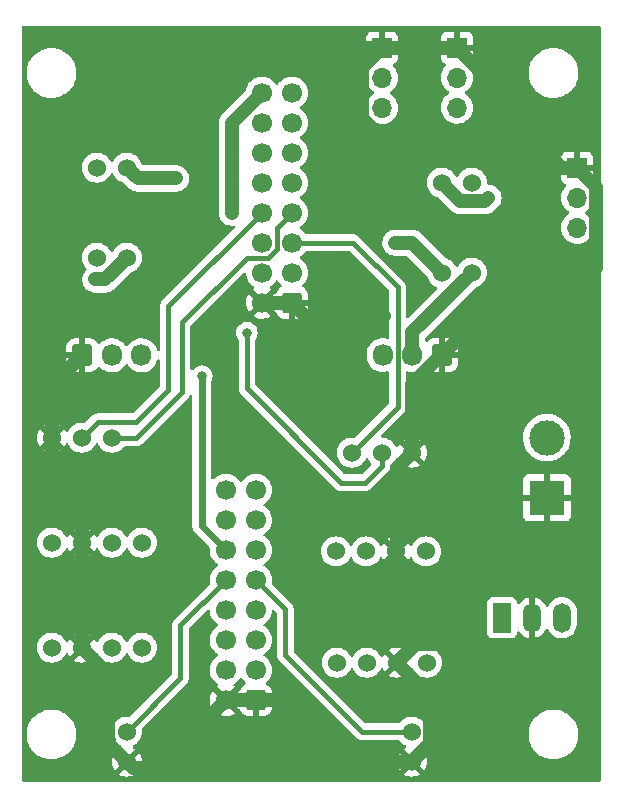
<source format=gbr>
G04 #@! TF.GenerationSoftware,KiCad,Pcbnew,(6.0.1)*
G04 #@! TF.CreationDate,2022-02-06T22:38:44+01:00*
G04 #@! TF.ProjectId,CarteSecondaire,43617274-6553-4656-936f-6e6461697265,rev?*
G04 #@! TF.SameCoordinates,Original*
G04 #@! TF.FileFunction,Copper,L2,Bot*
G04 #@! TF.FilePolarity,Positive*
%FSLAX46Y46*%
G04 Gerber Fmt 4.6, Leading zero omitted, Abs format (unit mm)*
G04 Created by KiCad (PCBNEW (6.0.1)) date 2022-02-06 22:38:44*
%MOMM*%
%LPD*%
G01*
G04 APERTURE LIST*
G04 Aperture macros list*
%AMRoundRect*
0 Rectangle with rounded corners*
0 $1 Rounding radius*
0 $2 $3 $4 $5 $6 $7 $8 $9 X,Y pos of 4 corners*
0 Add a 4 corners polygon primitive as box body*
4,1,4,$2,$3,$4,$5,$6,$7,$8,$9,$2,$3,0*
0 Add four circle primitives for the rounded corners*
1,1,$1+$1,$2,$3*
1,1,$1+$1,$4,$5*
1,1,$1+$1,$6,$7*
1,1,$1+$1,$8,$9*
0 Add four rect primitives between the rounded corners*
20,1,$1+$1,$2,$3,$4,$5,0*
20,1,$1+$1,$4,$5,$6,$7,0*
20,1,$1+$1,$6,$7,$8,$9,0*
20,1,$1+$1,$8,$9,$2,$3,0*%
G04 Aperture macros list end*
G04 #@! TA.AperFunction,ComponentPad*
%ADD10C,1.700000*%
G04 #@! TD*
G04 #@! TA.AperFunction,ComponentPad*
%ADD11RoundRect,0.250000X0.600000X0.600000X-0.600000X0.600000X-0.600000X-0.600000X0.600000X-0.600000X0*%
G04 #@! TD*
G04 #@! TA.AperFunction,ComponentPad*
%ADD12R,1.500000X2.500000*%
G04 #@! TD*
G04 #@! TA.AperFunction,ComponentPad*
%ADD13O,1.500000X2.500000*%
G04 #@! TD*
G04 #@! TA.AperFunction,ComponentPad*
%ADD14R,3.000000X3.000000*%
G04 #@! TD*
G04 #@! TA.AperFunction,ComponentPad*
%ADD15C,3.000000*%
G04 #@! TD*
G04 #@! TA.AperFunction,ComponentPad*
%ADD16C,1.524000*%
G04 #@! TD*
G04 #@! TA.AperFunction,ComponentPad*
%ADD17R,1.700000X1.700000*%
G04 #@! TD*
G04 #@! TA.AperFunction,ComponentPad*
%ADD18O,1.700000X1.700000*%
G04 #@! TD*
G04 #@! TA.AperFunction,ComponentPad*
%ADD19RoundRect,0.250000X0.600000X0.675000X-0.600000X0.675000X-0.600000X-0.675000X0.600000X-0.675000X0*%
G04 #@! TD*
G04 #@! TA.AperFunction,ComponentPad*
%ADD20O,1.700000X1.850000*%
G04 #@! TD*
G04 #@! TA.AperFunction,ComponentPad*
%ADD21RoundRect,0.250000X-0.600000X-0.675000X0.600000X-0.675000X0.600000X0.675000X-0.600000X0.675000X0*%
G04 #@! TD*
G04 #@! TA.AperFunction,ViaPad*
%ADD22C,0.800000*%
G04 #@! TD*
G04 #@! TA.AperFunction,Conductor*
%ADD23C,1.200000*%
G04 #@! TD*
G04 #@! TA.AperFunction,Conductor*
%ADD24C,0.400000*%
G04 #@! TD*
G04 #@! TA.AperFunction,Conductor*
%ADD25C,0.600000*%
G04 #@! TD*
G04 APERTURE END LIST*
D10*
X109261511Y-161290000D03*
X111801511Y-161290000D03*
X109261511Y-163830000D03*
X111801511Y-163830000D03*
X109261511Y-166370000D03*
X111801511Y-166370000D03*
X109261511Y-168910000D03*
X111801511Y-168910000D03*
X109261511Y-171450000D03*
X111801511Y-171450000D03*
X109261511Y-173990000D03*
X111801511Y-173990000D03*
X109261511Y-176530000D03*
X111801511Y-176530000D03*
X109261511Y-179070000D03*
D11*
X111801511Y-179070000D03*
D12*
X132639011Y-172111511D03*
D13*
X135179011Y-172111511D03*
X137719011Y-172111511D03*
D14*
X136449011Y-161951511D03*
D15*
X136449011Y-156871511D03*
D16*
X94539011Y-156871511D03*
X97079011Y-156871511D03*
X99619011Y-156871511D03*
X98349011Y-141631511D03*
X100889011Y-141631511D03*
X125019011Y-181763511D03*
X125019011Y-184303511D03*
D17*
X128829011Y-123851511D03*
D18*
X128829011Y-126391511D03*
X128829011Y-128931511D03*
D16*
X126210000Y-166500000D03*
X123670000Y-166500000D03*
X121130000Y-166500000D03*
X118590000Y-166500000D03*
X130099011Y-135281511D03*
X127559011Y-135281511D03*
X98349011Y-134011511D03*
X100889011Y-134011511D03*
X130099011Y-142901511D03*
X127559011Y-142901511D03*
X94539011Y-174651511D03*
X97079011Y-174651511D03*
X99619011Y-174651511D03*
X102159011Y-174651511D03*
D17*
X138989011Y-134026511D03*
D18*
X138989011Y-136566511D03*
X138989011Y-139106511D03*
D11*
X114859011Y-145441511D03*
D10*
X112319011Y-145441511D03*
X114859011Y-142901511D03*
X112319011Y-142901511D03*
X114859011Y-140361511D03*
X112319011Y-140361511D03*
X114859011Y-137821511D03*
X112319011Y-137821511D03*
X114859011Y-135281511D03*
X112319011Y-135281511D03*
X114859011Y-132741511D03*
X112319011Y-132741511D03*
X114859011Y-130201511D03*
X112319011Y-130201511D03*
X114859011Y-127661511D03*
X112319011Y-127661511D03*
D16*
X126289011Y-175921511D03*
X123749011Y-175921511D03*
X121209011Y-175921511D03*
X118669011Y-175921511D03*
D17*
X122479011Y-123866511D03*
D18*
X122479011Y-126406511D03*
X122479011Y-128946511D03*
D16*
X125019011Y-158141511D03*
X122479011Y-158141511D03*
X119939011Y-158141511D03*
D19*
X127559011Y-149871511D03*
D20*
X125059011Y-149871511D03*
X122559011Y-149871511D03*
D21*
X97119011Y-149901511D03*
D20*
X99619011Y-149901511D03*
X102119011Y-149901511D03*
D16*
X100889011Y-181763511D03*
X100889011Y-184303511D03*
X94539011Y-165761511D03*
X97079011Y-165761511D03*
X99619011Y-165761511D03*
X102159011Y-165761511D03*
D22*
X123749011Y-132741511D03*
X105969011Y-127661511D03*
X130099011Y-175921511D03*
X122628522Y-146576245D03*
X98219491Y-143481211D03*
X105053621Y-134926901D03*
X123619491Y-140361511D03*
X131498531Y-136551511D03*
X107239011Y-151661991D03*
X111049011Y-147981511D03*
X109779011Y-137821511D03*
D23*
X130099011Y-142901511D02*
X125059011Y-147941511D01*
X125059011Y-147941511D02*
X125059011Y-149871511D01*
X126580522Y-178753022D02*
X126580522Y-182742000D01*
X122479011Y-123866511D02*
X128814011Y-123866511D01*
X122628522Y-146576245D02*
X115993745Y-146576245D01*
X109261511Y-179070000D02*
X103520000Y-184811511D01*
X126580522Y-182742000D02*
X125019011Y-184303511D01*
X97079011Y-165761511D02*
X97079011Y-163221511D01*
X99327500Y-176900000D02*
X97079011Y-174651511D01*
X123749011Y-159411511D02*
X123749011Y-166420989D01*
X138989011Y-134026511D02*
X140638522Y-135676022D01*
X125019011Y-152319284D02*
X125019011Y-158141511D01*
X127466784Y-149871511D02*
X125019011Y-152319284D01*
X140638522Y-142522000D02*
X135179011Y-147981511D01*
X123749011Y-166420989D02*
X123670000Y-166500000D01*
X94539011Y-152481511D02*
X97119011Y-149901511D01*
X140638522Y-135676022D02*
X140638522Y-142522000D01*
X99327500Y-182410311D02*
X99327500Y-176900000D01*
X113638489Y-179070000D02*
X111801511Y-179070000D01*
X127559011Y-149871511D02*
X127466784Y-149871511D01*
X120829500Y-125516022D02*
X120829500Y-129822000D01*
X123749011Y-175921511D02*
X126580522Y-178753022D01*
X97079011Y-163221511D02*
X94539011Y-160681511D01*
X128829011Y-123851511D02*
X131369011Y-126391511D01*
X103520000Y-184811511D02*
X101397011Y-184811511D01*
X111801511Y-179070000D02*
X109261511Y-179070000D01*
X100889011Y-184303511D02*
X99403855Y-182818355D01*
X125019011Y-184303511D02*
X118872000Y-184303511D01*
X137734011Y-134026511D02*
X138989011Y-134026511D01*
X128814011Y-123866511D02*
X128829011Y-123851511D01*
X125019011Y-158141511D02*
X123749011Y-159411511D01*
X118872000Y-184303511D02*
X113638489Y-179070000D01*
X122479011Y-123866511D02*
X109764011Y-123866511D01*
X94539011Y-160681511D02*
X94539011Y-156871511D01*
X122479011Y-123866511D02*
X120829500Y-125516022D01*
X130099011Y-175921511D02*
X128537500Y-174360000D01*
X94539011Y-156871511D02*
X94539011Y-152481511D01*
X97079011Y-174651511D02*
X97079011Y-165761511D01*
X109764011Y-123866511D02*
X105969011Y-127661511D01*
X129449011Y-147981511D02*
X127559011Y-149871511D01*
X120829500Y-129822000D02*
X123749011Y-132741511D01*
X112319011Y-145441511D02*
X114859011Y-145441511D01*
X101397011Y-184811511D02*
X100889011Y-184303511D01*
X131369011Y-126391511D02*
X131369011Y-127661511D01*
X131369011Y-127661511D02*
X137734011Y-134026511D01*
X128537500Y-174360000D02*
X125310522Y-174360000D01*
X125310522Y-174360000D02*
X123749011Y-175921511D01*
X115993745Y-146576245D02*
X114859011Y-145441511D01*
X123670000Y-166500000D02*
X123670000Y-169492500D01*
X123670000Y-169492500D02*
X128537500Y-174360000D01*
X99403855Y-182486666D02*
X99327500Y-182410311D01*
X99403855Y-182818355D02*
X99403855Y-182486666D01*
X135179011Y-147981511D02*
X129449011Y-147981511D01*
X98219491Y-143481211D02*
X99039311Y-143481211D01*
X99039311Y-143481211D02*
X100889011Y-141631511D01*
X101804401Y-134926901D02*
X100889011Y-134011511D01*
X105053621Y-134926901D02*
X101804401Y-134926901D01*
D24*
X105410000Y-172761511D02*
X105410000Y-177242522D01*
X105410000Y-177242522D02*
X100889011Y-181763511D01*
X109261511Y-168910000D02*
X105410000Y-172761511D01*
D23*
X123619491Y-140361511D02*
X125019011Y-140361511D01*
X125019011Y-140361511D02*
X127559011Y-142901511D01*
X131498531Y-136551511D02*
X131207020Y-136843022D01*
X131207020Y-136843022D02*
X129120522Y-136843022D01*
X129120522Y-136843022D02*
X127559011Y-135281511D01*
D24*
X120803511Y-181763511D02*
X125019011Y-181763511D01*
X114300000Y-175260000D02*
X120803511Y-181763511D01*
X114300000Y-171408489D02*
X114300000Y-175260000D01*
X111801511Y-168910000D02*
X114300000Y-171408489D01*
D25*
X107239011Y-151661991D02*
X107239011Y-164347500D01*
X107239011Y-164347500D02*
X109261511Y-166370000D01*
D24*
X111049011Y-152691511D02*
X119039011Y-160681511D01*
X121039011Y-160681511D02*
X122479011Y-159241511D01*
X111049011Y-147981511D02*
X111049011Y-152691511D01*
X119039011Y-160681511D02*
X121039011Y-160681511D01*
X122479011Y-159241511D02*
X122479011Y-158141511D01*
X123808531Y-154271991D02*
X123808531Y-144158302D01*
X119939011Y-158141511D02*
X123808531Y-154271991D01*
X120011740Y-140361511D02*
X114859011Y-140361511D01*
X123808531Y-144158302D02*
X120011740Y-140361511D01*
X104389011Y-152831511D02*
X104389011Y-145751511D01*
X98419011Y-155531511D02*
X101689011Y-155531511D01*
X97079011Y-156871511D02*
X98419011Y-155531511D01*
X104389011Y-145751511D02*
X112319011Y-137821511D01*
X101689011Y-155531511D02*
X104389011Y-152831511D01*
X111049011Y-141631511D02*
X105562826Y-147117696D01*
X112816087Y-141631511D02*
X111049011Y-141631511D01*
X113568522Y-139112000D02*
X113568522Y-140879076D01*
X105562826Y-147117696D02*
X105562826Y-153007696D01*
X101699011Y-156871511D02*
X99619011Y-156871511D01*
X105562826Y-153007696D02*
X101699011Y-156871511D01*
X113568522Y-140879076D02*
X112816087Y-141631511D01*
X114859011Y-137821511D02*
X113568522Y-139112000D01*
D23*
X109779011Y-130201511D02*
X112319011Y-127661511D01*
X109779011Y-137821511D02*
X109779011Y-130201511D01*
G04 #@! TA.AperFunction,Conductor*
G36*
X140942121Y-122020002D02*
G01*
X140988614Y-122073658D01*
X141000000Y-122126000D01*
X141000000Y-185874000D01*
X140979998Y-185942121D01*
X140926342Y-185988614D01*
X140874000Y-186000000D01*
X92126000Y-186000000D01*
X92057879Y-185979998D01*
X92011386Y-185926342D01*
X92000000Y-185874000D01*
X92000000Y-185362288D01*
X100194788Y-185362288D01*
X100204085Y-185374304D01*
X100247080Y-185404409D01*
X100256566Y-185409887D01*
X100448004Y-185499156D01*
X100458296Y-185502902D01*
X100662320Y-185557570D01*
X100673115Y-185559473D01*
X100883536Y-185577883D01*
X100894486Y-185577883D01*
X101104907Y-185559473D01*
X101115702Y-185557570D01*
X101319726Y-185502902D01*
X101330018Y-185499156D01*
X101521456Y-185409887D01*
X101530942Y-185404409D01*
X101574775Y-185373718D01*
X101583150Y-185363240D01*
X101582650Y-185362288D01*
X124324788Y-185362288D01*
X124334085Y-185374304D01*
X124377080Y-185404409D01*
X124386566Y-185409887D01*
X124578004Y-185499156D01*
X124588296Y-185502902D01*
X124792320Y-185557570D01*
X124803115Y-185559473D01*
X125013536Y-185577883D01*
X125024486Y-185577883D01*
X125234907Y-185559473D01*
X125245702Y-185557570D01*
X125449726Y-185502902D01*
X125460018Y-185499156D01*
X125651456Y-185409887D01*
X125660942Y-185404409D01*
X125704775Y-185373718D01*
X125713150Y-185363240D01*
X125706082Y-185349792D01*
X125031823Y-184675533D01*
X125017879Y-184667919D01*
X125016046Y-184668050D01*
X125009431Y-184672301D01*
X124331218Y-185350514D01*
X124324788Y-185362288D01*
X101582650Y-185362288D01*
X101576082Y-185349792D01*
X100901823Y-184675533D01*
X100887879Y-184667919D01*
X100886046Y-184668050D01*
X100879431Y-184672301D01*
X100201218Y-185350514D01*
X100194788Y-185362288D01*
X92000000Y-185362288D01*
X92000000Y-184308986D01*
X99614639Y-184308986D01*
X99633049Y-184519407D01*
X99634952Y-184530202D01*
X99689620Y-184734226D01*
X99693366Y-184744518D01*
X99782634Y-184935952D01*
X99788114Y-184945443D01*
X99818805Y-184989276D01*
X99829282Y-184997651D01*
X99842729Y-184990583D01*
X100516989Y-184316323D01*
X100523367Y-184304643D01*
X101253419Y-184304643D01*
X101253550Y-184306476D01*
X101257801Y-184313091D01*
X101936014Y-184991304D01*
X101947788Y-184997734D01*
X101959804Y-184988437D01*
X101989908Y-184945443D01*
X101995388Y-184935952D01*
X102084656Y-184744518D01*
X102088402Y-184734226D01*
X102143070Y-184530202D01*
X102144973Y-184519407D01*
X102163383Y-184308986D01*
X123744639Y-184308986D01*
X123763049Y-184519407D01*
X123764952Y-184530202D01*
X123819620Y-184734226D01*
X123823366Y-184744518D01*
X123912634Y-184935952D01*
X123918114Y-184945443D01*
X123948805Y-184989276D01*
X123959282Y-184997651D01*
X123972729Y-184990583D01*
X124646989Y-184316323D01*
X124653367Y-184304643D01*
X125383419Y-184304643D01*
X125383550Y-184306476D01*
X125387801Y-184313091D01*
X126066014Y-184991304D01*
X126077788Y-184997734D01*
X126089804Y-184988437D01*
X126119908Y-184945443D01*
X126125388Y-184935952D01*
X126214656Y-184744518D01*
X126218402Y-184734226D01*
X126273070Y-184530202D01*
X126274973Y-184519407D01*
X126293383Y-184308986D01*
X126293383Y-184298036D01*
X126274973Y-184087615D01*
X126273070Y-184076820D01*
X126218402Y-183872796D01*
X126214656Y-183862504D01*
X126125388Y-183671070D01*
X126119908Y-183661579D01*
X126089217Y-183617746D01*
X126078740Y-183609371D01*
X126065293Y-183616439D01*
X125391033Y-184290699D01*
X125383419Y-184304643D01*
X124653367Y-184304643D01*
X124654603Y-184302379D01*
X124654472Y-184300546D01*
X124650221Y-184293931D01*
X123972008Y-183615718D01*
X123960234Y-183609288D01*
X123948218Y-183618585D01*
X123918114Y-183661579D01*
X123912634Y-183671070D01*
X123823366Y-183862504D01*
X123819620Y-183872796D01*
X123764952Y-184076820D01*
X123763049Y-184087615D01*
X123744639Y-184298036D01*
X123744639Y-184308986D01*
X102163383Y-184308986D01*
X102163383Y-184298036D01*
X102144973Y-184087615D01*
X102143070Y-184076820D01*
X102088402Y-183872796D01*
X102084656Y-183862504D01*
X101995388Y-183671070D01*
X101989908Y-183661579D01*
X101959217Y-183617746D01*
X101948740Y-183609371D01*
X101935293Y-183616439D01*
X101261033Y-184290699D01*
X101253419Y-184304643D01*
X100523367Y-184304643D01*
X100524603Y-184302379D01*
X100524472Y-184300546D01*
X100520221Y-184293931D01*
X99842008Y-183615718D01*
X99830234Y-183609288D01*
X99818218Y-183618585D01*
X99788114Y-183661579D01*
X99782634Y-183671070D01*
X99693366Y-183862504D01*
X99689620Y-183872796D01*
X99634952Y-184076820D01*
X99633049Y-184087615D01*
X99614639Y-184298036D01*
X99614639Y-184308986D01*
X92000000Y-184308986D01*
X92000000Y-182132703D01*
X92390743Y-182132703D01*
X92391302Y-182136947D01*
X92391302Y-182136951D01*
X92406225Y-182250304D01*
X92428268Y-182417734D01*
X92429401Y-182421874D01*
X92429401Y-182421876D01*
X92440688Y-182463133D01*
X92504129Y-182695036D01*
X92505813Y-182698984D01*
X92578897Y-182870325D01*
X92616923Y-182959476D01*
X92661995Y-183034786D01*
X92729742Y-183147982D01*
X92764561Y-183206161D01*
X92944313Y-183430528D01*
X92961397Y-183446740D01*
X93141600Y-183617746D01*
X93152851Y-183628423D01*
X93386317Y-183796186D01*
X93390112Y-183798195D01*
X93390113Y-183798196D01*
X93411869Y-183809715D01*
X93640392Y-183930712D01*
X93910373Y-184029511D01*
X94191264Y-184090755D01*
X94219841Y-184093004D01*
X94414282Y-184108307D01*
X94414291Y-184108307D01*
X94416739Y-184108500D01*
X94572271Y-184108500D01*
X94574407Y-184108354D01*
X94574418Y-184108354D01*
X94782548Y-184094165D01*
X94782554Y-184094164D01*
X94786825Y-184093873D01*
X94791020Y-184093004D01*
X94791022Y-184093004D01*
X94927583Y-184064724D01*
X95068342Y-184035574D01*
X95339343Y-183939607D01*
X95594812Y-183807750D01*
X95598313Y-183805289D01*
X95598317Y-183805287D01*
X95802792Y-183661579D01*
X95830023Y-183642441D01*
X96040622Y-183446740D01*
X96222713Y-183224268D01*
X96372927Y-182979142D01*
X96378473Y-182966509D01*
X96486757Y-182719830D01*
X96488483Y-182715898D01*
X96567244Y-182439406D01*
X96607751Y-182154784D01*
X96607845Y-182136951D01*
X96609235Y-181871583D01*
X96609235Y-181871576D01*
X96609257Y-181867297D01*
X96571732Y-181582266D01*
X96495871Y-181304964D01*
X96421593Y-181130822D01*
X96384763Y-181044476D01*
X96384761Y-181044472D01*
X96383077Y-181040524D01*
X96235439Y-180793839D01*
X96055687Y-180569472D01*
X95909341Y-180430595D01*
X95850258Y-180374527D01*
X95850255Y-180374525D01*
X95847149Y-180371577D01*
X95613683Y-180203814D01*
X95593303Y-180193023D01*
X95508592Y-180148171D01*
X95359608Y-180069288D01*
X95089627Y-179970489D01*
X94808736Y-179909245D01*
X94777685Y-179906801D01*
X94585718Y-179891693D01*
X94585709Y-179891693D01*
X94583261Y-179891500D01*
X94427729Y-179891500D01*
X94425593Y-179891646D01*
X94425582Y-179891646D01*
X94217452Y-179905835D01*
X94217446Y-179905836D01*
X94213175Y-179906127D01*
X94208980Y-179906996D01*
X94208978Y-179906996D01*
X94072416Y-179935277D01*
X93931658Y-179964426D01*
X93660657Y-180060393D01*
X93405188Y-180192250D01*
X93401687Y-180194711D01*
X93401683Y-180194713D01*
X93333351Y-180242738D01*
X93169977Y-180357559D01*
X93100589Y-180422038D01*
X93007054Y-180508957D01*
X92959378Y-180553260D01*
X92777287Y-180775732D01*
X92627073Y-181020858D01*
X92511517Y-181284102D01*
X92432756Y-181560594D01*
X92392249Y-181845216D01*
X92392227Y-181849505D01*
X92392226Y-181849512D01*
X92391489Y-181990287D01*
X92390743Y-182132703D01*
X92000000Y-182132703D01*
X92000000Y-174651511D01*
X93263658Y-174651511D01*
X93283033Y-174872974D01*
X93340571Y-175087707D01*
X93342893Y-175092688D01*
X93342894Y-175092689D01*
X93432197Y-175284200D01*
X93432200Y-175284205D01*
X93434523Y-175289187D01*
X93437679Y-175293694D01*
X93437680Y-175293696D01*
X93558770Y-175466630D01*
X93562034Y-175471292D01*
X93719230Y-175628488D01*
X93723738Y-175631645D01*
X93723741Y-175631647D01*
X93799506Y-175684698D01*
X93901334Y-175755999D01*
X93906316Y-175758322D01*
X93906321Y-175758325D01*
X94096821Y-175847156D01*
X94102815Y-175849951D01*
X94108123Y-175851373D01*
X94108125Y-175851374D01*
X94173960Y-175869014D01*
X94317548Y-175907489D01*
X94539011Y-175926864D01*
X94760474Y-175907489D01*
X94904062Y-175869014D01*
X94969897Y-175851374D01*
X94969899Y-175851373D01*
X94975207Y-175849951D01*
X94981201Y-175847156D01*
X95171701Y-175758325D01*
X95171706Y-175758322D01*
X95176688Y-175755999D01*
X95241970Y-175710288D01*
X96384788Y-175710288D01*
X96394085Y-175722304D01*
X96437080Y-175752409D01*
X96446566Y-175757887D01*
X96638004Y-175847156D01*
X96648296Y-175850902D01*
X96852320Y-175905570D01*
X96863115Y-175907473D01*
X97073536Y-175925883D01*
X97084486Y-175925883D01*
X97294907Y-175907473D01*
X97305702Y-175905570D01*
X97509726Y-175850902D01*
X97520018Y-175847156D01*
X97711456Y-175757887D01*
X97720942Y-175752409D01*
X97764775Y-175721718D01*
X97773150Y-175711240D01*
X97766082Y-175697792D01*
X97091823Y-175023533D01*
X97077879Y-175015919D01*
X97076046Y-175016050D01*
X97069431Y-175020301D01*
X96391218Y-175698514D01*
X96384788Y-175710288D01*
X95241970Y-175710288D01*
X95278516Y-175684698D01*
X95354281Y-175631647D01*
X95354284Y-175631645D01*
X95358792Y-175628488D01*
X95515988Y-175471292D01*
X95519253Y-175466630D01*
X95640342Y-175293696D01*
X95640343Y-175293694D01*
X95643499Y-175289187D01*
X95645822Y-175284205D01*
X95645825Y-175284200D01*
X95695092Y-175178546D01*
X95742010Y-175125261D01*
X95810287Y-175105800D01*
X95878247Y-175126342D01*
X95923482Y-175178546D01*
X95972634Y-175283952D01*
X95978114Y-175293443D01*
X96008805Y-175337276D01*
X96019282Y-175345651D01*
X96032729Y-175338583D01*
X96706989Y-174664323D01*
X96713367Y-174652643D01*
X97443419Y-174652643D01*
X97443550Y-174654476D01*
X97447801Y-174661091D01*
X98126014Y-175339304D01*
X98137788Y-175345734D01*
X98149804Y-175336437D01*
X98179908Y-175293443D01*
X98185388Y-175283952D01*
X98234540Y-175178546D01*
X98281458Y-175125261D01*
X98349735Y-175105800D01*
X98417695Y-175126342D01*
X98462930Y-175178546D01*
X98512197Y-175284200D01*
X98512200Y-175284205D01*
X98514523Y-175289187D01*
X98517679Y-175293694D01*
X98517680Y-175293696D01*
X98638770Y-175466630D01*
X98642034Y-175471292D01*
X98799230Y-175628488D01*
X98803738Y-175631645D01*
X98803741Y-175631647D01*
X98879506Y-175684698D01*
X98981334Y-175755999D01*
X98986316Y-175758322D01*
X98986321Y-175758325D01*
X99176821Y-175847156D01*
X99182815Y-175849951D01*
X99188123Y-175851373D01*
X99188125Y-175851374D01*
X99253960Y-175869014D01*
X99397548Y-175907489D01*
X99619011Y-175926864D01*
X99840474Y-175907489D01*
X99984062Y-175869014D01*
X100049897Y-175851374D01*
X100049899Y-175851373D01*
X100055207Y-175849951D01*
X100061201Y-175847156D01*
X100251701Y-175758325D01*
X100251706Y-175758322D01*
X100256688Y-175755999D01*
X100358516Y-175684698D01*
X100434281Y-175631647D01*
X100434284Y-175631645D01*
X100438792Y-175628488D01*
X100595988Y-175471292D01*
X100599253Y-175466630D01*
X100720342Y-175293696D01*
X100720343Y-175293694D01*
X100723499Y-175289187D01*
X100725822Y-175284205D01*
X100725825Y-175284200D01*
X100774816Y-175179138D01*
X100821734Y-175125853D01*
X100890011Y-175106392D01*
X100957971Y-175126934D01*
X101003206Y-175179138D01*
X101052197Y-175284200D01*
X101052200Y-175284205D01*
X101054523Y-175289187D01*
X101057679Y-175293694D01*
X101057680Y-175293696D01*
X101178770Y-175466630D01*
X101182034Y-175471292D01*
X101339230Y-175628488D01*
X101343738Y-175631645D01*
X101343741Y-175631647D01*
X101419506Y-175684698D01*
X101521334Y-175755999D01*
X101526316Y-175758322D01*
X101526321Y-175758325D01*
X101716821Y-175847156D01*
X101722815Y-175849951D01*
X101728123Y-175851373D01*
X101728125Y-175851374D01*
X101793960Y-175869014D01*
X101937548Y-175907489D01*
X102159011Y-175926864D01*
X102380474Y-175907489D01*
X102524062Y-175869014D01*
X102589897Y-175851374D01*
X102589899Y-175851373D01*
X102595207Y-175849951D01*
X102601201Y-175847156D01*
X102791701Y-175758325D01*
X102791706Y-175758322D01*
X102796688Y-175755999D01*
X102898516Y-175684698D01*
X102974281Y-175631647D01*
X102974284Y-175631645D01*
X102978792Y-175628488D01*
X103135988Y-175471292D01*
X103139253Y-175466630D01*
X103260342Y-175293696D01*
X103260343Y-175293694D01*
X103263499Y-175289187D01*
X103265822Y-175284205D01*
X103265825Y-175284200D01*
X103355128Y-175092689D01*
X103355129Y-175092688D01*
X103357451Y-175087707D01*
X103414989Y-174872974D01*
X103434364Y-174651511D01*
X103414989Y-174430048D01*
X103357451Y-174215315D01*
X103343206Y-174184767D01*
X103265825Y-174018822D01*
X103265822Y-174018817D01*
X103263499Y-174013835D01*
X103244461Y-173986646D01*
X103139147Y-173836241D01*
X103139145Y-173836238D01*
X103135988Y-173831730D01*
X102978792Y-173674534D01*
X102974284Y-173671377D01*
X102974281Y-173671375D01*
X102884080Y-173608216D01*
X102796688Y-173547023D01*
X102791706Y-173544700D01*
X102791701Y-173544697D01*
X102600189Y-173455394D01*
X102600188Y-173455393D01*
X102595207Y-173453071D01*
X102589899Y-173451649D01*
X102589897Y-173451648D01*
X102517607Y-173432278D01*
X102380474Y-173395533D01*
X102159011Y-173376158D01*
X101937548Y-173395533D01*
X101800415Y-173432278D01*
X101728125Y-173451648D01*
X101728123Y-173451649D01*
X101722815Y-173453071D01*
X101717834Y-173455393D01*
X101717833Y-173455394D01*
X101526322Y-173544697D01*
X101526317Y-173544700D01*
X101521335Y-173547023D01*
X101516828Y-173550179D01*
X101516826Y-173550180D01*
X101343741Y-173671375D01*
X101343738Y-173671377D01*
X101339230Y-173674534D01*
X101182034Y-173831730D01*
X101178877Y-173836238D01*
X101178875Y-173836241D01*
X101073561Y-173986646D01*
X101054523Y-174013835D01*
X101052200Y-174018817D01*
X101052197Y-174018822D01*
X101003206Y-174123884D01*
X100956288Y-174177169D01*
X100888011Y-174196630D01*
X100820051Y-174176088D01*
X100774816Y-174123884D01*
X100725825Y-174018822D01*
X100725822Y-174018817D01*
X100723499Y-174013835D01*
X100704461Y-173986646D01*
X100599147Y-173836241D01*
X100599145Y-173836238D01*
X100595988Y-173831730D01*
X100438792Y-173674534D01*
X100434284Y-173671377D01*
X100434281Y-173671375D01*
X100344080Y-173608216D01*
X100256688Y-173547023D01*
X100251706Y-173544700D01*
X100251701Y-173544697D01*
X100060189Y-173455394D01*
X100060188Y-173455393D01*
X100055207Y-173453071D01*
X100049899Y-173451649D01*
X100049897Y-173451648D01*
X99977607Y-173432278D01*
X99840474Y-173395533D01*
X99619011Y-173376158D01*
X99397548Y-173395533D01*
X99260415Y-173432278D01*
X99188125Y-173451648D01*
X99188123Y-173451649D01*
X99182815Y-173453071D01*
X99177834Y-173455393D01*
X99177833Y-173455394D01*
X98986322Y-173544697D01*
X98986317Y-173544700D01*
X98981335Y-173547023D01*
X98976828Y-173550179D01*
X98976826Y-173550180D01*
X98803741Y-173671375D01*
X98803738Y-173671377D01*
X98799230Y-173674534D01*
X98642034Y-173831730D01*
X98638877Y-173836238D01*
X98638875Y-173836241D01*
X98533561Y-173986646D01*
X98514523Y-174013835D01*
X98512200Y-174018817D01*
X98512197Y-174018822D01*
X98462930Y-174124476D01*
X98416012Y-174177761D01*
X98347735Y-174197222D01*
X98279775Y-174176680D01*
X98234540Y-174124476D01*
X98185388Y-174019070D01*
X98179908Y-174009579D01*
X98149217Y-173965746D01*
X98138740Y-173957371D01*
X98125293Y-173964439D01*
X97451033Y-174638699D01*
X97443419Y-174652643D01*
X96713367Y-174652643D01*
X96714603Y-174650379D01*
X96714472Y-174648546D01*
X96710221Y-174641931D01*
X96032008Y-173963718D01*
X96020234Y-173957288D01*
X96008218Y-173966585D01*
X95978114Y-174009579D01*
X95972634Y-174019070D01*
X95923482Y-174124476D01*
X95876564Y-174177761D01*
X95808287Y-174197222D01*
X95740327Y-174176680D01*
X95695092Y-174124476D01*
X95645825Y-174018822D01*
X95645822Y-174018817D01*
X95643499Y-174013835D01*
X95624461Y-173986646D01*
X95519147Y-173836241D01*
X95519145Y-173836238D01*
X95515988Y-173831730D01*
X95358792Y-173674534D01*
X95354284Y-173671377D01*
X95354281Y-173671375D01*
X95264080Y-173608216D01*
X95240610Y-173591782D01*
X96384871Y-173591782D01*
X96391939Y-173605229D01*
X97066199Y-174279489D01*
X97080143Y-174287103D01*
X97081976Y-174286972D01*
X97088591Y-174282721D01*
X97766804Y-173604508D01*
X97773234Y-173592734D01*
X97763937Y-173580718D01*
X97720942Y-173550613D01*
X97711456Y-173545135D01*
X97520018Y-173455866D01*
X97509726Y-173452120D01*
X97305702Y-173397452D01*
X97294907Y-173395549D01*
X97084486Y-173377139D01*
X97073536Y-173377139D01*
X96863115Y-173395549D01*
X96852320Y-173397452D01*
X96648296Y-173452120D01*
X96638004Y-173455866D01*
X96446570Y-173545134D01*
X96437079Y-173550614D01*
X96393246Y-173581305D01*
X96384871Y-173591782D01*
X95240610Y-173591782D01*
X95176688Y-173547023D01*
X95171706Y-173544700D01*
X95171701Y-173544697D01*
X94980189Y-173455394D01*
X94980188Y-173455393D01*
X94975207Y-173453071D01*
X94969899Y-173451649D01*
X94969897Y-173451648D01*
X94897607Y-173432278D01*
X94760474Y-173395533D01*
X94539011Y-173376158D01*
X94317548Y-173395533D01*
X94180415Y-173432278D01*
X94108125Y-173451648D01*
X94108123Y-173451649D01*
X94102815Y-173453071D01*
X94097834Y-173455393D01*
X94097833Y-173455394D01*
X93906322Y-173544697D01*
X93906317Y-173544700D01*
X93901335Y-173547023D01*
X93896828Y-173550179D01*
X93896826Y-173550180D01*
X93723741Y-173671375D01*
X93723738Y-173671377D01*
X93719230Y-173674534D01*
X93562034Y-173831730D01*
X93558877Y-173836238D01*
X93558875Y-173836241D01*
X93453561Y-173986646D01*
X93434523Y-174013835D01*
X93432200Y-174018817D01*
X93432197Y-174018822D01*
X93354816Y-174184767D01*
X93340571Y-174215315D01*
X93283033Y-174430048D01*
X93263658Y-174651511D01*
X92000000Y-174651511D01*
X92000000Y-165761511D01*
X93263658Y-165761511D01*
X93283033Y-165982974D01*
X93340571Y-166197707D01*
X93342893Y-166202688D01*
X93342894Y-166202689D01*
X93432197Y-166394200D01*
X93432200Y-166394205D01*
X93434523Y-166399187D01*
X93437679Y-166403694D01*
X93437680Y-166403696D01*
X93546926Y-166559715D01*
X93562034Y-166581292D01*
X93719230Y-166738488D01*
X93723738Y-166741645D01*
X93723741Y-166741647D01*
X93767941Y-166772596D01*
X93901334Y-166865999D01*
X93906316Y-166868322D01*
X93906321Y-166868325D01*
X94091942Y-166954881D01*
X94102815Y-166959951D01*
X94108123Y-166961373D01*
X94108125Y-166961374D01*
X94158347Y-166974831D01*
X94317548Y-167017489D01*
X94539011Y-167036864D01*
X94760474Y-167017489D01*
X94919675Y-166974831D01*
X94969897Y-166961374D01*
X94969899Y-166961373D01*
X94975207Y-166959951D01*
X94986080Y-166954881D01*
X95171701Y-166868325D01*
X95171706Y-166868322D01*
X95176688Y-166865999D01*
X95241970Y-166820288D01*
X96384788Y-166820288D01*
X96394085Y-166832304D01*
X96437080Y-166862409D01*
X96446566Y-166867887D01*
X96638004Y-166957156D01*
X96648296Y-166960902D01*
X96852320Y-167015570D01*
X96863115Y-167017473D01*
X97073536Y-167035883D01*
X97084486Y-167035883D01*
X97294907Y-167017473D01*
X97305702Y-167015570D01*
X97509726Y-166960902D01*
X97520018Y-166957156D01*
X97711456Y-166867887D01*
X97720942Y-166862409D01*
X97764775Y-166831718D01*
X97773150Y-166821240D01*
X97766082Y-166807792D01*
X97091823Y-166133533D01*
X97077879Y-166125919D01*
X97076046Y-166126050D01*
X97069431Y-166130301D01*
X96391218Y-166808514D01*
X96384788Y-166820288D01*
X95241970Y-166820288D01*
X95310081Y-166772596D01*
X95354281Y-166741647D01*
X95354284Y-166741645D01*
X95358792Y-166738488D01*
X95515988Y-166581292D01*
X95531097Y-166559715D01*
X95640342Y-166403696D01*
X95640343Y-166403694D01*
X95643499Y-166399187D01*
X95645822Y-166394205D01*
X95645825Y-166394200D01*
X95695092Y-166288546D01*
X95742010Y-166235261D01*
X95810287Y-166215800D01*
X95878247Y-166236342D01*
X95923482Y-166288546D01*
X95972634Y-166393952D01*
X95978114Y-166403443D01*
X96008805Y-166447276D01*
X96019282Y-166455651D01*
X96032729Y-166448583D01*
X96706989Y-165774323D01*
X96713367Y-165762643D01*
X97443419Y-165762643D01*
X97443550Y-165764476D01*
X97447801Y-165771091D01*
X98126014Y-166449304D01*
X98137788Y-166455734D01*
X98149804Y-166446437D01*
X98179908Y-166403443D01*
X98185388Y-166393952D01*
X98234540Y-166288546D01*
X98281458Y-166235261D01*
X98349735Y-166215800D01*
X98417695Y-166236342D01*
X98462930Y-166288546D01*
X98512197Y-166394200D01*
X98512200Y-166394205D01*
X98514523Y-166399187D01*
X98517679Y-166403694D01*
X98517680Y-166403696D01*
X98626926Y-166559715D01*
X98642034Y-166581292D01*
X98799230Y-166738488D01*
X98803738Y-166741645D01*
X98803741Y-166741647D01*
X98847941Y-166772596D01*
X98981334Y-166865999D01*
X98986316Y-166868322D01*
X98986321Y-166868325D01*
X99171942Y-166954881D01*
X99182815Y-166959951D01*
X99188123Y-166961373D01*
X99188125Y-166961374D01*
X99238347Y-166974831D01*
X99397548Y-167017489D01*
X99619011Y-167036864D01*
X99840474Y-167017489D01*
X99999675Y-166974831D01*
X100049897Y-166961374D01*
X100049899Y-166961373D01*
X100055207Y-166959951D01*
X100066080Y-166954881D01*
X100251701Y-166868325D01*
X100251706Y-166868322D01*
X100256688Y-166865999D01*
X100390081Y-166772596D01*
X100434281Y-166741647D01*
X100434284Y-166741645D01*
X100438792Y-166738488D01*
X100595988Y-166581292D01*
X100611097Y-166559715D01*
X100720342Y-166403696D01*
X100720343Y-166403694D01*
X100723499Y-166399187D01*
X100725822Y-166394205D01*
X100725825Y-166394200D01*
X100774816Y-166289138D01*
X100821734Y-166235853D01*
X100890011Y-166216392D01*
X100957971Y-166236934D01*
X101003206Y-166289138D01*
X101052197Y-166394200D01*
X101052200Y-166394205D01*
X101054523Y-166399187D01*
X101057679Y-166403694D01*
X101057680Y-166403696D01*
X101166926Y-166559715D01*
X101182034Y-166581292D01*
X101339230Y-166738488D01*
X101343738Y-166741645D01*
X101343741Y-166741647D01*
X101387941Y-166772596D01*
X101521334Y-166865999D01*
X101526316Y-166868322D01*
X101526321Y-166868325D01*
X101711942Y-166954881D01*
X101722815Y-166959951D01*
X101728123Y-166961373D01*
X101728125Y-166961374D01*
X101778347Y-166974831D01*
X101937548Y-167017489D01*
X102159011Y-167036864D01*
X102380474Y-167017489D01*
X102539675Y-166974831D01*
X102589897Y-166961374D01*
X102589899Y-166961373D01*
X102595207Y-166959951D01*
X102606080Y-166954881D01*
X102791701Y-166868325D01*
X102791706Y-166868322D01*
X102796688Y-166865999D01*
X102930081Y-166772596D01*
X102974281Y-166741647D01*
X102974284Y-166741645D01*
X102978792Y-166738488D01*
X103135988Y-166581292D01*
X103151097Y-166559715D01*
X103260342Y-166403696D01*
X103260343Y-166403694D01*
X103263499Y-166399187D01*
X103265822Y-166394205D01*
X103265825Y-166394200D01*
X103355128Y-166202689D01*
X103355129Y-166202688D01*
X103357451Y-166197707D01*
X103414989Y-165982974D01*
X103434364Y-165761511D01*
X103414989Y-165540048D01*
X103357451Y-165325315D01*
X103346374Y-165301560D01*
X103265825Y-165128822D01*
X103265822Y-165128817D01*
X103263499Y-165123835D01*
X103241153Y-165091921D01*
X103139147Y-164946241D01*
X103139145Y-164946238D01*
X103135988Y-164941730D01*
X102978792Y-164784534D01*
X102974284Y-164781377D01*
X102974281Y-164781375D01*
X102882539Y-164717137D01*
X102796688Y-164657023D01*
X102791706Y-164654700D01*
X102791701Y-164654697D01*
X102600189Y-164565394D01*
X102600188Y-164565393D01*
X102595207Y-164563071D01*
X102589899Y-164561649D01*
X102589897Y-164561648D01*
X102495211Y-164536277D01*
X102380474Y-164505533D01*
X102159011Y-164486158D01*
X101937548Y-164505533D01*
X101822811Y-164536277D01*
X101728125Y-164561648D01*
X101728123Y-164561649D01*
X101722815Y-164563071D01*
X101717834Y-164565393D01*
X101717833Y-164565394D01*
X101526322Y-164654697D01*
X101526317Y-164654700D01*
X101521335Y-164657023D01*
X101516828Y-164660179D01*
X101516826Y-164660180D01*
X101343741Y-164781375D01*
X101343738Y-164781377D01*
X101339230Y-164784534D01*
X101182034Y-164941730D01*
X101178877Y-164946238D01*
X101178875Y-164946241D01*
X101076869Y-165091921D01*
X101054523Y-165123835D01*
X101052200Y-165128817D01*
X101052197Y-165128822D01*
X101003206Y-165233884D01*
X100956288Y-165287169D01*
X100888011Y-165306630D01*
X100820051Y-165286088D01*
X100774816Y-165233884D01*
X100725825Y-165128822D01*
X100725822Y-165128817D01*
X100723499Y-165123835D01*
X100701153Y-165091921D01*
X100599147Y-164946241D01*
X100599145Y-164946238D01*
X100595988Y-164941730D01*
X100438792Y-164784534D01*
X100434284Y-164781377D01*
X100434281Y-164781375D01*
X100342539Y-164717137D01*
X100256688Y-164657023D01*
X100251706Y-164654700D01*
X100251701Y-164654697D01*
X100060189Y-164565394D01*
X100060188Y-164565393D01*
X100055207Y-164563071D01*
X100049899Y-164561649D01*
X100049897Y-164561648D01*
X99955211Y-164536277D01*
X99840474Y-164505533D01*
X99619011Y-164486158D01*
X99397548Y-164505533D01*
X99282811Y-164536277D01*
X99188125Y-164561648D01*
X99188123Y-164561649D01*
X99182815Y-164563071D01*
X99177834Y-164565393D01*
X99177833Y-164565394D01*
X98986322Y-164654697D01*
X98986317Y-164654700D01*
X98981335Y-164657023D01*
X98976828Y-164660179D01*
X98976826Y-164660180D01*
X98803741Y-164781375D01*
X98803738Y-164781377D01*
X98799230Y-164784534D01*
X98642034Y-164941730D01*
X98638877Y-164946238D01*
X98638875Y-164946241D01*
X98536869Y-165091921D01*
X98514523Y-165123835D01*
X98512200Y-165128817D01*
X98512197Y-165128822D01*
X98462930Y-165234476D01*
X98416012Y-165287761D01*
X98347735Y-165307222D01*
X98279775Y-165286680D01*
X98234540Y-165234476D01*
X98185388Y-165129070D01*
X98179908Y-165119579D01*
X98149217Y-165075746D01*
X98138740Y-165067371D01*
X98125293Y-165074439D01*
X97451033Y-165748699D01*
X97443419Y-165762643D01*
X96713367Y-165762643D01*
X96714603Y-165760379D01*
X96714472Y-165758546D01*
X96710221Y-165751931D01*
X96032008Y-165073718D01*
X96020234Y-165067288D01*
X96008218Y-165076585D01*
X95978114Y-165119579D01*
X95972634Y-165129070D01*
X95923482Y-165234476D01*
X95876564Y-165287761D01*
X95808287Y-165307222D01*
X95740327Y-165286680D01*
X95695092Y-165234476D01*
X95645825Y-165128822D01*
X95645822Y-165128817D01*
X95643499Y-165123835D01*
X95621153Y-165091921D01*
X95519147Y-164946241D01*
X95519145Y-164946238D01*
X95515988Y-164941730D01*
X95358792Y-164784534D01*
X95354284Y-164781377D01*
X95354281Y-164781375D01*
X95262539Y-164717137D01*
X95240610Y-164701782D01*
X96384871Y-164701782D01*
X96391939Y-164715229D01*
X97066199Y-165389489D01*
X97080143Y-165397103D01*
X97081976Y-165396972D01*
X97088591Y-165392721D01*
X97766804Y-164714508D01*
X97773234Y-164702734D01*
X97763937Y-164690718D01*
X97720942Y-164660613D01*
X97711456Y-164655135D01*
X97520018Y-164565866D01*
X97509726Y-164562120D01*
X97305702Y-164507452D01*
X97294907Y-164505549D01*
X97084486Y-164487139D01*
X97073536Y-164487139D01*
X96863115Y-164505549D01*
X96852320Y-164507452D01*
X96648296Y-164562120D01*
X96638004Y-164565866D01*
X96446570Y-164655134D01*
X96437079Y-164660614D01*
X96393246Y-164691305D01*
X96384871Y-164701782D01*
X95240610Y-164701782D01*
X95176688Y-164657023D01*
X95171706Y-164654700D01*
X95171701Y-164654697D01*
X94980189Y-164565394D01*
X94980188Y-164565393D01*
X94975207Y-164563071D01*
X94969899Y-164561649D01*
X94969897Y-164561648D01*
X94875211Y-164536277D01*
X94760474Y-164505533D01*
X94539011Y-164486158D01*
X94317548Y-164505533D01*
X94202811Y-164536277D01*
X94108125Y-164561648D01*
X94108123Y-164561649D01*
X94102815Y-164563071D01*
X94097834Y-164565393D01*
X94097833Y-164565394D01*
X93906322Y-164654697D01*
X93906317Y-164654700D01*
X93901335Y-164657023D01*
X93896828Y-164660179D01*
X93896826Y-164660180D01*
X93723741Y-164781375D01*
X93723738Y-164781377D01*
X93719230Y-164784534D01*
X93562034Y-164941730D01*
X93558877Y-164946238D01*
X93558875Y-164946241D01*
X93456869Y-165091921D01*
X93434523Y-165123835D01*
X93432200Y-165128817D01*
X93432197Y-165128822D01*
X93351648Y-165301560D01*
X93340571Y-165325315D01*
X93283033Y-165540048D01*
X93263658Y-165761511D01*
X92000000Y-165761511D01*
X92000000Y-157930288D01*
X93844788Y-157930288D01*
X93854085Y-157942304D01*
X93897080Y-157972409D01*
X93906566Y-157977887D01*
X94098004Y-158067156D01*
X94108296Y-158070902D01*
X94312320Y-158125570D01*
X94323115Y-158127473D01*
X94533536Y-158145883D01*
X94544486Y-158145883D01*
X94754907Y-158127473D01*
X94765702Y-158125570D01*
X94969726Y-158070902D01*
X94980018Y-158067156D01*
X95171456Y-157977887D01*
X95180942Y-157972409D01*
X95224775Y-157941718D01*
X95233150Y-157931240D01*
X95226082Y-157917792D01*
X94551823Y-157243533D01*
X94537879Y-157235919D01*
X94536046Y-157236050D01*
X94529431Y-157240301D01*
X93851218Y-157918514D01*
X93844788Y-157930288D01*
X92000000Y-157930288D01*
X92000000Y-156876986D01*
X93264639Y-156876986D01*
X93283049Y-157087407D01*
X93284952Y-157098202D01*
X93339620Y-157302226D01*
X93343366Y-157312518D01*
X93432634Y-157503952D01*
X93438114Y-157513443D01*
X93468805Y-157557276D01*
X93479282Y-157565651D01*
X93492729Y-157558583D01*
X94166989Y-156884323D01*
X94173367Y-156872643D01*
X94903419Y-156872643D01*
X94903550Y-156874476D01*
X94907801Y-156881091D01*
X95586014Y-157559304D01*
X95597788Y-157565734D01*
X95609804Y-157556437D01*
X95639908Y-157513443D01*
X95645388Y-157503952D01*
X95694540Y-157398546D01*
X95741458Y-157345261D01*
X95809735Y-157325800D01*
X95877695Y-157346342D01*
X95922930Y-157398546D01*
X95972197Y-157504200D01*
X95972200Y-157504205D01*
X95974523Y-157509187D01*
X95977679Y-157513694D01*
X95977680Y-157513696D01*
X96098872Y-157686776D01*
X96102034Y-157691292D01*
X96259230Y-157848488D01*
X96263738Y-157851645D01*
X96263741Y-157851647D01*
X96322055Y-157892479D01*
X96441334Y-157975999D01*
X96446316Y-157978322D01*
X96446321Y-157978325D01*
X96636821Y-158067156D01*
X96642815Y-158069951D01*
X96648123Y-158071373D01*
X96648125Y-158071374D01*
X96681527Y-158080324D01*
X96857548Y-158127489D01*
X97079011Y-158146864D01*
X97300474Y-158127489D01*
X97476495Y-158080324D01*
X97509897Y-158071374D01*
X97509899Y-158071373D01*
X97515207Y-158069951D01*
X97521201Y-158067156D01*
X97711701Y-157978325D01*
X97711706Y-157978322D01*
X97716688Y-157975999D01*
X97835967Y-157892479D01*
X97894281Y-157851647D01*
X97894284Y-157851645D01*
X97898792Y-157848488D01*
X98055988Y-157691292D01*
X98059151Y-157686776D01*
X98180342Y-157513696D01*
X98180343Y-157513694D01*
X98183499Y-157509187D01*
X98185822Y-157504205D01*
X98185825Y-157504200D01*
X98234816Y-157399138D01*
X98281734Y-157345853D01*
X98350011Y-157326392D01*
X98417971Y-157346934D01*
X98463206Y-157399138D01*
X98512197Y-157504200D01*
X98512200Y-157504205D01*
X98514523Y-157509187D01*
X98517679Y-157513694D01*
X98517680Y-157513696D01*
X98638872Y-157686776D01*
X98642034Y-157691292D01*
X98799230Y-157848488D01*
X98803738Y-157851645D01*
X98803741Y-157851647D01*
X98862055Y-157892479D01*
X98981334Y-157975999D01*
X98986316Y-157978322D01*
X98986321Y-157978325D01*
X99176821Y-158067156D01*
X99182815Y-158069951D01*
X99188123Y-158071373D01*
X99188125Y-158071374D01*
X99221527Y-158080324D01*
X99397548Y-158127489D01*
X99619011Y-158146864D01*
X99840474Y-158127489D01*
X100016495Y-158080324D01*
X100049897Y-158071374D01*
X100049899Y-158071373D01*
X100055207Y-158069951D01*
X100061201Y-158067156D01*
X100251701Y-157978325D01*
X100251706Y-157978322D01*
X100256688Y-157975999D01*
X100375967Y-157892479D01*
X100434281Y-157851647D01*
X100434284Y-157851645D01*
X100438792Y-157848488D01*
X100595988Y-157691292D01*
X100599147Y-157686781D01*
X100599151Y-157686776D01*
X100636286Y-157633741D01*
X100691743Y-157589412D01*
X100739499Y-157580011D01*
X101670099Y-157580011D01*
X101678669Y-157580303D01*
X101728787Y-157583720D01*
X101728791Y-157583720D01*
X101736363Y-157584236D01*
X101743840Y-157582931D01*
X101743841Y-157582931D01*
X101770319Y-157578310D01*
X101799314Y-157573249D01*
X101805832Y-157572288D01*
X101869253Y-157564613D01*
X101876354Y-157561930D01*
X101878963Y-157561289D01*
X101895273Y-157556826D01*
X101897809Y-157556061D01*
X101905295Y-157554754D01*
X101963811Y-157529067D01*
X101969915Y-157526576D01*
X102022559Y-157506684D01*
X102022560Y-157506683D01*
X102029667Y-157503998D01*
X102035930Y-157499694D01*
X102038296Y-157498457D01*
X102053108Y-157490212D01*
X102055362Y-157488879D01*
X102062316Y-157485826D01*
X102113013Y-157446924D01*
X102118343Y-157443052D01*
X102164731Y-157411172D01*
X102164736Y-157411167D01*
X102170992Y-157406868D01*
X102183737Y-157392564D01*
X102212446Y-157360341D01*
X102217427Y-157355065D01*
X106043346Y-153529146D01*
X106049611Y-153523292D01*
X106087486Y-153490251D01*
X106093211Y-153485257D01*
X106129940Y-153432996D01*
X106133872Y-153427701D01*
X106168617Y-153383390D01*
X106173303Y-153377414D01*
X106176428Y-153370492D01*
X106177790Y-153368244D01*
X106186211Y-153353481D01*
X106187452Y-153351167D01*
X106191816Y-153344957D01*
X106193967Y-153339441D01*
X106243285Y-153289365D01*
X106312542Y-153273745D01*
X106379250Y-153298049D01*
X106422228Y-153354559D01*
X106430511Y-153399489D01*
X106430511Y-164338286D01*
X106430504Y-164339606D01*
X106429560Y-164429721D01*
X106438722Y-164472097D01*
X106440780Y-164484663D01*
X106445614Y-164527755D01*
X106447930Y-164534406D01*
X106447931Y-164534410D01*
X106456644Y-164559430D01*
X106460807Y-164574242D01*
X106467892Y-164607010D01*
X106486219Y-164646313D01*
X106491001Y-164658089D01*
X106505266Y-164699052D01*
X106509000Y-164705027D01*
X106509001Y-164705030D01*
X106523038Y-164727495D01*
X106530377Y-164741012D01*
X106541570Y-164765014D01*
X106544549Y-164771402D01*
X106548866Y-164776967D01*
X106548867Y-164776969D01*
X106571117Y-164805653D01*
X106578413Y-164816112D01*
X106601385Y-164852876D01*
X106606345Y-164857871D01*
X106606346Y-164857872D01*
X106629987Y-164881679D01*
X106630572Y-164882304D01*
X106631089Y-164882970D01*
X106657079Y-164908960D01*
X106729196Y-164981582D01*
X106730233Y-164982240D01*
X106731462Y-164983343D01*
X107874133Y-166126014D01*
X107908159Y-166188326D01*
X107910325Y-166228495D01*
X107898762Y-166336695D01*
X107899059Y-166341848D01*
X107899059Y-166341851D01*
X107907862Y-166494525D01*
X107911621Y-166559715D01*
X107912758Y-166564761D01*
X107912759Y-166564767D01*
X107932630Y-166652939D01*
X107960733Y-166777639D01*
X107998972Y-166871811D01*
X108032463Y-166954289D01*
X108044777Y-166984616D01*
X108095530Y-167067438D01*
X108158802Y-167170688D01*
X108161498Y-167175088D01*
X108307761Y-167343938D01*
X108384357Y-167407529D01*
X108471813Y-167480136D01*
X108479637Y-167486632D01*
X108550106Y-167527811D01*
X108552956Y-167529476D01*
X108601680Y-167581114D01*
X108614751Y-167650897D01*
X108588020Y-167716669D01*
X108547566Y-167750027D01*
X108539821Y-167754059D01*
X108535118Y-167756507D01*
X108530985Y-167759610D01*
X108530982Y-167759612D01*
X108510655Y-167774874D01*
X108356476Y-167890635D01*
X108202140Y-168052138D01*
X108076254Y-168236680D01*
X107982199Y-168439305D01*
X107922500Y-168654570D01*
X107898762Y-168876695D01*
X107899059Y-168881848D01*
X107899059Y-168881851D01*
X107904522Y-168976590D01*
X107911621Y-169099715D01*
X107912758Y-169104761D01*
X107912759Y-169104767D01*
X107925457Y-169161110D01*
X107920921Y-169231962D01*
X107891635Y-169277906D01*
X104929480Y-172240061D01*
X104923215Y-172245915D01*
X104879615Y-172283950D01*
X104875248Y-172290164D01*
X104842872Y-172336230D01*
X104838939Y-172341525D01*
X104799524Y-172391793D01*
X104796401Y-172398709D01*
X104795017Y-172400995D01*
X104786643Y-172415676D01*
X104785378Y-172418036D01*
X104781010Y-172424250D01*
X104778250Y-172431329D01*
X104778249Y-172431331D01*
X104757798Y-172483786D01*
X104755247Y-172489855D01*
X104728955Y-172548084D01*
X104727571Y-172555551D01*
X104726770Y-172558106D01*
X104722141Y-172574359D01*
X104721478Y-172576939D01*
X104718718Y-172584020D01*
X104717727Y-172591551D01*
X104717726Y-172591553D01*
X104710379Y-172647363D01*
X104709348Y-172653870D01*
X104697704Y-172716697D01*
X104698141Y-172724277D01*
X104698141Y-172724278D01*
X104701291Y-172778903D01*
X104701500Y-172786157D01*
X104701500Y-176896862D01*
X104681498Y-176964983D01*
X104664595Y-176985957D01*
X101181947Y-180468605D01*
X101119635Y-180502631D01*
X101081873Y-180505031D01*
X100889011Y-180488158D01*
X100667548Y-180507533D01*
X100523960Y-180546008D01*
X100458125Y-180563648D01*
X100458123Y-180563649D01*
X100452815Y-180565071D01*
X100447834Y-180567393D01*
X100447833Y-180567394D01*
X100256322Y-180656697D01*
X100256317Y-180656700D01*
X100251335Y-180659023D01*
X100246828Y-180662179D01*
X100246826Y-180662180D01*
X100073741Y-180783375D01*
X100073738Y-180783377D01*
X100069230Y-180786534D01*
X99912034Y-180943730D01*
X99908877Y-180948238D01*
X99908875Y-180948241D01*
X99855274Y-181024792D01*
X99784523Y-181125835D01*
X99782200Y-181130817D01*
X99782197Y-181130822D01*
X99702834Y-181301016D01*
X99690571Y-181327315D01*
X99633033Y-181542048D01*
X99613658Y-181763511D01*
X99633033Y-181984974D01*
X99690571Y-182199707D01*
X99692893Y-182204688D01*
X99692894Y-182204689D01*
X99782197Y-182396200D01*
X99782200Y-182396205D01*
X99784523Y-182401187D01*
X99787679Y-182405694D01*
X99787680Y-182405696D01*
X99908872Y-182578776D01*
X99912034Y-182583292D01*
X100069230Y-182740488D01*
X100073738Y-182743645D01*
X100073741Y-182743647D01*
X100149506Y-182796698D01*
X100251334Y-182867999D01*
X100256316Y-182870322D01*
X100256321Y-182870325D01*
X100361976Y-182919592D01*
X100415261Y-182966509D01*
X100434722Y-183034786D01*
X100414180Y-183102746D01*
X100361976Y-183147982D01*
X100256570Y-183197134D01*
X100247079Y-183202614D01*
X100203246Y-183233305D01*
X100194871Y-183243782D01*
X100201939Y-183257229D01*
X100876199Y-183931489D01*
X100890143Y-183939103D01*
X100891976Y-183938972D01*
X100898591Y-183934721D01*
X101576804Y-183256508D01*
X101583234Y-183244734D01*
X101573937Y-183232718D01*
X101530942Y-183202613D01*
X101521456Y-183197135D01*
X101416046Y-183147982D01*
X101362761Y-183101065D01*
X101343300Y-183032788D01*
X101363842Y-182964828D01*
X101416046Y-182919592D01*
X101521701Y-182870325D01*
X101521706Y-182870322D01*
X101526688Y-182867999D01*
X101628516Y-182796698D01*
X101704281Y-182743647D01*
X101704284Y-182743645D01*
X101708792Y-182740488D01*
X101865988Y-182583292D01*
X101869151Y-182578776D01*
X101990342Y-182405696D01*
X101990343Y-182405694D01*
X101993499Y-182401187D01*
X101995822Y-182396205D01*
X101995825Y-182396200D01*
X102085128Y-182204689D01*
X102085129Y-182204688D01*
X102087451Y-182199707D01*
X102144989Y-181984974D01*
X102164364Y-181763511D01*
X102147491Y-181570650D01*
X102161480Y-181501047D01*
X102183917Y-181470575D01*
X103459639Y-180194853D01*
X108501488Y-180194853D01*
X108506769Y-180201907D01*
X108668267Y-180296279D01*
X108677553Y-180300729D01*
X108876512Y-180376703D01*
X108886410Y-180379579D01*
X109095106Y-180422038D01*
X109105334Y-180423257D01*
X109318161Y-180431062D01*
X109328447Y-180430595D01*
X109539696Y-180403534D01*
X109549773Y-180401392D01*
X109753766Y-180340191D01*
X109763353Y-180336433D01*
X109954609Y-180242738D01*
X109963455Y-180237465D01*
X110010758Y-180203723D01*
X110019159Y-180193023D01*
X110012171Y-180179870D01*
X109274323Y-179442022D01*
X109260379Y-179434408D01*
X109258546Y-179434539D01*
X109251931Y-179438790D01*
X108508248Y-180182473D01*
X108501488Y-180194853D01*
X103459639Y-180194853D01*
X104612629Y-179041863D01*
X107899561Y-179041863D01*
X107911820Y-179254477D01*
X107913256Y-179264697D01*
X107960076Y-179472446D01*
X107963156Y-179482275D01*
X108043281Y-179679603D01*
X108047924Y-179688794D01*
X108127971Y-179819420D01*
X108138427Y-179828880D01*
X108147205Y-179825096D01*
X108889489Y-179082812D01*
X108897103Y-179068868D01*
X108896972Y-179067035D01*
X108892721Y-179060420D01*
X108151360Y-178319059D01*
X108139824Y-178312759D01*
X108127542Y-178322382D01*
X108079600Y-178392662D01*
X108074515Y-178401613D01*
X107984849Y-178594783D01*
X107981286Y-178604470D01*
X107924375Y-178809681D01*
X107922444Y-178819800D01*
X107899813Y-179031574D01*
X107899561Y-179041863D01*
X104612629Y-179041863D01*
X105890520Y-177763972D01*
X105896785Y-177758118D01*
X105915935Y-177741412D01*
X105940385Y-177720083D01*
X105977129Y-177667802D01*
X105981061Y-177662508D01*
X106015791Y-177618215D01*
X106020476Y-177612240D01*
X106023599Y-177605324D01*
X106024983Y-177603038D01*
X106033357Y-177588357D01*
X106034622Y-177585997D01*
X106038990Y-177579783D01*
X106042107Y-177571790D01*
X106062202Y-177520247D01*
X106064759Y-177514164D01*
X106067886Y-177507240D01*
X106091045Y-177455949D01*
X106092429Y-177448482D01*
X106093230Y-177445927D01*
X106097859Y-177429674D01*
X106098522Y-177427094D01*
X106101282Y-177420013D01*
X106102694Y-177409292D01*
X106109621Y-177356670D01*
X106110653Y-177350154D01*
X106113446Y-177335088D01*
X106122296Y-177287336D01*
X106118709Y-177225130D01*
X106118500Y-177217876D01*
X106118500Y-173107171D01*
X106138502Y-173039050D01*
X106155405Y-173018076D01*
X107692312Y-171481169D01*
X107754624Y-171447143D01*
X107825439Y-171452208D01*
X107882275Y-171494755D01*
X107907198Y-171563010D01*
X107911621Y-171639715D01*
X107912758Y-171644761D01*
X107912759Y-171644767D01*
X107917331Y-171665054D01*
X107960733Y-171857639D01*
X108044777Y-172064616D01*
X108095530Y-172147438D01*
X108158802Y-172250688D01*
X108161498Y-172255088D01*
X108307761Y-172423938D01*
X108479637Y-172566632D01*
X108550106Y-172607811D01*
X108552956Y-172609476D01*
X108601680Y-172661114D01*
X108614751Y-172730897D01*
X108588020Y-172796669D01*
X108547566Y-172830027D01*
X108535118Y-172836507D01*
X108530985Y-172839610D01*
X108530982Y-172839612D01*
X108506758Y-172857800D01*
X108356476Y-172970635D01*
X108202140Y-173132138D01*
X108199231Y-173136403D01*
X108199225Y-173136411D01*
X108121964Y-173249671D01*
X108076254Y-173316680D01*
X107982199Y-173519305D01*
X107922500Y-173734570D01*
X107898762Y-173956695D01*
X107899059Y-173961848D01*
X107899059Y-173961851D01*
X107904522Y-174056590D01*
X107911621Y-174179715D01*
X107912758Y-174184761D01*
X107912759Y-174184767D01*
X107932630Y-174272939D01*
X107960733Y-174397639D01*
X107998972Y-174491811D01*
X108038974Y-174590324D01*
X108044777Y-174604616D01*
X108083283Y-174667452D01*
X108158802Y-174790688D01*
X108161498Y-174795088D01*
X108307761Y-174963938D01*
X108375651Y-175020301D01*
X108473733Y-175101730D01*
X108479637Y-175106632D01*
X108511517Y-175125261D01*
X108552956Y-175149476D01*
X108601680Y-175201114D01*
X108614751Y-175270897D01*
X108588020Y-175336669D01*
X108547566Y-175370027D01*
X108535118Y-175376507D01*
X108530985Y-175379610D01*
X108530982Y-175379612D01*
X108360611Y-175507530D01*
X108356476Y-175510635D01*
X108202140Y-175672138D01*
X108199231Y-175676403D01*
X108199225Y-175676411D01*
X108176116Y-175710288D01*
X108076254Y-175856680D01*
X107982199Y-176059305D01*
X107922500Y-176274570D01*
X107898762Y-176496695D01*
X107899059Y-176501848D01*
X107899059Y-176501851D01*
X107911323Y-176714547D01*
X107911621Y-176719715D01*
X107912758Y-176724761D01*
X107912759Y-176724767D01*
X107932630Y-176812939D01*
X107960733Y-176937639D01*
X108044777Y-177144616D01*
X108089671Y-177217876D01*
X108158802Y-177330688D01*
X108161498Y-177335088D01*
X108307761Y-177503938D01*
X108479637Y-177646632D01*
X108506806Y-177662508D01*
X108553466Y-177689774D01*
X108602190Y-177741412D01*
X108615261Y-177811195D01*
X108588530Y-177876967D01*
X108548073Y-177910327D01*
X108539971Y-177914544D01*
X108531245Y-177920039D01*
X108511188Y-177935099D01*
X108502734Y-177946427D01*
X108509479Y-177958758D01*
X109248699Y-178697978D01*
X109262643Y-178705592D01*
X109264476Y-178705461D01*
X109271091Y-178701210D01*
X110014900Y-177957401D01*
X110021921Y-177944544D01*
X110015122Y-177935213D01*
X110011070Y-177932521D01*
X109974113Y-177912120D01*
X109924142Y-177861687D01*
X109909370Y-177792245D01*
X109934486Y-177725839D01*
X109961838Y-177699232D01*
X110016377Y-177660330D01*
X110141371Y-177571173D01*
X110150089Y-177562486D01*
X110295946Y-177417137D01*
X110299607Y-177413489D01*
X110359105Y-177330689D01*
X110429964Y-177232077D01*
X110431287Y-177233028D01*
X110478156Y-177189857D01*
X110548091Y-177177625D01*
X110613537Y-177205144D01*
X110641386Y-177236994D01*
X110701498Y-177335088D01*
X110847761Y-177503938D01*
X110918283Y-177562486D01*
X110957919Y-177621389D01*
X110959417Y-177692370D01*
X110922303Y-177752893D01*
X110891250Y-177773532D01*
X110871551Y-177782760D01*
X110733704Y-177868063D01*
X110722303Y-177877099D01*
X110607772Y-177991829D01*
X110598760Y-178003240D01*
X110513695Y-178141243D01*
X110507547Y-178154426D01*
X110485369Y-178221291D01*
X110444938Y-178279651D01*
X110418462Y-178296080D01*
X110374323Y-178316398D01*
X109633533Y-179057188D01*
X109625919Y-179071132D01*
X109626050Y-179072965D01*
X109630301Y-179079580D01*
X110371985Y-179821264D01*
X110412052Y-179843143D01*
X110425613Y-179846093D01*
X110475815Y-179896295D01*
X110484752Y-179916805D01*
X110508099Y-179986784D01*
X110514272Y-179999962D01*
X110599574Y-180137807D01*
X110608610Y-180149208D01*
X110723340Y-180263739D01*
X110734751Y-180272751D01*
X110872754Y-180357816D01*
X110885935Y-180363963D01*
X111040221Y-180415138D01*
X111053597Y-180418005D01*
X111147949Y-180427672D01*
X111154365Y-180428000D01*
X111529396Y-180428000D01*
X111544635Y-180423525D01*
X111545840Y-180422135D01*
X111547511Y-180414452D01*
X111547511Y-180409884D01*
X112055511Y-180409884D01*
X112059986Y-180425123D01*
X112061376Y-180426328D01*
X112069059Y-180427999D01*
X112448606Y-180427999D01*
X112455125Y-180427662D01*
X112550717Y-180417743D01*
X112564111Y-180414851D01*
X112718295Y-180363412D01*
X112731473Y-180357239D01*
X112869318Y-180271937D01*
X112880719Y-180262901D01*
X112995250Y-180148171D01*
X113004262Y-180136760D01*
X113089327Y-179998757D01*
X113095474Y-179985576D01*
X113146649Y-179831290D01*
X113149516Y-179817914D01*
X113159183Y-179723562D01*
X113159511Y-179717146D01*
X113159511Y-179342115D01*
X113155036Y-179326876D01*
X113153646Y-179325671D01*
X113145963Y-179324000D01*
X112073626Y-179324000D01*
X112058387Y-179328475D01*
X112057182Y-179329865D01*
X112055511Y-179337548D01*
X112055511Y-180409884D01*
X111547511Y-180409884D01*
X111547511Y-178942000D01*
X111567513Y-178873879D01*
X111621169Y-178827386D01*
X111673511Y-178816000D01*
X113141395Y-178816000D01*
X113156634Y-178811525D01*
X113157839Y-178810135D01*
X113159510Y-178802452D01*
X113159510Y-178422905D01*
X113159173Y-178416386D01*
X113149254Y-178320794D01*
X113146362Y-178307400D01*
X113094923Y-178153216D01*
X113088750Y-178140038D01*
X113003448Y-178002193D01*
X112994412Y-177990792D01*
X112879682Y-177876261D01*
X112868271Y-177867249D01*
X112730268Y-177782184D01*
X112715989Y-177775525D01*
X112662704Y-177728607D01*
X112643243Y-177660330D01*
X112663785Y-177592370D01*
X112681986Y-177571790D01*
X112681371Y-177571173D01*
X112735556Y-177517177D01*
X112839607Y-177413489D01*
X112899105Y-177330689D01*
X112966946Y-177236277D01*
X112969964Y-177232077D01*
X112973398Y-177225130D01*
X113066647Y-177036453D01*
X113066648Y-177036451D01*
X113068941Y-177031811D01*
X113133881Y-176818069D01*
X113163040Y-176596590D01*
X113164667Y-176530000D01*
X113146363Y-176307361D01*
X113091942Y-176090702D01*
X113002865Y-175885840D01*
X112920372Y-175758325D01*
X112884333Y-175702617D01*
X112884331Y-175702614D01*
X112881525Y-175698277D01*
X112731181Y-175533051D01*
X112727130Y-175529852D01*
X112727126Y-175529848D01*
X112559925Y-175397800D01*
X112559921Y-175397798D01*
X112555870Y-175394598D01*
X112514564Y-175371796D01*
X112464595Y-175321364D01*
X112449823Y-175251921D01*
X112474939Y-175185516D01*
X112502291Y-175158909D01*
X112549464Y-175125261D01*
X112681371Y-175031173D01*
X112696679Y-175015919D01*
X112835946Y-174877137D01*
X112839607Y-174873489D01*
X112899105Y-174790689D01*
X112966946Y-174696277D01*
X112969964Y-174692077D01*
X112982135Y-174667452D01*
X113066647Y-174496453D01*
X113066648Y-174496451D01*
X113068941Y-174491811D01*
X113133881Y-174278069D01*
X113163040Y-174056590D01*
X113164667Y-173990000D01*
X113146363Y-173767361D01*
X113091942Y-173550702D01*
X113002865Y-173345840D01*
X112941262Y-173250616D01*
X112884333Y-173162617D01*
X112884331Y-173162614D01*
X112881525Y-173158277D01*
X112731181Y-172993051D01*
X112727130Y-172989852D01*
X112727126Y-172989848D01*
X112559925Y-172857800D01*
X112559921Y-172857798D01*
X112555870Y-172854598D01*
X112514564Y-172831796D01*
X112464595Y-172781364D01*
X112449823Y-172711921D01*
X112474939Y-172645516D01*
X112502291Y-172618909D01*
X112564748Y-172574359D01*
X112681371Y-172491173D01*
X112741423Y-172431331D01*
X112835946Y-172337137D01*
X112839607Y-172333489D01*
X112899105Y-172250689D01*
X112966946Y-172156277D01*
X112969964Y-172152077D01*
X112990831Y-172109857D01*
X113066647Y-171956453D01*
X113066648Y-171956451D01*
X113068941Y-171951811D01*
X113133881Y-171738069D01*
X113156929Y-171563010D01*
X113157971Y-171555095D01*
X113186694Y-171490168D01*
X113245959Y-171451077D01*
X113316951Y-171450232D01*
X113371988Y-171482447D01*
X113554595Y-171665054D01*
X113588621Y-171727366D01*
X113591500Y-171754149D01*
X113591500Y-175231088D01*
X113591208Y-175239658D01*
X113587832Y-175289187D01*
X113587275Y-175297352D01*
X113588580Y-175304829D01*
X113588580Y-175304830D01*
X113598261Y-175360299D01*
X113599223Y-175366821D01*
X113606898Y-175430242D01*
X113609581Y-175437343D01*
X113610222Y-175439952D01*
X113614685Y-175456262D01*
X113615450Y-175458798D01*
X113616757Y-175466284D01*
X113619811Y-175473241D01*
X113642442Y-175524795D01*
X113644933Y-175530899D01*
X113667513Y-175590656D01*
X113671817Y-175596919D01*
X113673054Y-175599285D01*
X113681299Y-175614097D01*
X113682632Y-175616351D01*
X113685685Y-175623305D01*
X113720290Y-175668401D01*
X113724579Y-175673991D01*
X113728459Y-175679332D01*
X113760339Y-175725720D01*
X113760344Y-175725725D01*
X113764643Y-175731981D01*
X113770313Y-175737032D01*
X113770314Y-175737034D01*
X113811170Y-175773435D01*
X113816446Y-175778416D01*
X120282068Y-182244039D01*
X120287922Y-182250304D01*
X120325950Y-182293896D01*
X120378240Y-182330647D01*
X120383482Y-182334539D01*
X120433793Y-182373987D01*
X120440712Y-182377111D01*
X120443004Y-182378499D01*
X120457676Y-182386868D01*
X120460036Y-182388133D01*
X120466250Y-182392501D01*
X120473329Y-182395261D01*
X120473331Y-182395262D01*
X120525786Y-182415713D01*
X120531855Y-182418264D01*
X120590084Y-182444556D01*
X120597557Y-182445941D01*
X120600123Y-182446745D01*
X120616346Y-182451366D01*
X120618938Y-182452031D01*
X120626020Y-182454793D01*
X120633555Y-182455785D01*
X120689372Y-182463133D01*
X120695888Y-182464165D01*
X120734281Y-182471281D01*
X120758697Y-182475806D01*
X120766277Y-182475369D01*
X120766278Y-182475369D01*
X120820891Y-182472220D01*
X120828144Y-182472011D01*
X123898523Y-182472011D01*
X123966644Y-182492013D01*
X124001736Y-182525741D01*
X124038871Y-182578776D01*
X124038875Y-182578781D01*
X124042034Y-182583292D01*
X124199230Y-182740488D01*
X124203738Y-182743645D01*
X124203741Y-182743647D01*
X124279506Y-182796698D01*
X124381334Y-182867999D01*
X124386316Y-182870322D01*
X124386321Y-182870325D01*
X124491976Y-182919592D01*
X124545261Y-182966509D01*
X124564722Y-183034786D01*
X124544180Y-183102746D01*
X124491976Y-183147982D01*
X124386570Y-183197134D01*
X124377079Y-183202614D01*
X124333246Y-183233305D01*
X124324871Y-183243782D01*
X124331939Y-183257229D01*
X125006199Y-183931489D01*
X125020143Y-183939103D01*
X125021976Y-183938972D01*
X125028591Y-183934721D01*
X125706804Y-183256508D01*
X125713234Y-183244734D01*
X125703937Y-183232718D01*
X125660942Y-183202613D01*
X125651456Y-183197135D01*
X125546046Y-183147982D01*
X125492761Y-183101065D01*
X125473300Y-183032788D01*
X125493842Y-182964828D01*
X125546046Y-182919592D01*
X125651701Y-182870325D01*
X125651706Y-182870322D01*
X125656688Y-182867999D01*
X125758516Y-182796698D01*
X125834281Y-182743647D01*
X125834284Y-182743645D01*
X125838792Y-182740488D01*
X125995988Y-182583292D01*
X125999151Y-182578776D01*
X126120342Y-182405696D01*
X126120343Y-182405694D01*
X126123499Y-182401187D01*
X126125822Y-182396205D01*
X126125825Y-182396200D01*
X126215128Y-182204689D01*
X126215129Y-182204688D01*
X126217451Y-182199707D01*
X126235405Y-182132703D01*
X134890743Y-182132703D01*
X134891302Y-182136947D01*
X134891302Y-182136951D01*
X134906225Y-182250304D01*
X134928268Y-182417734D01*
X134929401Y-182421874D01*
X134929401Y-182421876D01*
X134940688Y-182463133D01*
X135004129Y-182695036D01*
X135005813Y-182698984D01*
X135078897Y-182870325D01*
X135116923Y-182959476D01*
X135161995Y-183034786D01*
X135229742Y-183147982D01*
X135264561Y-183206161D01*
X135444313Y-183430528D01*
X135461397Y-183446740D01*
X135641600Y-183617746D01*
X135652851Y-183628423D01*
X135886317Y-183796186D01*
X135890112Y-183798195D01*
X135890113Y-183798196D01*
X135911869Y-183809715D01*
X136140392Y-183930712D01*
X136410373Y-184029511D01*
X136691264Y-184090755D01*
X136719841Y-184093004D01*
X136914282Y-184108307D01*
X136914291Y-184108307D01*
X136916739Y-184108500D01*
X137072271Y-184108500D01*
X137074407Y-184108354D01*
X137074418Y-184108354D01*
X137282548Y-184094165D01*
X137282554Y-184094164D01*
X137286825Y-184093873D01*
X137291020Y-184093004D01*
X137291022Y-184093004D01*
X137427583Y-184064724D01*
X137568342Y-184035574D01*
X137839343Y-183939607D01*
X138094812Y-183807750D01*
X138098313Y-183805289D01*
X138098317Y-183805287D01*
X138302792Y-183661579D01*
X138330023Y-183642441D01*
X138540622Y-183446740D01*
X138722713Y-183224268D01*
X138872927Y-182979142D01*
X138878473Y-182966509D01*
X138986757Y-182719830D01*
X138988483Y-182715898D01*
X139067244Y-182439406D01*
X139107751Y-182154784D01*
X139107845Y-182136951D01*
X139109235Y-181871583D01*
X139109235Y-181871576D01*
X139109257Y-181867297D01*
X139071732Y-181582266D01*
X138995871Y-181304964D01*
X138921593Y-181130822D01*
X138884763Y-181044476D01*
X138884761Y-181044472D01*
X138883077Y-181040524D01*
X138735439Y-180793839D01*
X138555687Y-180569472D01*
X138409341Y-180430595D01*
X138350258Y-180374527D01*
X138350255Y-180374525D01*
X138347149Y-180371577D01*
X138113683Y-180203814D01*
X138093303Y-180193023D01*
X138008592Y-180148171D01*
X137859608Y-180069288D01*
X137589627Y-179970489D01*
X137308736Y-179909245D01*
X137277685Y-179906801D01*
X137085718Y-179891693D01*
X137085709Y-179891693D01*
X137083261Y-179891500D01*
X136927729Y-179891500D01*
X136925593Y-179891646D01*
X136925582Y-179891646D01*
X136717452Y-179905835D01*
X136717446Y-179905836D01*
X136713175Y-179906127D01*
X136708980Y-179906996D01*
X136708978Y-179906996D01*
X136572416Y-179935277D01*
X136431658Y-179964426D01*
X136160657Y-180060393D01*
X135905188Y-180192250D01*
X135901687Y-180194711D01*
X135901683Y-180194713D01*
X135833351Y-180242738D01*
X135669977Y-180357559D01*
X135600589Y-180422038D01*
X135507054Y-180508957D01*
X135459378Y-180553260D01*
X135277287Y-180775732D01*
X135127073Y-181020858D01*
X135011517Y-181284102D01*
X134932756Y-181560594D01*
X134892249Y-181845216D01*
X134892227Y-181849505D01*
X134892226Y-181849512D01*
X134891489Y-181990287D01*
X134890743Y-182132703D01*
X126235405Y-182132703D01*
X126274989Y-181984974D01*
X126294364Y-181763511D01*
X126274989Y-181542048D01*
X126217451Y-181327315D01*
X126205188Y-181301016D01*
X126125825Y-181130822D01*
X126125822Y-181130817D01*
X126123499Y-181125835D01*
X126052748Y-181024792D01*
X125999147Y-180948241D01*
X125999145Y-180948238D01*
X125995988Y-180943730D01*
X125838792Y-180786534D01*
X125834284Y-180783377D01*
X125834281Y-180783375D01*
X125758516Y-180730324D01*
X125656688Y-180659023D01*
X125651706Y-180656700D01*
X125651701Y-180656697D01*
X125460189Y-180567394D01*
X125460188Y-180567393D01*
X125455207Y-180565071D01*
X125449899Y-180563649D01*
X125449897Y-180563648D01*
X125384062Y-180546008D01*
X125240474Y-180507533D01*
X125019011Y-180488158D01*
X124797548Y-180507533D01*
X124653960Y-180546008D01*
X124588125Y-180563648D01*
X124588123Y-180563649D01*
X124582815Y-180565071D01*
X124577834Y-180567393D01*
X124577833Y-180567394D01*
X124386322Y-180656697D01*
X124386317Y-180656700D01*
X124381335Y-180659023D01*
X124376828Y-180662179D01*
X124376826Y-180662180D01*
X124203741Y-180783375D01*
X124203738Y-180783377D01*
X124199230Y-180786534D01*
X124042034Y-180943730D01*
X124038876Y-180948240D01*
X124038871Y-180948246D01*
X124001736Y-181001281D01*
X123946279Y-181045610D01*
X123898523Y-181055011D01*
X121149171Y-181055011D01*
X121081050Y-181035009D01*
X121060076Y-181018106D01*
X115963481Y-175921511D01*
X117393658Y-175921511D01*
X117413033Y-176142974D01*
X117470571Y-176357707D01*
X117472893Y-176362688D01*
X117472894Y-176362689D01*
X117562197Y-176554200D01*
X117562200Y-176554205D01*
X117564523Y-176559187D01*
X117567679Y-176563694D01*
X117567680Y-176563696D01*
X117676926Y-176719715D01*
X117692034Y-176741292D01*
X117849230Y-176898488D01*
X117853738Y-176901645D01*
X117853741Y-176901647D01*
X117897941Y-176932596D01*
X118031334Y-177025999D01*
X118036316Y-177028322D01*
X118036321Y-177028325D01*
X118226821Y-177117156D01*
X118232815Y-177119951D01*
X118238123Y-177121373D01*
X118238125Y-177121374D01*
X118303960Y-177139014D01*
X118447548Y-177177489D01*
X118669011Y-177196864D01*
X118890474Y-177177489D01*
X119034062Y-177139014D01*
X119099897Y-177121374D01*
X119099899Y-177121373D01*
X119105207Y-177119951D01*
X119111201Y-177117156D01*
X119301701Y-177028325D01*
X119301706Y-177028322D01*
X119306688Y-177025999D01*
X119440081Y-176932596D01*
X119484281Y-176901647D01*
X119484284Y-176901645D01*
X119488792Y-176898488D01*
X119645988Y-176741292D01*
X119661097Y-176719715D01*
X119770342Y-176563696D01*
X119770343Y-176563694D01*
X119773499Y-176559187D01*
X119775822Y-176554205D01*
X119775825Y-176554200D01*
X119824816Y-176449138D01*
X119871734Y-176395853D01*
X119940011Y-176376392D01*
X120007971Y-176396934D01*
X120053206Y-176449138D01*
X120102197Y-176554200D01*
X120102200Y-176554205D01*
X120104523Y-176559187D01*
X120107679Y-176563694D01*
X120107680Y-176563696D01*
X120216926Y-176719715D01*
X120232034Y-176741292D01*
X120389230Y-176898488D01*
X120393738Y-176901645D01*
X120393741Y-176901647D01*
X120437941Y-176932596D01*
X120571334Y-177025999D01*
X120576316Y-177028322D01*
X120576321Y-177028325D01*
X120766821Y-177117156D01*
X120772815Y-177119951D01*
X120778123Y-177121373D01*
X120778125Y-177121374D01*
X120843960Y-177139014D01*
X120987548Y-177177489D01*
X121209011Y-177196864D01*
X121430474Y-177177489D01*
X121574062Y-177139014D01*
X121639897Y-177121374D01*
X121639899Y-177121373D01*
X121645207Y-177119951D01*
X121651201Y-177117156D01*
X121841701Y-177028325D01*
X121841706Y-177028322D01*
X121846688Y-177025999D01*
X121911970Y-176980288D01*
X123054788Y-176980288D01*
X123064085Y-176992304D01*
X123107080Y-177022409D01*
X123116566Y-177027887D01*
X123308004Y-177117156D01*
X123318296Y-177120902D01*
X123522320Y-177175570D01*
X123533115Y-177177473D01*
X123743536Y-177195883D01*
X123754486Y-177195883D01*
X123964907Y-177177473D01*
X123975702Y-177175570D01*
X124179726Y-177120902D01*
X124190018Y-177117156D01*
X124381456Y-177027887D01*
X124390942Y-177022409D01*
X124434775Y-176991718D01*
X124443150Y-176981240D01*
X124436082Y-176967792D01*
X123761823Y-176293533D01*
X123747879Y-176285919D01*
X123746046Y-176286050D01*
X123739431Y-176290301D01*
X123061218Y-176968514D01*
X123054788Y-176980288D01*
X121911970Y-176980288D01*
X121980081Y-176932596D01*
X122024281Y-176901647D01*
X122024284Y-176901645D01*
X122028792Y-176898488D01*
X122185988Y-176741292D01*
X122201097Y-176719715D01*
X122310342Y-176563696D01*
X122310343Y-176563694D01*
X122313499Y-176559187D01*
X122315822Y-176554205D01*
X122315825Y-176554200D01*
X122365092Y-176448546D01*
X122412010Y-176395261D01*
X122480287Y-176375800D01*
X122548247Y-176396342D01*
X122593482Y-176448546D01*
X122642634Y-176553952D01*
X122648114Y-176563443D01*
X122678805Y-176607276D01*
X122689282Y-176615651D01*
X122702729Y-176608583D01*
X123376989Y-175934323D01*
X123383367Y-175922643D01*
X124113419Y-175922643D01*
X124113550Y-175924476D01*
X124117801Y-175931091D01*
X124796014Y-176609304D01*
X124807788Y-176615734D01*
X124819804Y-176606437D01*
X124849908Y-176563443D01*
X124855388Y-176553952D01*
X124904540Y-176448546D01*
X124951458Y-176395261D01*
X125019735Y-176375800D01*
X125087695Y-176396342D01*
X125132930Y-176448546D01*
X125182197Y-176554200D01*
X125182200Y-176554205D01*
X125184523Y-176559187D01*
X125187679Y-176563694D01*
X125187680Y-176563696D01*
X125296926Y-176719715D01*
X125312034Y-176741292D01*
X125469230Y-176898488D01*
X125473738Y-176901645D01*
X125473741Y-176901647D01*
X125517941Y-176932596D01*
X125651334Y-177025999D01*
X125656316Y-177028322D01*
X125656321Y-177028325D01*
X125846821Y-177117156D01*
X125852815Y-177119951D01*
X125858123Y-177121373D01*
X125858125Y-177121374D01*
X125923960Y-177139014D01*
X126067548Y-177177489D01*
X126289011Y-177196864D01*
X126510474Y-177177489D01*
X126654062Y-177139014D01*
X126719897Y-177121374D01*
X126719899Y-177121373D01*
X126725207Y-177119951D01*
X126731201Y-177117156D01*
X126921701Y-177028325D01*
X126921706Y-177028322D01*
X126926688Y-177025999D01*
X127060081Y-176932596D01*
X127104281Y-176901647D01*
X127104284Y-176901645D01*
X127108792Y-176898488D01*
X127265988Y-176741292D01*
X127281097Y-176719715D01*
X127390342Y-176563696D01*
X127390343Y-176563694D01*
X127393499Y-176559187D01*
X127395822Y-176554205D01*
X127395825Y-176554200D01*
X127485128Y-176362689D01*
X127485129Y-176362688D01*
X127487451Y-176357707D01*
X127544989Y-176142974D01*
X127564364Y-175921511D01*
X127544989Y-175700048D01*
X127487451Y-175485315D01*
X127479014Y-175467222D01*
X127395825Y-175288822D01*
X127395822Y-175288817D01*
X127393499Y-175283835D01*
X127362566Y-175239658D01*
X127269147Y-175106241D01*
X127269145Y-175106238D01*
X127265988Y-175101730D01*
X127108792Y-174944534D01*
X127104284Y-174941377D01*
X127104281Y-174941375D01*
X127012539Y-174877137D01*
X126926688Y-174817023D01*
X126921706Y-174814700D01*
X126921701Y-174814697D01*
X126730189Y-174725394D01*
X126730188Y-174725393D01*
X126725207Y-174723071D01*
X126719899Y-174721649D01*
X126719897Y-174721648D01*
X126625211Y-174696277D01*
X126510474Y-174665533D01*
X126289011Y-174646158D01*
X126067548Y-174665533D01*
X125952811Y-174696277D01*
X125858125Y-174721648D01*
X125858123Y-174721649D01*
X125852815Y-174723071D01*
X125847834Y-174725393D01*
X125847833Y-174725394D01*
X125656322Y-174814697D01*
X125656317Y-174814700D01*
X125651335Y-174817023D01*
X125646828Y-174820179D01*
X125646826Y-174820180D01*
X125473741Y-174941375D01*
X125473738Y-174941377D01*
X125469230Y-174944534D01*
X125312034Y-175101730D01*
X125308877Y-175106238D01*
X125308875Y-175106241D01*
X125215456Y-175239658D01*
X125184523Y-175283835D01*
X125182200Y-175288817D01*
X125182197Y-175288822D01*
X125132930Y-175394476D01*
X125086012Y-175447761D01*
X125017735Y-175467222D01*
X124949775Y-175446680D01*
X124904540Y-175394476D01*
X124855388Y-175289070D01*
X124849908Y-175279579D01*
X124819217Y-175235746D01*
X124808740Y-175227371D01*
X124795293Y-175234439D01*
X124121033Y-175908699D01*
X124113419Y-175922643D01*
X123383367Y-175922643D01*
X123384603Y-175920379D01*
X123384472Y-175918546D01*
X123380221Y-175911931D01*
X122702008Y-175233718D01*
X122690234Y-175227288D01*
X122678218Y-175236585D01*
X122648114Y-175279579D01*
X122642634Y-175289070D01*
X122593482Y-175394476D01*
X122546564Y-175447761D01*
X122478287Y-175467222D01*
X122410327Y-175446680D01*
X122365092Y-175394476D01*
X122315825Y-175288822D01*
X122315822Y-175288817D01*
X122313499Y-175283835D01*
X122282566Y-175239658D01*
X122189147Y-175106241D01*
X122189145Y-175106238D01*
X122185988Y-175101730D01*
X122028792Y-174944534D01*
X122024284Y-174941377D01*
X122024281Y-174941375D01*
X121932539Y-174877137D01*
X121910610Y-174861782D01*
X123054871Y-174861782D01*
X123061939Y-174875229D01*
X123736199Y-175549489D01*
X123750143Y-175557103D01*
X123751976Y-175556972D01*
X123758591Y-175552721D01*
X124436804Y-174874508D01*
X124443234Y-174862734D01*
X124433937Y-174850718D01*
X124390942Y-174820613D01*
X124381456Y-174815135D01*
X124190018Y-174725866D01*
X124179726Y-174722120D01*
X123975702Y-174667452D01*
X123964907Y-174665549D01*
X123754486Y-174647139D01*
X123743536Y-174647139D01*
X123533115Y-174665549D01*
X123522320Y-174667452D01*
X123318296Y-174722120D01*
X123308004Y-174725866D01*
X123116570Y-174815134D01*
X123107079Y-174820614D01*
X123063246Y-174851305D01*
X123054871Y-174861782D01*
X121910610Y-174861782D01*
X121846688Y-174817023D01*
X121841706Y-174814700D01*
X121841701Y-174814697D01*
X121650189Y-174725394D01*
X121650188Y-174725393D01*
X121645207Y-174723071D01*
X121639899Y-174721649D01*
X121639897Y-174721648D01*
X121545211Y-174696277D01*
X121430474Y-174665533D01*
X121209011Y-174646158D01*
X120987548Y-174665533D01*
X120872811Y-174696277D01*
X120778125Y-174721648D01*
X120778123Y-174721649D01*
X120772815Y-174723071D01*
X120767834Y-174725393D01*
X120767833Y-174725394D01*
X120576322Y-174814697D01*
X120576317Y-174814700D01*
X120571335Y-174817023D01*
X120566828Y-174820179D01*
X120566826Y-174820180D01*
X120393741Y-174941375D01*
X120393738Y-174941377D01*
X120389230Y-174944534D01*
X120232034Y-175101730D01*
X120228877Y-175106238D01*
X120228875Y-175106241D01*
X120135456Y-175239658D01*
X120104523Y-175283835D01*
X120102200Y-175288817D01*
X120102197Y-175288822D01*
X120053206Y-175393884D01*
X120006288Y-175447169D01*
X119938011Y-175466630D01*
X119870051Y-175446088D01*
X119824816Y-175393884D01*
X119775825Y-175288822D01*
X119775822Y-175288817D01*
X119773499Y-175283835D01*
X119742566Y-175239658D01*
X119649147Y-175106241D01*
X119649145Y-175106238D01*
X119645988Y-175101730D01*
X119488792Y-174944534D01*
X119484284Y-174941377D01*
X119484281Y-174941375D01*
X119392539Y-174877137D01*
X119306688Y-174817023D01*
X119301706Y-174814700D01*
X119301701Y-174814697D01*
X119110189Y-174725394D01*
X119110188Y-174725393D01*
X119105207Y-174723071D01*
X119099899Y-174721649D01*
X119099897Y-174721648D01*
X119005211Y-174696277D01*
X118890474Y-174665533D01*
X118669011Y-174646158D01*
X118447548Y-174665533D01*
X118332811Y-174696277D01*
X118238125Y-174721648D01*
X118238123Y-174721649D01*
X118232815Y-174723071D01*
X118227834Y-174725393D01*
X118227833Y-174725394D01*
X118036322Y-174814697D01*
X118036317Y-174814700D01*
X118031335Y-174817023D01*
X118026828Y-174820179D01*
X118026826Y-174820180D01*
X117853741Y-174941375D01*
X117853738Y-174941377D01*
X117849230Y-174944534D01*
X117692034Y-175101730D01*
X117688877Y-175106238D01*
X117688875Y-175106241D01*
X117595456Y-175239658D01*
X117564523Y-175283835D01*
X117562200Y-175288817D01*
X117562197Y-175288822D01*
X117479008Y-175467222D01*
X117470571Y-175485315D01*
X117413033Y-175700048D01*
X117393658Y-175921511D01*
X115963481Y-175921511D01*
X115045405Y-175003435D01*
X115011379Y-174941123D01*
X115008500Y-174914340D01*
X115008500Y-173409645D01*
X131380511Y-173409645D01*
X131387266Y-173471827D01*
X131438396Y-173608216D01*
X131525750Y-173724772D01*
X131642306Y-173812126D01*
X131778695Y-173863256D01*
X131840877Y-173870011D01*
X133437145Y-173870011D01*
X133499327Y-173863256D01*
X133635716Y-173812126D01*
X133752272Y-173724772D01*
X133839626Y-173608216D01*
X133890756Y-173471827D01*
X133897511Y-173409645D01*
X133897511Y-173375334D01*
X133917513Y-173307213D01*
X133971169Y-173260720D01*
X134041443Y-173250616D01*
X134106023Y-173280110D01*
X134125834Y-173301808D01*
X134219586Y-173432278D01*
X134226894Y-173440744D01*
X134380093Y-173589203D01*
X134388790Y-173596246D01*
X134565855Y-173715230D01*
X134575653Y-173720616D01*
X134771001Y-173806368D01*
X134781593Y-173809933D01*
X134907395Y-173840135D01*
X134921481Y-173839430D01*
X134925011Y-173830551D01*
X134925011Y-173829922D01*
X135433011Y-173829922D01*
X135437116Y-173843904D01*
X135446739Y-173845397D01*
X135446984Y-173845345D01*
X135650894Y-173782613D01*
X135661240Y-173778392D01*
X135850825Y-173680540D01*
X135860256Y-173674554D01*
X136029512Y-173544679D01*
X136037735Y-173537118D01*
X136181323Y-173379317D01*
X136188078Y-173370417D01*
X136301445Y-173189696D01*
X136306522Y-173179730D01*
X136331678Y-173117153D01*
X136375644Y-173061408D01*
X136442769Y-173038283D01*
X136511740Y-173055120D01*
X136562311Y-173109904D01*
X136631389Y-173254729D01*
X136762482Y-173437165D01*
X136778896Y-173453071D01*
X136919373Y-173589203D01*
X136923810Y-173593503D01*
X137110273Y-173718801D01*
X137315978Y-173809099D01*
X137321429Y-173810408D01*
X137321433Y-173810409D01*
X137528965Y-173860233D01*
X137534422Y-173861543D01*
X137618486Y-173866390D01*
X137753094Y-173874151D01*
X137753097Y-173874151D01*
X137758701Y-173874474D01*
X137981726Y-173847486D01*
X138196446Y-173781429D01*
X138201426Y-173778859D01*
X138201430Y-173778857D01*
X138391092Y-173680965D01*
X138391093Y-173680965D01*
X138396075Y-173678393D01*
X138574303Y-173541634D01*
X138725496Y-173375475D01*
X138741107Y-173350590D01*
X138841896Y-173189916D01*
X138844875Y-173185167D01*
X138928667Y-172976728D01*
X138974224Y-172756744D01*
X138974807Y-172746638D01*
X138977406Y-172701559D01*
X138977406Y-172701555D01*
X138977511Y-172699736D01*
X138977511Y-171554512D01*
X138962628Y-171387749D01*
X138958084Y-171371137D01*
X138904828Y-171176471D01*
X138903348Y-171171060D01*
X138887382Y-171137585D01*
X138854765Y-171069204D01*
X138806633Y-170968293D01*
X138675540Y-170785857D01*
X138567737Y-170681388D01*
X138518240Y-170633422D01*
X138518237Y-170633420D01*
X138514212Y-170629519D01*
X138327749Y-170504221D01*
X138122044Y-170413923D01*
X138116593Y-170412614D01*
X138116589Y-170412613D01*
X137909057Y-170362789D01*
X137909056Y-170362789D01*
X137903600Y-170361479D01*
X137819536Y-170356632D01*
X137684928Y-170348871D01*
X137684925Y-170348871D01*
X137679321Y-170348548D01*
X137456296Y-170375536D01*
X137241576Y-170441593D01*
X137236596Y-170444163D01*
X137236592Y-170444165D01*
X137046930Y-170542057D01*
X137041947Y-170544629D01*
X136863719Y-170681388D01*
X136712526Y-170847547D01*
X136709548Y-170852294D01*
X136709546Y-170852297D01*
X136596126Y-171033106D01*
X136593147Y-171037855D01*
X136565797Y-171105889D01*
X136521833Y-171161631D01*
X136454708Y-171184756D01*
X136385737Y-171167919D01*
X136335166Y-171113135D01*
X136268614Y-170973608D01*
X136262929Y-170963995D01*
X136138436Y-170790744D01*
X136131128Y-170782278D01*
X135977929Y-170633819D01*
X135969232Y-170626776D01*
X135792167Y-170507792D01*
X135782369Y-170502406D01*
X135587021Y-170416654D01*
X135576429Y-170413089D01*
X135450627Y-170382887D01*
X135436541Y-170383592D01*
X135433011Y-170392471D01*
X135433011Y-173829922D01*
X134925011Y-173829922D01*
X134925011Y-170393100D01*
X134920906Y-170379118D01*
X134911283Y-170377625D01*
X134911038Y-170377677D01*
X134707128Y-170440409D01*
X134696782Y-170444630D01*
X134507197Y-170542482D01*
X134497766Y-170548468D01*
X134328510Y-170678343D01*
X134320287Y-170685904D01*
X134176699Y-170843705D01*
X134169947Y-170852600D01*
X134130248Y-170915886D01*
X134077104Y-170962963D01*
X134006945Y-170973835D01*
X133942046Y-170945051D01*
X133903011Y-170885748D01*
X133897511Y-170848929D01*
X133897511Y-170813377D01*
X133890756Y-170751195D01*
X133839626Y-170614806D01*
X133752272Y-170498250D01*
X133635716Y-170410896D01*
X133499327Y-170359766D01*
X133437145Y-170353011D01*
X131840877Y-170353011D01*
X131778695Y-170359766D01*
X131642306Y-170410896D01*
X131525750Y-170498250D01*
X131438396Y-170614806D01*
X131387266Y-170751195D01*
X131380511Y-170813377D01*
X131380511Y-173409645D01*
X115008500Y-173409645D01*
X115008500Y-171437401D01*
X115008792Y-171428831D01*
X115012209Y-171378713D01*
X115012209Y-171378709D01*
X115012725Y-171371137D01*
X115001738Y-171308186D01*
X115000776Y-171301664D01*
X114995669Y-171259461D01*
X114993102Y-171238247D01*
X114990419Y-171231146D01*
X114989778Y-171228537D01*
X114985315Y-171212227D01*
X114984550Y-171209691D01*
X114983243Y-171202205D01*
X114957556Y-171143689D01*
X114955065Y-171137585D01*
X114935173Y-171084941D01*
X114935172Y-171084940D01*
X114932487Y-171077833D01*
X114928183Y-171071570D01*
X114926946Y-171069204D01*
X114918701Y-171054392D01*
X114917368Y-171052138D01*
X114914315Y-171045184D01*
X114875413Y-170994487D01*
X114871541Y-170989157D01*
X114839661Y-170942769D01*
X114839656Y-170942764D01*
X114835357Y-170936508D01*
X114812212Y-170915886D01*
X114788830Y-170895054D01*
X114783554Y-170890073D01*
X113172894Y-169279413D01*
X113138868Y-169217101D01*
X113137067Y-169173871D01*
X113162603Y-168979908D01*
X113163040Y-168976590D01*
X113164667Y-168910000D01*
X113146363Y-168687361D01*
X113091942Y-168470702D01*
X113002865Y-168265840D01*
X112881525Y-168078277D01*
X112731181Y-167913051D01*
X112727130Y-167909852D01*
X112727126Y-167909848D01*
X112559925Y-167777800D01*
X112559921Y-167777798D01*
X112555870Y-167774598D01*
X112514564Y-167751796D01*
X112464595Y-167701364D01*
X112449823Y-167631921D01*
X112474939Y-167565516D01*
X112502291Y-167538909D01*
X112546114Y-167507650D01*
X112681371Y-167411173D01*
X112839607Y-167253489D01*
X112899105Y-167170689D01*
X112966946Y-167076277D01*
X112969964Y-167072077D01*
X112987368Y-167036864D01*
X113066647Y-166876453D01*
X113066648Y-166876451D01*
X113068941Y-166871811D01*
X113133881Y-166658069D01*
X113154692Y-166500000D01*
X117314647Y-166500000D01*
X117334022Y-166721463D01*
X117391560Y-166936196D01*
X117393882Y-166941177D01*
X117393883Y-166941178D01*
X117483186Y-167132689D01*
X117483189Y-167132694D01*
X117485512Y-167137676D01*
X117488668Y-167142183D01*
X117488669Y-167142185D01*
X117525107Y-167194223D01*
X117613023Y-167319781D01*
X117770219Y-167476977D01*
X117774727Y-167480134D01*
X117774730Y-167480136D01*
X117787735Y-167489242D01*
X117952323Y-167604488D01*
X117957305Y-167606811D01*
X117957310Y-167606814D01*
X118085604Y-167666638D01*
X118153804Y-167698440D01*
X118159112Y-167699862D01*
X118159114Y-167699863D01*
X118164716Y-167701364D01*
X118368537Y-167755978D01*
X118590000Y-167775353D01*
X118811463Y-167755978D01*
X119015284Y-167701364D01*
X119020886Y-167699863D01*
X119020888Y-167699862D01*
X119026196Y-167698440D01*
X119094396Y-167666638D01*
X119222690Y-167606814D01*
X119222695Y-167606811D01*
X119227677Y-167604488D01*
X119392265Y-167489242D01*
X119405270Y-167480136D01*
X119405273Y-167480134D01*
X119409781Y-167476977D01*
X119566977Y-167319781D01*
X119654894Y-167194223D01*
X119691331Y-167142185D01*
X119691332Y-167142183D01*
X119694488Y-167137676D01*
X119696811Y-167132694D01*
X119696814Y-167132689D01*
X119745805Y-167027627D01*
X119792723Y-166974342D01*
X119861000Y-166954881D01*
X119928960Y-166975423D01*
X119974195Y-167027627D01*
X120023186Y-167132689D01*
X120023189Y-167132694D01*
X120025512Y-167137676D01*
X120028668Y-167142183D01*
X120028669Y-167142185D01*
X120065107Y-167194223D01*
X120153023Y-167319781D01*
X120310219Y-167476977D01*
X120314727Y-167480134D01*
X120314730Y-167480136D01*
X120327735Y-167489242D01*
X120492323Y-167604488D01*
X120497305Y-167606811D01*
X120497310Y-167606814D01*
X120625604Y-167666638D01*
X120693804Y-167698440D01*
X120699112Y-167699862D01*
X120699114Y-167699863D01*
X120704716Y-167701364D01*
X120908537Y-167755978D01*
X121130000Y-167775353D01*
X121351463Y-167755978D01*
X121555284Y-167701364D01*
X121560886Y-167699863D01*
X121560888Y-167699862D01*
X121566196Y-167698440D01*
X121634396Y-167666638D01*
X121762690Y-167606814D01*
X121762695Y-167606811D01*
X121767677Y-167604488D01*
X121832959Y-167558777D01*
X122975777Y-167558777D01*
X122985074Y-167570793D01*
X123028069Y-167600898D01*
X123037555Y-167606376D01*
X123228993Y-167695645D01*
X123239285Y-167699391D01*
X123443309Y-167754059D01*
X123454104Y-167755962D01*
X123664525Y-167774372D01*
X123675475Y-167774372D01*
X123885896Y-167755962D01*
X123896691Y-167754059D01*
X124100715Y-167699391D01*
X124111007Y-167695645D01*
X124302445Y-167606376D01*
X124311931Y-167600898D01*
X124355764Y-167570207D01*
X124364139Y-167559729D01*
X124357071Y-167546281D01*
X123682812Y-166872022D01*
X123668868Y-166864408D01*
X123667035Y-166864539D01*
X123660420Y-166868790D01*
X122982207Y-167547003D01*
X122975777Y-167558777D01*
X121832959Y-167558777D01*
X121932265Y-167489242D01*
X121945270Y-167480136D01*
X121945273Y-167480134D01*
X121949781Y-167476977D01*
X122106977Y-167319781D01*
X122194894Y-167194223D01*
X122231331Y-167142185D01*
X122231332Y-167142183D01*
X122234488Y-167137676D01*
X122236811Y-167132694D01*
X122236814Y-167132689D01*
X122286081Y-167027035D01*
X122332999Y-166973750D01*
X122401276Y-166954289D01*
X122469236Y-166974831D01*
X122514471Y-167027035D01*
X122563623Y-167132441D01*
X122569103Y-167141932D01*
X122599794Y-167185765D01*
X122610271Y-167194140D01*
X122623718Y-167187072D01*
X123297978Y-166512812D01*
X123304356Y-166501132D01*
X124034408Y-166501132D01*
X124034539Y-166502965D01*
X124038790Y-166509580D01*
X124717003Y-167187793D01*
X124728777Y-167194223D01*
X124740793Y-167184926D01*
X124770897Y-167141932D01*
X124776377Y-167132441D01*
X124825529Y-167027035D01*
X124872447Y-166973750D01*
X124940724Y-166954289D01*
X125008684Y-166974831D01*
X125053919Y-167027035D01*
X125103186Y-167132689D01*
X125103189Y-167132694D01*
X125105512Y-167137676D01*
X125108668Y-167142183D01*
X125108669Y-167142185D01*
X125145107Y-167194223D01*
X125233023Y-167319781D01*
X125390219Y-167476977D01*
X125394727Y-167480134D01*
X125394730Y-167480136D01*
X125407735Y-167489242D01*
X125572323Y-167604488D01*
X125577305Y-167606811D01*
X125577310Y-167606814D01*
X125705604Y-167666638D01*
X125773804Y-167698440D01*
X125779112Y-167699862D01*
X125779114Y-167699863D01*
X125784716Y-167701364D01*
X125988537Y-167755978D01*
X126210000Y-167775353D01*
X126431463Y-167755978D01*
X126635284Y-167701364D01*
X126640886Y-167699863D01*
X126640888Y-167699862D01*
X126646196Y-167698440D01*
X126714396Y-167666638D01*
X126842690Y-167606814D01*
X126842695Y-167606811D01*
X126847677Y-167604488D01*
X127012265Y-167489242D01*
X127025270Y-167480136D01*
X127025273Y-167480134D01*
X127029781Y-167476977D01*
X127186977Y-167319781D01*
X127274894Y-167194223D01*
X127311331Y-167142185D01*
X127311332Y-167142183D01*
X127314488Y-167137676D01*
X127316811Y-167132694D01*
X127316814Y-167132689D01*
X127406117Y-166941178D01*
X127406118Y-166941177D01*
X127408440Y-166936196D01*
X127465978Y-166721463D01*
X127485353Y-166500000D01*
X127465978Y-166278537D01*
X127408440Y-166063804D01*
X127373226Y-165988287D01*
X127316814Y-165867311D01*
X127316811Y-165867306D01*
X127314488Y-165862324D01*
X127286742Y-165822698D01*
X127190136Y-165684730D01*
X127190134Y-165684727D01*
X127186977Y-165680219D01*
X127029781Y-165523023D01*
X127025273Y-165519866D01*
X127025270Y-165519864D01*
X126949505Y-165466813D01*
X126847677Y-165395512D01*
X126842695Y-165393189D01*
X126842690Y-165393186D01*
X126651178Y-165303883D01*
X126651177Y-165303882D01*
X126646196Y-165301560D01*
X126640888Y-165300138D01*
X126640886Y-165300137D01*
X126575051Y-165282497D01*
X126431463Y-165244022D01*
X126210000Y-165224647D01*
X125988537Y-165244022D01*
X125844949Y-165282497D01*
X125779114Y-165300137D01*
X125779112Y-165300138D01*
X125773804Y-165301560D01*
X125768823Y-165303882D01*
X125768822Y-165303883D01*
X125577311Y-165393186D01*
X125577306Y-165393189D01*
X125572324Y-165395512D01*
X125567817Y-165398668D01*
X125567815Y-165398669D01*
X125394730Y-165519864D01*
X125394727Y-165519866D01*
X125390219Y-165523023D01*
X125233023Y-165680219D01*
X125229866Y-165684727D01*
X125229864Y-165684730D01*
X125133258Y-165822698D01*
X125105512Y-165862324D01*
X125103189Y-165867306D01*
X125103186Y-165867311D01*
X125053919Y-165972965D01*
X125007001Y-166026250D01*
X124938724Y-166045711D01*
X124870764Y-166025169D01*
X124825529Y-165972965D01*
X124776377Y-165867559D01*
X124770897Y-165858068D01*
X124740206Y-165814235D01*
X124729729Y-165805860D01*
X124716282Y-165812928D01*
X124042022Y-166487188D01*
X124034408Y-166501132D01*
X123304356Y-166501132D01*
X123305592Y-166498868D01*
X123305461Y-166497035D01*
X123301210Y-166490420D01*
X122622997Y-165812207D01*
X122611223Y-165805777D01*
X122599207Y-165815074D01*
X122569103Y-165858068D01*
X122563623Y-165867559D01*
X122514471Y-165972965D01*
X122467553Y-166026250D01*
X122399276Y-166045711D01*
X122331316Y-166025169D01*
X122286081Y-165972965D01*
X122236814Y-165867311D01*
X122236811Y-165867306D01*
X122234488Y-165862324D01*
X122206742Y-165822698D01*
X122110136Y-165684730D01*
X122110134Y-165684727D01*
X122106977Y-165680219D01*
X121949781Y-165523023D01*
X121945273Y-165519866D01*
X121945270Y-165519864D01*
X121869505Y-165466813D01*
X121831599Y-165440271D01*
X122975860Y-165440271D01*
X122982928Y-165453718D01*
X123657188Y-166127978D01*
X123671132Y-166135592D01*
X123672965Y-166135461D01*
X123679580Y-166131210D01*
X124357793Y-165452997D01*
X124364223Y-165441223D01*
X124354926Y-165429207D01*
X124311931Y-165399102D01*
X124302445Y-165393624D01*
X124111007Y-165304355D01*
X124100715Y-165300609D01*
X123896691Y-165245941D01*
X123885896Y-165244038D01*
X123675475Y-165225628D01*
X123664525Y-165225628D01*
X123454104Y-165244038D01*
X123443309Y-165245941D01*
X123239285Y-165300609D01*
X123228993Y-165304355D01*
X123037559Y-165393623D01*
X123028068Y-165399103D01*
X122984235Y-165429794D01*
X122975860Y-165440271D01*
X121831599Y-165440271D01*
X121767677Y-165395512D01*
X121762695Y-165393189D01*
X121762690Y-165393186D01*
X121571178Y-165303883D01*
X121571177Y-165303882D01*
X121566196Y-165301560D01*
X121560888Y-165300138D01*
X121560886Y-165300137D01*
X121495051Y-165282497D01*
X121351463Y-165244022D01*
X121130000Y-165224647D01*
X120908537Y-165244022D01*
X120764949Y-165282497D01*
X120699114Y-165300137D01*
X120699112Y-165300138D01*
X120693804Y-165301560D01*
X120688823Y-165303882D01*
X120688822Y-165303883D01*
X120497311Y-165393186D01*
X120497306Y-165393189D01*
X120492324Y-165395512D01*
X120487817Y-165398668D01*
X120487815Y-165398669D01*
X120314730Y-165519864D01*
X120314727Y-165519866D01*
X120310219Y-165523023D01*
X120153023Y-165680219D01*
X120149866Y-165684727D01*
X120149864Y-165684730D01*
X120053258Y-165822698D01*
X120025512Y-165862324D01*
X120023189Y-165867306D01*
X120023186Y-165867311D01*
X119974195Y-165972373D01*
X119927277Y-166025658D01*
X119859000Y-166045119D01*
X119791040Y-166024577D01*
X119745805Y-165972373D01*
X119696814Y-165867311D01*
X119696811Y-165867306D01*
X119694488Y-165862324D01*
X119666742Y-165822698D01*
X119570136Y-165684730D01*
X119570134Y-165684727D01*
X119566977Y-165680219D01*
X119409781Y-165523023D01*
X119405273Y-165519866D01*
X119405270Y-165519864D01*
X119329505Y-165466813D01*
X119227677Y-165395512D01*
X119222695Y-165393189D01*
X119222690Y-165393186D01*
X119031178Y-165303883D01*
X119031177Y-165303882D01*
X119026196Y-165301560D01*
X119020888Y-165300138D01*
X119020886Y-165300137D01*
X118955051Y-165282497D01*
X118811463Y-165244022D01*
X118590000Y-165224647D01*
X118368537Y-165244022D01*
X118224949Y-165282497D01*
X118159114Y-165300137D01*
X118159112Y-165300138D01*
X118153804Y-165301560D01*
X118148823Y-165303882D01*
X118148822Y-165303883D01*
X117957311Y-165393186D01*
X117957306Y-165393189D01*
X117952324Y-165395512D01*
X117947817Y-165398668D01*
X117947815Y-165398669D01*
X117774730Y-165519864D01*
X117774727Y-165519866D01*
X117770219Y-165523023D01*
X117613023Y-165680219D01*
X117609866Y-165684727D01*
X117609864Y-165684730D01*
X117513258Y-165822698D01*
X117485512Y-165862324D01*
X117483189Y-165867306D01*
X117483186Y-165867311D01*
X117426774Y-165988287D01*
X117391560Y-166063804D01*
X117334022Y-166278537D01*
X117314647Y-166500000D01*
X113154692Y-166500000D01*
X113163040Y-166436590D01*
X113164667Y-166370000D01*
X113146363Y-166147361D01*
X113091942Y-165930702D01*
X113002865Y-165725840D01*
X112963417Y-165664862D01*
X112884333Y-165542617D01*
X112884331Y-165542614D01*
X112881525Y-165538277D01*
X112731181Y-165373051D01*
X112727130Y-165369852D01*
X112727126Y-165369848D01*
X112559925Y-165237800D01*
X112559921Y-165237798D01*
X112555870Y-165234598D01*
X112514564Y-165211796D01*
X112464595Y-165161364D01*
X112449823Y-165091921D01*
X112474939Y-165025516D01*
X112502291Y-164998909D01*
X112546114Y-164967650D01*
X112681371Y-164871173D01*
X112839607Y-164713489D01*
X112845686Y-164705030D01*
X112966946Y-164536277D01*
X112969964Y-164532077D01*
X112982135Y-164507452D01*
X113066647Y-164336453D01*
X113066648Y-164336451D01*
X113068941Y-164331811D01*
X113133881Y-164118069D01*
X113163040Y-163896590D01*
X113164667Y-163830000D01*
X113146363Y-163607361D01*
X113118436Y-163496180D01*
X134441012Y-163496180D01*
X134441382Y-163503001D01*
X134446906Y-163553863D01*
X134450532Y-163569115D01*
X134495687Y-163689565D01*
X134504225Y-163705160D01*
X134580726Y-163807235D01*
X134593287Y-163819796D01*
X134695362Y-163896297D01*
X134710957Y-163904835D01*
X134831405Y-163949989D01*
X134846660Y-163953616D01*
X134897525Y-163959142D01*
X134904339Y-163959511D01*
X136176896Y-163959511D01*
X136192135Y-163955036D01*
X136193340Y-163953646D01*
X136195011Y-163945963D01*
X136195011Y-163941395D01*
X136703011Y-163941395D01*
X136707486Y-163956634D01*
X136708876Y-163957839D01*
X136716559Y-163959510D01*
X137993680Y-163959510D01*
X138000501Y-163959140D01*
X138051363Y-163953616D01*
X138066615Y-163949990D01*
X138187065Y-163904835D01*
X138202660Y-163896297D01*
X138304735Y-163819796D01*
X138317296Y-163807235D01*
X138393797Y-163705160D01*
X138402335Y-163689565D01*
X138447489Y-163569117D01*
X138451116Y-163553862D01*
X138456642Y-163502997D01*
X138457011Y-163496183D01*
X138457011Y-162223626D01*
X138452536Y-162208387D01*
X138451146Y-162207182D01*
X138443463Y-162205511D01*
X136721126Y-162205511D01*
X136705887Y-162209986D01*
X136704682Y-162211376D01*
X136703011Y-162219059D01*
X136703011Y-163941395D01*
X136195011Y-163941395D01*
X136195011Y-162223626D01*
X136190536Y-162208387D01*
X136189146Y-162207182D01*
X136181463Y-162205511D01*
X134459127Y-162205511D01*
X134443888Y-162209986D01*
X134442683Y-162211376D01*
X134441012Y-162219059D01*
X134441012Y-163496180D01*
X113118436Y-163496180D01*
X113091942Y-163390702D01*
X113002865Y-163185840D01*
X112881525Y-162998277D01*
X112731181Y-162833051D01*
X112727130Y-162829852D01*
X112727126Y-162829848D01*
X112559925Y-162697800D01*
X112559921Y-162697798D01*
X112555870Y-162694598D01*
X112514564Y-162671796D01*
X112464595Y-162621364D01*
X112449823Y-162551921D01*
X112474939Y-162485516D01*
X112502291Y-162458909D01*
X112546114Y-162427650D01*
X112681371Y-162331173D01*
X112839607Y-162173489D01*
X112969964Y-161992077D01*
X112990831Y-161949857D01*
X113066647Y-161796453D01*
X113066648Y-161796451D01*
X113068941Y-161791811D01*
X113103095Y-161679396D01*
X134441011Y-161679396D01*
X134445486Y-161694635D01*
X134446876Y-161695840D01*
X134454559Y-161697511D01*
X136176896Y-161697511D01*
X136192135Y-161693036D01*
X136193340Y-161691646D01*
X136195011Y-161683963D01*
X136195011Y-161679396D01*
X136703011Y-161679396D01*
X136707486Y-161694635D01*
X136708876Y-161695840D01*
X136716559Y-161697511D01*
X138438895Y-161697511D01*
X138454134Y-161693036D01*
X138455339Y-161691646D01*
X138457010Y-161683963D01*
X138457010Y-160406842D01*
X138456640Y-160400021D01*
X138451116Y-160349159D01*
X138447490Y-160333907D01*
X138402335Y-160213457D01*
X138393797Y-160197862D01*
X138317296Y-160095787D01*
X138304735Y-160083226D01*
X138202660Y-160006725D01*
X138187065Y-159998187D01*
X138066617Y-159953033D01*
X138051362Y-159949406D01*
X138000497Y-159943880D01*
X137993683Y-159943511D01*
X136721126Y-159943511D01*
X136705887Y-159947986D01*
X136704682Y-159949376D01*
X136703011Y-159957059D01*
X136703011Y-161679396D01*
X136195011Y-161679396D01*
X136195011Y-159961627D01*
X136190536Y-159946388D01*
X136189146Y-159945183D01*
X136181463Y-159943512D01*
X134904342Y-159943512D01*
X134897521Y-159943882D01*
X134846659Y-159949406D01*
X134831407Y-159953032D01*
X134710957Y-159998187D01*
X134695362Y-160006725D01*
X134593287Y-160083226D01*
X134580726Y-160095787D01*
X134504225Y-160197862D01*
X134495687Y-160213457D01*
X134450533Y-160333905D01*
X134446906Y-160349160D01*
X134441380Y-160400025D01*
X134441011Y-160406839D01*
X134441011Y-161679396D01*
X113103095Y-161679396D01*
X113133881Y-161578069D01*
X113163040Y-161356590D01*
X113163468Y-161339069D01*
X113164585Y-161293365D01*
X113164585Y-161293361D01*
X113164667Y-161290000D01*
X113146363Y-161067361D01*
X113091942Y-160850702D01*
X113002865Y-160645840D01*
X112881525Y-160458277D01*
X112731181Y-160293051D01*
X112727130Y-160289852D01*
X112727126Y-160289848D01*
X112559925Y-160157800D01*
X112559921Y-160157798D01*
X112555870Y-160154598D01*
X112360300Y-160046638D01*
X112355431Y-160044914D01*
X112355427Y-160044912D01*
X112154598Y-159973795D01*
X112154594Y-159973794D01*
X112149723Y-159972069D01*
X112144630Y-159971162D01*
X112144627Y-159971161D01*
X111934884Y-159933800D01*
X111934878Y-159933799D01*
X111929795Y-159932894D01*
X111855963Y-159931992D01*
X111711592Y-159930228D01*
X111711590Y-159930228D01*
X111706422Y-159930165D01*
X111485602Y-159963955D01*
X111273267Y-160033357D01*
X111075118Y-160136507D01*
X111070985Y-160139610D01*
X111070982Y-160139612D01*
X110972630Y-160213457D01*
X110896476Y-160270635D01*
X110875055Y-160293051D01*
X110770748Y-160402202D01*
X110742140Y-160432138D01*
X110634712Y-160589621D01*
X110579804Y-160634621D01*
X110509279Y-160642792D01*
X110445532Y-160611538D01*
X110424835Y-160587054D01*
X110344333Y-160462617D01*
X110344331Y-160462614D01*
X110341525Y-160458277D01*
X110191181Y-160293051D01*
X110187130Y-160289852D01*
X110187126Y-160289848D01*
X110019925Y-160157800D01*
X110019921Y-160157798D01*
X110015870Y-160154598D01*
X109820300Y-160046638D01*
X109815431Y-160044914D01*
X109815427Y-160044912D01*
X109614598Y-159973795D01*
X109614594Y-159973794D01*
X109609723Y-159972069D01*
X109604630Y-159971162D01*
X109604627Y-159971161D01*
X109394884Y-159933800D01*
X109394878Y-159933799D01*
X109389795Y-159932894D01*
X109315963Y-159931992D01*
X109171592Y-159930228D01*
X109171590Y-159930228D01*
X109166422Y-159930165D01*
X108945602Y-159963955D01*
X108733267Y-160033357D01*
X108535118Y-160136507D01*
X108530985Y-160139610D01*
X108530982Y-160139612D01*
X108432630Y-160213457D01*
X108356476Y-160270635D01*
X108335055Y-160293051D01*
X108264605Y-160366772D01*
X108203080Y-160402202D01*
X108132168Y-160398745D01*
X108074382Y-160357499D01*
X108048068Y-160291558D01*
X108047511Y-160279721D01*
X108047511Y-152112388D01*
X108064391Y-152049389D01*
X108073538Y-152033547D01*
X108132553Y-151851919D01*
X108152515Y-151661991D01*
X108132553Y-151472063D01*
X108073538Y-151290435D01*
X108068910Y-151282418D01*
X108021150Y-151199696D01*
X107978051Y-151125047D01*
X107962417Y-151107683D01*
X107854686Y-150988036D01*
X107854685Y-150988035D01*
X107850264Y-150983125D01*
X107695763Y-150870873D01*
X107689735Y-150868189D01*
X107689733Y-150868188D01*
X107527330Y-150795882D01*
X107527329Y-150795882D01*
X107521299Y-150793197D01*
X107427898Y-150773344D01*
X107340955Y-150754863D01*
X107340950Y-150754863D01*
X107334498Y-150753491D01*
X107143524Y-150753491D01*
X107137072Y-150754863D01*
X107137067Y-150754863D01*
X107050124Y-150773344D01*
X106956723Y-150793197D01*
X106950693Y-150795882D01*
X106950692Y-150795882D01*
X106788289Y-150868188D01*
X106788287Y-150868189D01*
X106782259Y-150870873D01*
X106627758Y-150983125D01*
X106499971Y-151125047D01*
X106498302Y-151127938D01*
X106443041Y-151170552D01*
X106372304Y-151176628D01*
X106309512Y-151143496D01*
X106274601Y-151081676D01*
X106271326Y-151053137D01*
X106271326Y-147463356D01*
X106291328Y-147395235D01*
X106308231Y-147374261D01*
X107116128Y-146566364D01*
X111558988Y-146566364D01*
X111564269Y-146573418D01*
X111725767Y-146667790D01*
X111735053Y-146672240D01*
X111934012Y-146748214D01*
X111943910Y-146751090D01*
X112152606Y-146793549D01*
X112162834Y-146794768D01*
X112375661Y-146802573D01*
X112385947Y-146802106D01*
X112597196Y-146775045D01*
X112607273Y-146772903D01*
X112811266Y-146711702D01*
X112820853Y-146707944D01*
X113012109Y-146614249D01*
X113020955Y-146608976D01*
X113068258Y-146575234D01*
X113076659Y-146564534D01*
X113069671Y-146551381D01*
X112331823Y-145813533D01*
X112317879Y-145805919D01*
X112316046Y-145806050D01*
X112309431Y-145810301D01*
X111565748Y-146553984D01*
X111558988Y-146566364D01*
X107116128Y-146566364D01*
X108269118Y-145413374D01*
X110957061Y-145413374D01*
X110969320Y-145625988D01*
X110970756Y-145636208D01*
X111017576Y-145843957D01*
X111020656Y-145853786D01*
X111100781Y-146051114D01*
X111105424Y-146060305D01*
X111185471Y-146190931D01*
X111195927Y-146200391D01*
X111204705Y-146196607D01*
X111946989Y-145454323D01*
X111954603Y-145440379D01*
X111954472Y-145438546D01*
X111950221Y-145431931D01*
X111208860Y-144690570D01*
X111197324Y-144684270D01*
X111185042Y-144693893D01*
X111137100Y-144764173D01*
X111132015Y-144773124D01*
X111042349Y-144966294D01*
X111038786Y-144975981D01*
X110981875Y-145181192D01*
X110979944Y-145191311D01*
X110957313Y-145403085D01*
X110957061Y-145413374D01*
X108269118Y-145413374D01*
X110749812Y-142932681D01*
X110812124Y-142898655D01*
X110882939Y-142903720D01*
X110939775Y-142946267D01*
X110964698Y-143014522D01*
X110965206Y-143023333D01*
X110969121Y-143091226D01*
X110970258Y-143096272D01*
X110970259Y-143096278D01*
X110977473Y-143128287D01*
X111018233Y-143309150D01*
X111102277Y-143516127D01*
X111153030Y-143598949D01*
X111216302Y-143702199D01*
X111218998Y-143706599D01*
X111365261Y-143875449D01*
X111537137Y-144018143D01*
X111610966Y-144061285D01*
X111659690Y-144112923D01*
X111672761Y-144182706D01*
X111646030Y-144248478D01*
X111605573Y-144281838D01*
X111597471Y-144286055D01*
X111588745Y-144291550D01*
X111568688Y-144306610D01*
X111560234Y-144317938D01*
X111566979Y-144330269D01*
X112306199Y-145069489D01*
X112320143Y-145077103D01*
X112321976Y-145076972D01*
X112328591Y-145072721D01*
X113072400Y-144328912D01*
X113079421Y-144316055D01*
X113072622Y-144306724D01*
X113068570Y-144304032D01*
X113031613Y-144283631D01*
X112981642Y-144233198D01*
X112966870Y-144163756D01*
X112991986Y-144097350D01*
X113019338Y-144070743D01*
X113075276Y-144030843D01*
X113198871Y-143942684D01*
X113207589Y-143933997D01*
X113329831Y-143812181D01*
X113357107Y-143785000D01*
X113388228Y-143741691D01*
X113487464Y-143603588D01*
X113488787Y-143604539D01*
X113535656Y-143561368D01*
X113605591Y-143549136D01*
X113671037Y-143576655D01*
X113698886Y-143608505D01*
X113758998Y-143706599D01*
X113905261Y-143875449D01*
X113975783Y-143933997D01*
X114015419Y-143992900D01*
X114016917Y-144063881D01*
X113979803Y-144124404D01*
X113948750Y-144145043D01*
X113929051Y-144154271D01*
X113791204Y-144239574D01*
X113779803Y-144248610D01*
X113665272Y-144363340D01*
X113656260Y-144374751D01*
X113571195Y-144512754D01*
X113565047Y-144525937D01*
X113542869Y-144592802D01*
X113502438Y-144651162D01*
X113475962Y-144667591D01*
X113431823Y-144687909D01*
X112691033Y-145428699D01*
X112683419Y-145442643D01*
X112683550Y-145444476D01*
X112687801Y-145451091D01*
X113429485Y-146192775D01*
X113469552Y-146214654D01*
X113483113Y-146217604D01*
X113533315Y-146267806D01*
X113542252Y-146288316D01*
X113565599Y-146358295D01*
X113571772Y-146371473D01*
X113657074Y-146509318D01*
X113666110Y-146520719D01*
X113780840Y-146635250D01*
X113792251Y-146644262D01*
X113930254Y-146729327D01*
X113943435Y-146735474D01*
X114097721Y-146786649D01*
X114111097Y-146789516D01*
X114205449Y-146799183D01*
X114211865Y-146799511D01*
X114586896Y-146799511D01*
X114602135Y-146795036D01*
X114603340Y-146793646D01*
X114605011Y-146785963D01*
X114605011Y-146781395D01*
X115113011Y-146781395D01*
X115117486Y-146796634D01*
X115118876Y-146797839D01*
X115126559Y-146799510D01*
X115506106Y-146799510D01*
X115512625Y-146799173D01*
X115608217Y-146789254D01*
X115621611Y-146786362D01*
X115775795Y-146734923D01*
X115788973Y-146728750D01*
X115926818Y-146643448D01*
X115938219Y-146634412D01*
X116052750Y-146519682D01*
X116061762Y-146508271D01*
X116146827Y-146370268D01*
X116152974Y-146357087D01*
X116204149Y-146202801D01*
X116207016Y-146189425D01*
X116216683Y-146095073D01*
X116217011Y-146088657D01*
X116217011Y-145713626D01*
X116212536Y-145698387D01*
X116211146Y-145697182D01*
X116203463Y-145695511D01*
X115131126Y-145695511D01*
X115115887Y-145699986D01*
X115114682Y-145701376D01*
X115113011Y-145709059D01*
X115113011Y-146781395D01*
X114605011Y-146781395D01*
X114605011Y-145313511D01*
X114625013Y-145245390D01*
X114678669Y-145198897D01*
X114731011Y-145187511D01*
X116198895Y-145187511D01*
X116214134Y-145183036D01*
X116215339Y-145181646D01*
X116217010Y-145173963D01*
X116217010Y-144794416D01*
X116216673Y-144787897D01*
X116206754Y-144692305D01*
X116203862Y-144678911D01*
X116152423Y-144524727D01*
X116146250Y-144511549D01*
X116060948Y-144373704D01*
X116051912Y-144362303D01*
X115937182Y-144247772D01*
X115925771Y-144238760D01*
X115787768Y-144153695D01*
X115773489Y-144147036D01*
X115720204Y-144100118D01*
X115700743Y-144031841D01*
X115721285Y-143963881D01*
X115739486Y-143943301D01*
X115738871Y-143942684D01*
X115791242Y-143890496D01*
X115897107Y-143785000D01*
X115928228Y-143741691D01*
X116024446Y-143607788D01*
X116027464Y-143603588D01*
X116048331Y-143561368D01*
X116124147Y-143407964D01*
X116124148Y-143407962D01*
X116126441Y-143403322D01*
X116191381Y-143189580D01*
X116220540Y-142968101D01*
X116220622Y-142964751D01*
X116222085Y-142904876D01*
X116222085Y-142904872D01*
X116222167Y-142901511D01*
X116203863Y-142678872D01*
X116149442Y-142462213D01*
X116060365Y-142257351D01*
X115939025Y-142069788D01*
X115788681Y-141904562D01*
X115784630Y-141901363D01*
X115784626Y-141901359D01*
X115617425Y-141769311D01*
X115617421Y-141769309D01*
X115613370Y-141766109D01*
X115572064Y-141743307D01*
X115522095Y-141692875D01*
X115507323Y-141623432D01*
X115532439Y-141557027D01*
X115559791Y-141530420D01*
X115603614Y-141499161D01*
X115738871Y-141402684D01*
X115897107Y-141245000D01*
X115960997Y-141156088D01*
X115985143Y-141122485D01*
X116041138Y-141078837D01*
X116087466Y-141070011D01*
X119666080Y-141070011D01*
X119734201Y-141090013D01*
X119755175Y-141106916D01*
X123063126Y-144414868D01*
X123097152Y-144477180D01*
X123100031Y-144503963D01*
X123100031Y-148370929D01*
X123080029Y-148439050D01*
X123026373Y-148485543D01*
X122956099Y-148495647D01*
X122936669Y-148491262D01*
X122851784Y-148464904D01*
X122846495Y-148464203D01*
X122628522Y-148435313D01*
X122628517Y-148435313D01*
X122623237Y-148434613D01*
X122617908Y-148434813D01*
X122617906Y-148434813D01*
X122519379Y-148438512D01*
X122392853Y-148443262D01*
X122387634Y-148444357D01*
X122367860Y-148448506D01*
X122167220Y-148490604D01*
X122162261Y-148492562D01*
X122162259Y-148492563D01*
X121957755Y-148573326D01*
X121957753Y-148573327D01*
X121952790Y-148575287D01*
X121948231Y-148578054D01*
X121948228Y-148578055D01*
X121858058Y-148632772D01*
X121755694Y-148694888D01*
X121751664Y-148698385D01*
X121623923Y-148809233D01*
X121581566Y-148845988D01*
X121578179Y-148850119D01*
X121438771Y-149020138D01*
X121438767Y-149020144D01*
X121435387Y-149024266D01*
X121432748Y-149028902D01*
X121432746Y-149028905D01*
X121373244Y-149133436D01*
X121321336Y-149224625D01*
X121242674Y-149441336D01*
X121241725Y-149446585D01*
X121241724Y-149446588D01*
X121202388Y-149664119D01*
X121202387Y-149664126D01*
X121201650Y-149668203D01*
X121200511Y-149692355D01*
X121200511Y-150004401D01*
X121200736Y-150007050D01*
X121213831Y-150161376D01*
X121215091Y-150176231D01*
X121216429Y-150181386D01*
X121216430Y-150181392D01*
X121255439Y-150331686D01*
X121273010Y-150399383D01*
X121367699Y-150609586D01*
X121496452Y-150800830D01*
X121500131Y-150804687D01*
X121500133Y-150804689D01*
X121563270Y-150870873D01*
X121655587Y-150967646D01*
X121659865Y-150970829D01*
X121676391Y-150983125D01*
X121840553Y-151105265D01*
X121845304Y-151107681D01*
X121845308Y-151107683D01*
X121907715Y-151139412D01*
X122046062Y-151209751D01*
X122051156Y-151211333D01*
X122051159Y-151211334D01*
X122219966Y-151263750D01*
X122266238Y-151278118D01*
X122271527Y-151278819D01*
X122489500Y-151307709D01*
X122489505Y-151307709D01*
X122494785Y-151308409D01*
X122500114Y-151308209D01*
X122500116Y-151308209D01*
X122609977Y-151304085D01*
X122725169Y-151299760D01*
X122730479Y-151298646D01*
X122948157Y-151252973D01*
X123018934Y-151258561D01*
X123075454Y-151301526D01*
X123099773Y-151368227D01*
X123100031Y-151376288D01*
X123100031Y-153926330D01*
X123080029Y-153994451D01*
X123063126Y-154015425D01*
X120231947Y-156846605D01*
X120169635Y-156880631D01*
X120131873Y-156883031D01*
X119939011Y-156866158D01*
X119717548Y-156885533D01*
X119612533Y-156913672D01*
X119508125Y-156941648D01*
X119508123Y-156941649D01*
X119502815Y-156943071D01*
X119497834Y-156945393D01*
X119497833Y-156945394D01*
X119306322Y-157034697D01*
X119306317Y-157034700D01*
X119301335Y-157037023D01*
X119296828Y-157040179D01*
X119296826Y-157040180D01*
X119123741Y-157161375D01*
X119123738Y-157161377D01*
X119119230Y-157164534D01*
X118962034Y-157321730D01*
X118958877Y-157326238D01*
X118958875Y-157326241D01*
X118837680Y-157499326D01*
X118834523Y-157503835D01*
X118832200Y-157508817D01*
X118832197Y-157508822D01*
X118749008Y-157687222D01*
X118740571Y-157705315D01*
X118683033Y-157920048D01*
X118663658Y-158141511D01*
X118683033Y-158362974D01*
X118740571Y-158577707D01*
X118742893Y-158582688D01*
X118742894Y-158582689D01*
X118832197Y-158774200D01*
X118832200Y-158774205D01*
X118834523Y-158779187D01*
X118837679Y-158783694D01*
X118837680Y-158783696D01*
X118906475Y-158881945D01*
X118962034Y-158961292D01*
X119119230Y-159118488D01*
X119123738Y-159121645D01*
X119123741Y-159121647D01*
X119199506Y-159174698D01*
X119301334Y-159245999D01*
X119306316Y-159248322D01*
X119306321Y-159248325D01*
X119387811Y-159286324D01*
X119502815Y-159339951D01*
X119508123Y-159341373D01*
X119508125Y-159341374D01*
X119537123Y-159349144D01*
X119717548Y-159397489D01*
X119939011Y-159416864D01*
X120160474Y-159397489D01*
X120340899Y-159349144D01*
X120369897Y-159341374D01*
X120369899Y-159341373D01*
X120375207Y-159339951D01*
X120490211Y-159286324D01*
X120571701Y-159248325D01*
X120571706Y-159248322D01*
X120576688Y-159245999D01*
X120678516Y-159174698D01*
X120754281Y-159121647D01*
X120754284Y-159121645D01*
X120758792Y-159118488D01*
X120915988Y-158961292D01*
X120971548Y-158881945D01*
X121040342Y-158783696D01*
X121040343Y-158783694D01*
X121043499Y-158779187D01*
X121045822Y-158774205D01*
X121045825Y-158774200D01*
X121094816Y-158669138D01*
X121141734Y-158615853D01*
X121210011Y-158596392D01*
X121277971Y-158616934D01*
X121323206Y-158669138D01*
X121372197Y-158774200D01*
X121372200Y-158774205D01*
X121374523Y-158779187D01*
X121377679Y-158783694D01*
X121377680Y-158783696D01*
X121446475Y-158881945D01*
X121502034Y-158961292D01*
X121540552Y-158999810D01*
X121574578Y-159062122D01*
X121569513Y-159132937D01*
X121540552Y-159178000D01*
X120782446Y-159936106D01*
X120720134Y-159970132D01*
X120693351Y-159973011D01*
X119384671Y-159973011D01*
X119316550Y-159953009D01*
X119295576Y-159936106D01*
X111794416Y-152434946D01*
X111760390Y-152372634D01*
X111757511Y-152345851D01*
X111757511Y-148600255D01*
X111777513Y-148532134D01*
X111781575Y-148526194D01*
X111783632Y-148523363D01*
X111788051Y-148518455D01*
X111803000Y-148492563D01*
X111880234Y-148358790D01*
X111880235Y-148358789D01*
X111883538Y-148353067D01*
X111942553Y-148171439D01*
X111962515Y-147981511D01*
X111942553Y-147791583D01*
X111883538Y-147609955D01*
X111788051Y-147444567D01*
X111660264Y-147302645D01*
X111505763Y-147190393D01*
X111499735Y-147187709D01*
X111499733Y-147187708D01*
X111337330Y-147115402D01*
X111337329Y-147115402D01*
X111331299Y-147112717D01*
X111237898Y-147092864D01*
X111150955Y-147074383D01*
X111150950Y-147074383D01*
X111144498Y-147073011D01*
X110953524Y-147073011D01*
X110947072Y-147074383D01*
X110947067Y-147074383D01*
X110860124Y-147092864D01*
X110766723Y-147112717D01*
X110760693Y-147115402D01*
X110760692Y-147115402D01*
X110598289Y-147187708D01*
X110598287Y-147187709D01*
X110592259Y-147190393D01*
X110437758Y-147302645D01*
X110309971Y-147444567D01*
X110214484Y-147609955D01*
X110155469Y-147791583D01*
X110135507Y-147981511D01*
X110155469Y-148171439D01*
X110214484Y-148353067D01*
X110217787Y-148358789D01*
X110217788Y-148358790D01*
X110295022Y-148492563D01*
X110309971Y-148518455D01*
X110314390Y-148523363D01*
X110316447Y-148526194D01*
X110340306Y-148593062D01*
X110340511Y-148600255D01*
X110340511Y-152662599D01*
X110340219Y-152671169D01*
X110336286Y-152728863D01*
X110337591Y-152736340D01*
X110337591Y-152736341D01*
X110347272Y-152791810D01*
X110348234Y-152798332D01*
X110355909Y-152861753D01*
X110358592Y-152868854D01*
X110359233Y-152871463D01*
X110363696Y-152887773D01*
X110364461Y-152890309D01*
X110365768Y-152897795D01*
X110368822Y-152904752D01*
X110391453Y-152956306D01*
X110393944Y-152962410D01*
X110416524Y-153022167D01*
X110420828Y-153028430D01*
X110422065Y-153030796D01*
X110430310Y-153045608D01*
X110431643Y-153047862D01*
X110434696Y-153054816D01*
X110439318Y-153060839D01*
X110473590Y-153105502D01*
X110477470Y-153110843D01*
X110509350Y-153157231D01*
X110509355Y-153157236D01*
X110513654Y-153163492D01*
X110519324Y-153168543D01*
X110519325Y-153168545D01*
X110560181Y-153204946D01*
X110565457Y-153209927D01*
X118517568Y-161162039D01*
X118523422Y-161168304D01*
X118561450Y-161211896D01*
X118613740Y-161248647D01*
X118618982Y-161252539D01*
X118669293Y-161291987D01*
X118676212Y-161295111D01*
X118678504Y-161296499D01*
X118693176Y-161304868D01*
X118695536Y-161306133D01*
X118701750Y-161310501D01*
X118708829Y-161313261D01*
X118708831Y-161313262D01*
X118761286Y-161333713D01*
X118767355Y-161336264D01*
X118825584Y-161362556D01*
X118833057Y-161363941D01*
X118835623Y-161364745D01*
X118851846Y-161369366D01*
X118854438Y-161370031D01*
X118861520Y-161372793D01*
X118869055Y-161373785D01*
X118924872Y-161381133D01*
X118931388Y-161382165D01*
X118969781Y-161389281D01*
X118994197Y-161393806D01*
X119001777Y-161393369D01*
X119001778Y-161393369D01*
X119056391Y-161390220D01*
X119063644Y-161390011D01*
X121010099Y-161390011D01*
X121018669Y-161390303D01*
X121068787Y-161393720D01*
X121068791Y-161393720D01*
X121076363Y-161394236D01*
X121083840Y-161392931D01*
X121083841Y-161392931D01*
X121110319Y-161388310D01*
X121139314Y-161383249D01*
X121145832Y-161382288D01*
X121209253Y-161374613D01*
X121216354Y-161371930D01*
X121218963Y-161371289D01*
X121235273Y-161366826D01*
X121237809Y-161366061D01*
X121245295Y-161364754D01*
X121303811Y-161339067D01*
X121309915Y-161336576D01*
X121362559Y-161316684D01*
X121362560Y-161316683D01*
X121369667Y-161313998D01*
X121375930Y-161309694D01*
X121378296Y-161308457D01*
X121393108Y-161300212D01*
X121395362Y-161298879D01*
X121402316Y-161295826D01*
X121453013Y-161256924D01*
X121458343Y-161253052D01*
X121504731Y-161221172D01*
X121504736Y-161221167D01*
X121510992Y-161216868D01*
X121552447Y-161170340D01*
X121557427Y-161165065D01*
X122959531Y-159762961D01*
X122965796Y-159757107D01*
X123003671Y-159724066D01*
X123009396Y-159719072D01*
X123046125Y-159666811D01*
X123050057Y-159661516D01*
X123084802Y-159617205D01*
X123089488Y-159611229D01*
X123092613Y-159604307D01*
X123093975Y-159602059D01*
X123102379Y-159587326D01*
X123103633Y-159584987D01*
X123108001Y-159578772D01*
X123110760Y-159571696D01*
X123110762Y-159571692D01*
X123131213Y-159519237D01*
X123133769Y-159513157D01*
X123156929Y-159461862D01*
X123160056Y-159454937D01*
X123161440Y-159447466D01*
X123162241Y-159444912D01*
X123166878Y-159428633D01*
X123167534Y-159426078D01*
X123170293Y-159419002D01*
X123178632Y-159355660D01*
X123179664Y-159349144D01*
X123189923Y-159293791D01*
X123191307Y-159286324D01*
X123190222Y-159267499D01*
X123205819Y-159200288D01*
X124324788Y-159200288D01*
X124334085Y-159212304D01*
X124377080Y-159242409D01*
X124386566Y-159247887D01*
X124578004Y-159337156D01*
X124588296Y-159340902D01*
X124792320Y-159395570D01*
X124803115Y-159397473D01*
X125013536Y-159415883D01*
X125024486Y-159415883D01*
X125234907Y-159397473D01*
X125245702Y-159395570D01*
X125449726Y-159340902D01*
X125460018Y-159337156D01*
X125651456Y-159247887D01*
X125660942Y-159242409D01*
X125704775Y-159211718D01*
X125713150Y-159201240D01*
X125706082Y-159187792D01*
X125031823Y-158513533D01*
X125017879Y-158505919D01*
X125016046Y-158506050D01*
X125009431Y-158510301D01*
X124331218Y-159188514D01*
X124324788Y-159200288D01*
X123205819Y-159200288D01*
X123206271Y-159198340D01*
X123243742Y-159157035D01*
X123294281Y-159121647D01*
X123294284Y-159121645D01*
X123298792Y-159118488D01*
X123455988Y-158961292D01*
X123511548Y-158881945D01*
X123580342Y-158783696D01*
X123580343Y-158783694D01*
X123583499Y-158779187D01*
X123585822Y-158774205D01*
X123585825Y-158774200D01*
X123635092Y-158668546D01*
X123682010Y-158615261D01*
X123750287Y-158595800D01*
X123818247Y-158616342D01*
X123863482Y-158668546D01*
X123912634Y-158773952D01*
X123918114Y-158783443D01*
X123948805Y-158827276D01*
X123959282Y-158835651D01*
X123972729Y-158828583D01*
X124646989Y-158154323D01*
X124653367Y-158142643D01*
X125383419Y-158142643D01*
X125383550Y-158144476D01*
X125387801Y-158151091D01*
X126066014Y-158829304D01*
X126077788Y-158835734D01*
X126089804Y-158826437D01*
X126119908Y-158783443D01*
X126125388Y-158773952D01*
X126214656Y-158582518D01*
X126218402Y-158572226D01*
X126273070Y-158368202D01*
X126274973Y-158357407D01*
X126293383Y-158146986D01*
X126293383Y-158136036D01*
X126274973Y-157925615D01*
X126273070Y-157914820D01*
X126218402Y-157710796D01*
X126214656Y-157700504D01*
X126125388Y-157509070D01*
X126119908Y-157499579D01*
X126089217Y-157455746D01*
X126078740Y-157447371D01*
X126065293Y-157454439D01*
X125391033Y-158128699D01*
X125383419Y-158142643D01*
X124653367Y-158142643D01*
X124654603Y-158140379D01*
X124654472Y-158138546D01*
X124650221Y-158131931D01*
X123972008Y-157453718D01*
X123960234Y-157447288D01*
X123948218Y-157456585D01*
X123918114Y-157499579D01*
X123912634Y-157509070D01*
X123863482Y-157614476D01*
X123816564Y-157667761D01*
X123748287Y-157687222D01*
X123680327Y-157666680D01*
X123635092Y-157614476D01*
X123585825Y-157508822D01*
X123585822Y-157508817D01*
X123583499Y-157503835D01*
X123580342Y-157499326D01*
X123459147Y-157326241D01*
X123459145Y-157326238D01*
X123455988Y-157321730D01*
X123298792Y-157164534D01*
X123294284Y-157161377D01*
X123294281Y-157161375D01*
X123204060Y-157098202D01*
X123180610Y-157081782D01*
X124324871Y-157081782D01*
X124331939Y-157095229D01*
X125006199Y-157769489D01*
X125020143Y-157777103D01*
X125021976Y-157776972D01*
X125028591Y-157772721D01*
X125706804Y-157094508D01*
X125713234Y-157082734D01*
X125703937Y-157070718D01*
X125660942Y-157040613D01*
X125651456Y-157035135D01*
X125460018Y-156945866D01*
X125449726Y-156942120D01*
X125245702Y-156887452D01*
X125234907Y-156885549D01*
X125024486Y-156867139D01*
X125013536Y-156867139D01*
X124803115Y-156885549D01*
X124792320Y-156887452D01*
X124588296Y-156942120D01*
X124578004Y-156945866D01*
X124386570Y-157035134D01*
X124377079Y-157040614D01*
X124333246Y-157071305D01*
X124324871Y-157081782D01*
X123180610Y-157081782D01*
X123116688Y-157037023D01*
X123111706Y-157034700D01*
X123111701Y-157034697D01*
X122920189Y-156945394D01*
X122920188Y-156945393D01*
X122915207Y-156943071D01*
X122909899Y-156941649D01*
X122909897Y-156941648D01*
X122805489Y-156913672D01*
X122700474Y-156885533D01*
X122506645Y-156868576D01*
X122460253Y-156850429D01*
X134435928Y-156850429D01*
X134451693Y-157123831D01*
X134452518Y-157128036D01*
X134452519Y-157128044D01*
X134473709Y-157236050D01*
X134504416Y-157392564D01*
X134505803Y-157396614D01*
X134505804Y-157396619D01*
X134591734Y-157647599D01*
X134593123Y-157651655D01*
X134716171Y-157896310D01*
X134718597Y-157899839D01*
X134718600Y-157899845D01*
X134833591Y-158067156D01*
X134871285Y-158122001D01*
X134874172Y-158125174D01*
X134874173Y-158125175D01*
X134912676Y-158167489D01*
X135055593Y-158324554D01*
X135265686Y-158500218D01*
X135269327Y-158502502D01*
X135494035Y-158643462D01*
X135494039Y-158643464D01*
X135497675Y-158645745D01*
X135565555Y-158676394D01*
X135743356Y-158756675D01*
X135743360Y-158756677D01*
X135747268Y-158758441D01*
X135751388Y-158759661D01*
X135751387Y-158759661D01*
X136005734Y-158835002D01*
X136005738Y-158835003D01*
X136009847Y-158836220D01*
X136014081Y-158836868D01*
X136014086Y-158836869D01*
X136276309Y-158876994D01*
X136276311Y-158876994D01*
X136280551Y-158877643D01*
X136419923Y-158879833D01*
X136550082Y-158881878D01*
X136550088Y-158881878D01*
X136554373Y-158881945D01*
X136826246Y-158849045D01*
X137091138Y-158779552D01*
X137095098Y-158777912D01*
X137095103Y-158777910D01*
X137217643Y-158727152D01*
X137344147Y-158674752D01*
X137501694Y-158582689D01*
X137576890Y-158538748D01*
X137576891Y-158538747D01*
X137580593Y-158536584D01*
X137796100Y-158367605D01*
X137805898Y-158357495D01*
X137983697Y-158174020D01*
X137986680Y-158170942D01*
X137989213Y-158167494D01*
X137989217Y-158167489D01*
X138146268Y-157953689D01*
X138148806Y-157950234D01*
X138168034Y-157914820D01*
X138277429Y-157713341D01*
X138277430Y-157713339D01*
X138279479Y-157709565D01*
X138353587Y-157513443D01*
X138374762Y-157457406D01*
X138374763Y-157457402D01*
X138376280Y-157453388D01*
X138437418Y-157186444D01*
X138439374Y-157164534D01*
X138461542Y-156916138D01*
X138461542Y-156916136D01*
X138461762Y-156913672D01*
X138462204Y-156871511D01*
X138447486Y-156655615D01*
X138443870Y-156602566D01*
X138443869Y-156602560D01*
X138443578Y-156598289D01*
X138388043Y-156330123D01*
X138296628Y-156071976D01*
X138171024Y-155828623D01*
X138161051Y-155814432D01*
X138063333Y-155675394D01*
X138013556Y-155604568D01*
X137827136Y-155403956D01*
X137823821Y-155401242D01*
X137823817Y-155401239D01*
X137618534Y-155233217D01*
X137615216Y-155230501D01*
X137381715Y-155087412D01*
X137377779Y-155085684D01*
X137134884Y-154979060D01*
X137134880Y-154979059D01*
X137130956Y-154977336D01*
X136867577Y-154902311D01*
X136863335Y-154901707D01*
X136863329Y-154901706D01*
X136662845Y-154873173D01*
X136596454Y-154863724D01*
X136452600Y-154862971D01*
X136326888Y-154862313D01*
X136326882Y-154862313D01*
X136322602Y-154862291D01*
X136318358Y-154862850D01*
X136318354Y-154862850D01*
X136234019Y-154873953D01*
X136051089Y-154898036D01*
X136046949Y-154899169D01*
X136046947Y-154899169D01*
X136027223Y-154904565D01*
X135786939Y-154970299D01*
X135782991Y-154971983D01*
X135538993Y-155076057D01*
X135538989Y-155076059D01*
X135535041Y-155077743D01*
X135515136Y-155089656D01*
X135303736Y-155216175D01*
X135303732Y-155216178D01*
X135300054Y-155218379D01*
X135086329Y-155389605D01*
X135069728Y-155407099D01*
X134908873Y-155576605D01*
X134897819Y-155588253D01*
X134738013Y-155810647D01*
X134609868Y-156052672D01*
X134608396Y-156056695D01*
X134608394Y-156056699D01*
X134543571Y-156233835D01*
X134515754Y-156309848D01*
X134457415Y-156577418D01*
X134435928Y-156850429D01*
X122460253Y-156850429D01*
X122440528Y-156842713D01*
X122398888Y-156785209D01*
X122394947Y-156714322D01*
X122428532Y-156653960D01*
X124289051Y-154793441D01*
X124295316Y-154787587D01*
X124333191Y-154754546D01*
X124338916Y-154749552D01*
X124375645Y-154697291D01*
X124379577Y-154691996D01*
X124414322Y-154647685D01*
X124419008Y-154641709D01*
X124422133Y-154634787D01*
X124423495Y-154632539D01*
X124431899Y-154617806D01*
X124433153Y-154615467D01*
X124437521Y-154609252D01*
X124440280Y-154602176D01*
X124440282Y-154602172D01*
X124460731Y-154549722D01*
X124463280Y-154543657D01*
X124489576Y-154485418D01*
X124490960Y-154477953D01*
X124491757Y-154475409D01*
X124496390Y-154459143D01*
X124497052Y-154456563D01*
X124499813Y-154449482D01*
X124508153Y-154386134D01*
X124509184Y-154379620D01*
X124519443Y-154324269D01*
X124520827Y-154316804D01*
X124517240Y-154254593D01*
X124517031Y-154247340D01*
X124517031Y-151371795D01*
X124537033Y-151303674D01*
X124590689Y-151257181D01*
X124660963Y-151247077D01*
X124680394Y-151251463D01*
X124766238Y-151278118D01*
X124771527Y-151278819D01*
X124989500Y-151307709D01*
X124989505Y-151307709D01*
X124994785Y-151308409D01*
X125000114Y-151308209D01*
X125000116Y-151308209D01*
X125109977Y-151304085D01*
X125225169Y-151299760D01*
X125230479Y-151298646D01*
X125445583Y-151253513D01*
X125450802Y-151252418D01*
X125455761Y-151250460D01*
X125455763Y-151250459D01*
X125660267Y-151169696D01*
X125660269Y-151169695D01*
X125665232Y-151167735D01*
X125732037Y-151127197D01*
X125857768Y-151050901D01*
X125857767Y-151050901D01*
X125862328Y-151048134D01*
X125902504Y-151013271D01*
X126032423Y-150900534D01*
X126032425Y-150900532D01*
X126036456Y-150897034D01*
X126066017Y-150860982D01*
X126124677Y-150820987D01*
X126195647Y-150819056D01*
X126256395Y-150855801D01*
X126270595Y-150874570D01*
X126357074Y-151014318D01*
X126366110Y-151025719D01*
X126480840Y-151140250D01*
X126492251Y-151149262D01*
X126630254Y-151234327D01*
X126643435Y-151240474D01*
X126797721Y-151291649D01*
X126811097Y-151294516D01*
X126905449Y-151304183D01*
X126911865Y-151304511D01*
X127286896Y-151304511D01*
X127302135Y-151300036D01*
X127303340Y-151298646D01*
X127305011Y-151290963D01*
X127305011Y-151286395D01*
X127813011Y-151286395D01*
X127817486Y-151301634D01*
X127818876Y-151302839D01*
X127826559Y-151304510D01*
X128206106Y-151304510D01*
X128212625Y-151304173D01*
X128308217Y-151294254D01*
X128321611Y-151291362D01*
X128475795Y-151239923D01*
X128488973Y-151233750D01*
X128626818Y-151148448D01*
X128638219Y-151139412D01*
X128752750Y-151024682D01*
X128761762Y-151013271D01*
X128846827Y-150875268D01*
X128852974Y-150862087D01*
X128904149Y-150707801D01*
X128907016Y-150694425D01*
X128916683Y-150600073D01*
X128917011Y-150593657D01*
X128917011Y-150143626D01*
X128912536Y-150128387D01*
X128911146Y-150127182D01*
X128903463Y-150125511D01*
X127831126Y-150125511D01*
X127815887Y-150129986D01*
X127814682Y-150131376D01*
X127813011Y-150139059D01*
X127813011Y-151286395D01*
X127305011Y-151286395D01*
X127305011Y-149599396D01*
X127813011Y-149599396D01*
X127817486Y-149614635D01*
X127818876Y-149615840D01*
X127826559Y-149617511D01*
X128898895Y-149617511D01*
X128914134Y-149613036D01*
X128915339Y-149611646D01*
X128917010Y-149603963D01*
X128917010Y-149149416D01*
X128916673Y-149142897D01*
X128906754Y-149047305D01*
X128903862Y-149033911D01*
X128852423Y-148879727D01*
X128846250Y-148866549D01*
X128760948Y-148728704D01*
X128751912Y-148717303D01*
X128637182Y-148602772D01*
X128625771Y-148593760D01*
X128487768Y-148508695D01*
X128474587Y-148502548D01*
X128320301Y-148451373D01*
X128306925Y-148448506D01*
X128212573Y-148438839D01*
X128206156Y-148438511D01*
X127831126Y-148438511D01*
X127815887Y-148442986D01*
X127814682Y-148444376D01*
X127813011Y-148452059D01*
X127813011Y-149599396D01*
X127305011Y-149599396D01*
X127305011Y-148456627D01*
X127300536Y-148441388D01*
X127299146Y-148440183D01*
X127291463Y-148438512D01*
X126911916Y-148438512D01*
X126905397Y-148438849D01*
X126809805Y-148448768D01*
X126796411Y-148451660D01*
X126642227Y-148503099D01*
X126629049Y-148509272D01*
X126491204Y-148594574D01*
X126479803Y-148603610D01*
X126382684Y-148700898D01*
X126320401Y-148734977D01*
X126249581Y-148729974D01*
X126192708Y-148687477D01*
X126167840Y-148620978D01*
X126167511Y-148611880D01*
X126167511Y-148452856D01*
X126187513Y-148384735D01*
X126204416Y-148363761D01*
X130419835Y-144148342D01*
X130476319Y-144115730D01*
X130529897Y-144101374D01*
X130529899Y-144101373D01*
X130535207Y-144099951D01*
X130540785Y-144097350D01*
X130731701Y-144008325D01*
X130731706Y-144008322D01*
X130736688Y-144005999D01*
X130901643Y-143890496D01*
X130914281Y-143881647D01*
X130914284Y-143881645D01*
X130918792Y-143878488D01*
X131075988Y-143721292D01*
X131089357Y-143702200D01*
X131200342Y-143543696D01*
X131200343Y-143543694D01*
X131203499Y-143539187D01*
X131205822Y-143534205D01*
X131205825Y-143534200D01*
X131295128Y-143342689D01*
X131295129Y-143342688D01*
X131297451Y-143337707D01*
X131303821Y-143313936D01*
X131353565Y-143128287D01*
X131354989Y-143122974D01*
X131374364Y-142901511D01*
X131354989Y-142680048D01*
X131297451Y-142465315D01*
X131295128Y-142460333D01*
X131205825Y-142268822D01*
X131205822Y-142268817D01*
X131203499Y-142263835D01*
X131196825Y-142254303D01*
X131079147Y-142086241D01*
X131079145Y-142086238D01*
X131075988Y-142081730D01*
X130918792Y-141924534D01*
X130914284Y-141921377D01*
X130914281Y-141921375D01*
X130808769Y-141847495D01*
X130736688Y-141797023D01*
X130731706Y-141794700D01*
X130731701Y-141794697D01*
X130540189Y-141705394D01*
X130540188Y-141705393D01*
X130535207Y-141703071D01*
X130529899Y-141701649D01*
X130529897Y-141701648D01*
X130443709Y-141678554D01*
X130320474Y-141645533D01*
X130099011Y-141626158D01*
X129877548Y-141645533D01*
X129754313Y-141678554D01*
X129668125Y-141701648D01*
X129668123Y-141701649D01*
X129662815Y-141703071D01*
X129657834Y-141705393D01*
X129657833Y-141705394D01*
X129466322Y-141794697D01*
X129466317Y-141794700D01*
X129461335Y-141797023D01*
X129456828Y-141800179D01*
X129456826Y-141800180D01*
X129283741Y-141921375D01*
X129283738Y-141921377D01*
X129279230Y-141924534D01*
X129122034Y-142081730D01*
X129118877Y-142086238D01*
X129118875Y-142086241D01*
X129001197Y-142254303D01*
X128994523Y-142263835D01*
X128992200Y-142268817D01*
X128992197Y-142268822D01*
X128943206Y-142373884D01*
X128896288Y-142427169D01*
X128828011Y-142446630D01*
X128760051Y-142426088D01*
X128714816Y-142373884D01*
X128665825Y-142268822D01*
X128665822Y-142268817D01*
X128663499Y-142263835D01*
X128656825Y-142254303D01*
X128539147Y-142086241D01*
X128539145Y-142086238D01*
X128535988Y-142081730D01*
X128378792Y-141924534D01*
X128374284Y-141921377D01*
X128374281Y-141921375D01*
X128268769Y-141847495D01*
X128196688Y-141797023D01*
X128191706Y-141794700D01*
X128191701Y-141794697D01*
X128006165Y-141708181D01*
X127995207Y-141703071D01*
X127936320Y-141687292D01*
X127879836Y-141654680D01*
X125876562Y-139651406D01*
X125869576Y-139643132D01*
X125869346Y-139643331D01*
X125865423Y-139638786D01*
X125861957Y-139633900D01*
X125794995Y-139569798D01*
X125793031Y-139567875D01*
X125765471Y-139540315D01*
X125763156Y-139538403D01*
X125759750Y-139535590D01*
X125752866Y-139529468D01*
X125709161Y-139487630D01*
X125704125Y-139484378D01*
X125704121Y-139484375D01*
X125681019Y-139469458D01*
X125669137Y-139460762D01*
X125647930Y-139443249D01*
X125647927Y-139443247D01*
X125643306Y-139439431D01*
X125590214Y-139410424D01*
X125582294Y-139405713D01*
X125531463Y-139372891D01*
X125525895Y-139370647D01*
X125525893Y-139370646D01*
X125500392Y-139360369D01*
X125487079Y-139354076D01*
X125485424Y-139353172D01*
X125457682Y-139338015D01*
X125451970Y-139336187D01*
X125451964Y-139336184D01*
X125400060Y-139319570D01*
X125391386Y-139316439D01*
X125335274Y-139293825D01*
X125302403Y-139287406D01*
X125288136Y-139283743D01*
X125261938Y-139275357D01*
X125261936Y-139275357D01*
X125256230Y-139273530D01*
X125250283Y-139272816D01*
X125250276Y-139272814D01*
X125196165Y-139266313D01*
X125187044Y-139264877D01*
X125160484Y-139259690D01*
X125127674Y-139253283D01*
X125122112Y-139253011D01*
X125092971Y-139253011D01*
X125077943Y-139252112D01*
X125052166Y-139249015D01*
X125052160Y-139249015D01*
X125046218Y-139248301D01*
X125040243Y-139248724D01*
X125040240Y-139248724D01*
X124984148Y-139252696D01*
X124975249Y-139253011D01*
X123566645Y-139253011D01*
X123408925Y-139268059D01*
X123205957Y-139327603D01*
X123200630Y-139330347D01*
X123200629Y-139330347D01*
X123023242Y-139421707D01*
X123023239Y-139421709D01*
X123017911Y-139424453D01*
X122851571Y-139555115D01*
X122847639Y-139559646D01*
X122847636Y-139559649D01*
X122744693Y-139678281D01*
X122712939Y-139714874D01*
X122709939Y-139720060D01*
X122709936Y-139720064D01*
X122620462Y-139874726D01*
X122607018Y-139897965D01*
X122537630Y-140097782D01*
X122536769Y-140103717D01*
X122536769Y-140103719D01*
X122519933Y-140219838D01*
X122507278Y-140307115D01*
X122517058Y-140518410D01*
X122518462Y-140524235D01*
X122518462Y-140524236D01*
X122549103Y-140651375D01*
X122566616Y-140724045D01*
X122654165Y-140916598D01*
X122705755Y-140989326D01*
X122754540Y-141058100D01*
X122776545Y-141089122D01*
X122929341Y-141235392D01*
X123107039Y-141350131D01*
X123167137Y-141374351D01*
X123297659Y-141426953D01*
X123297662Y-141426954D01*
X123303228Y-141429197D01*
X123510828Y-141469739D01*
X123516390Y-141470011D01*
X124507666Y-141470011D01*
X124575787Y-141490013D01*
X124596761Y-141506916D01*
X126312180Y-143222335D01*
X126344792Y-143278819D01*
X126354202Y-143313936D01*
X126360571Y-143337707D01*
X126362893Y-143342688D01*
X126362894Y-143342689D01*
X126452197Y-143534200D01*
X126452200Y-143534205D01*
X126454523Y-143539187D01*
X126457679Y-143543694D01*
X126457680Y-143543696D01*
X126568666Y-143702200D01*
X126582034Y-143721292D01*
X126739230Y-143878488D01*
X126743738Y-143881645D01*
X126743741Y-143881647D01*
X126756379Y-143890496D01*
X126921334Y-144005999D01*
X127103016Y-144090718D01*
X127156299Y-144137634D01*
X127175760Y-144205911D01*
X127155218Y-144273871D01*
X127138859Y-144294007D01*
X124732126Y-146700740D01*
X124669814Y-146734766D01*
X124598999Y-146729701D01*
X124542163Y-146687154D01*
X124517352Y-146620634D01*
X124517031Y-146611645D01*
X124517031Y-144187214D01*
X124517323Y-144178644D01*
X124520740Y-144128526D01*
X124520740Y-144128522D01*
X124521256Y-144120950D01*
X124510270Y-144058005D01*
X124509308Y-144051484D01*
X124502546Y-143995606D01*
X124501633Y-143988060D01*
X124498947Y-143980952D01*
X124498310Y-143978358D01*
X124493849Y-143962052D01*
X124493079Y-143959501D01*
X124491773Y-143952018D01*
X124486076Y-143939040D01*
X124466092Y-143893514D01*
X124463600Y-143887407D01*
X124443704Y-143834754D01*
X124443704Y-143834753D01*
X124441018Y-143827646D01*
X124436715Y-143821385D01*
X124435478Y-143819019D01*
X124427251Y-143804239D01*
X124425900Y-143801954D01*
X124422846Y-143794997D01*
X124418226Y-143788977D01*
X124418223Y-143788971D01*
X124383952Y-143744311D01*
X124380072Y-143738970D01*
X124348192Y-143692582D01*
X124348187Y-143692577D01*
X124343888Y-143686321D01*
X124297360Y-143644866D01*
X124292085Y-143639886D01*
X120533190Y-139880991D01*
X120527336Y-139874726D01*
X120526941Y-139874273D01*
X120489301Y-139831126D01*
X120437020Y-139794382D01*
X120431726Y-139790450D01*
X120387433Y-139755720D01*
X120381458Y-139751035D01*
X120374542Y-139747912D01*
X120372256Y-139746528D01*
X120357575Y-139738154D01*
X120355215Y-139736889D01*
X120349001Y-139732521D01*
X120341922Y-139729761D01*
X120341920Y-139729760D01*
X120289465Y-139709309D01*
X120283396Y-139706758D01*
X120225167Y-139680466D01*
X120217700Y-139679082D01*
X120215145Y-139678281D01*
X120198892Y-139673652D01*
X120196312Y-139672989D01*
X120189231Y-139670229D01*
X120181700Y-139669238D01*
X120181698Y-139669237D01*
X120152079Y-139665338D01*
X120125879Y-139661889D01*
X120119381Y-139660859D01*
X120056554Y-139649215D01*
X120048974Y-139649652D01*
X120048973Y-139649652D01*
X119994348Y-139652802D01*
X119987094Y-139653011D01*
X116087297Y-139653011D01*
X116019176Y-139633009D01*
X115981505Y-139595452D01*
X115939025Y-139529788D01*
X115788681Y-139364562D01*
X115784630Y-139361363D01*
X115784626Y-139361359D01*
X115617425Y-139229311D01*
X115617421Y-139229309D01*
X115613370Y-139226109D01*
X115572064Y-139203307D01*
X115522095Y-139152875D01*
X115507323Y-139083432D01*
X115511191Y-139073206D01*
X137626262Y-139073206D01*
X137626559Y-139078359D01*
X137626559Y-139078362D01*
X137632022Y-139173101D01*
X137639121Y-139296226D01*
X137640258Y-139301272D01*
X137640259Y-139301278D01*
X137656398Y-139372891D01*
X137688233Y-139514150D01*
X137748049Y-139661459D01*
X137767899Y-139710344D01*
X137772277Y-139721127D01*
X137888998Y-139911599D01*
X138035261Y-140080449D01*
X138207137Y-140223143D01*
X138400011Y-140335849D01*
X138608703Y-140415541D01*
X138613771Y-140416572D01*
X138613774Y-140416573D01*
X138687871Y-140431648D01*
X138827608Y-140460078D01*
X138832783Y-140460268D01*
X138832785Y-140460268D01*
X139045684Y-140468075D01*
X139045688Y-140468075D01*
X139050848Y-140468264D01*
X139055968Y-140467608D01*
X139055970Y-140467608D01*
X139267299Y-140440536D01*
X139267300Y-140440536D01*
X139272427Y-140439879D01*
X139295119Y-140433071D01*
X139481440Y-140377172D01*
X139481445Y-140377170D01*
X139486395Y-140375685D01*
X139687005Y-140277407D01*
X139868871Y-140147684D01*
X140027107Y-139990000D01*
X140086605Y-139907200D01*
X140154446Y-139812788D01*
X140157464Y-139808588D01*
X140166429Y-139790450D01*
X140254147Y-139612964D01*
X140254148Y-139612962D01*
X140256441Y-139608322D01*
X140308627Y-139436557D01*
X140319876Y-139399534D01*
X140319876Y-139399532D01*
X140321381Y-139394580D01*
X140350540Y-139173101D01*
X140352167Y-139106511D01*
X140333863Y-138883872D01*
X140279442Y-138667213D01*
X140190365Y-138462351D01*
X140069025Y-138274788D01*
X139918681Y-138109562D01*
X139914630Y-138106363D01*
X139914626Y-138106359D01*
X139747425Y-137974311D01*
X139747421Y-137974309D01*
X139743370Y-137971109D01*
X139702064Y-137948307D01*
X139652095Y-137897875D01*
X139637323Y-137828432D01*
X139662439Y-137762027D01*
X139689791Y-137735420D01*
X139741325Y-137698661D01*
X139868871Y-137607684D01*
X139874159Y-137602415D01*
X140023446Y-137453648D01*
X140027107Y-137450000D01*
X140086605Y-137367200D01*
X140154446Y-137272788D01*
X140157464Y-137268588D01*
X140184669Y-137213544D01*
X140254147Y-137072964D01*
X140254148Y-137072962D01*
X140256441Y-137068322D01*
X140321381Y-136854580D01*
X140350540Y-136633101D01*
X140351034Y-136612875D01*
X140352085Y-136569876D01*
X140352085Y-136569872D01*
X140352167Y-136566511D01*
X140333863Y-136343872D01*
X140279442Y-136127213D01*
X140190365Y-135922351D01*
X140126062Y-135822953D01*
X140071833Y-135739128D01*
X140071831Y-135739125D01*
X140069025Y-135734788D01*
X140065551Y-135730970D01*
X140065544Y-135730961D01*
X139921446Y-135572599D01*
X139890394Y-135508753D01*
X139898790Y-135438255D01*
X139943967Y-135383487D01*
X139970411Y-135369818D01*
X140077063Y-135329836D01*
X140092660Y-135321297D01*
X140194735Y-135244796D01*
X140207296Y-135232235D01*
X140283797Y-135130160D01*
X140292335Y-135114565D01*
X140337489Y-134994117D01*
X140341116Y-134978862D01*
X140346642Y-134927997D01*
X140347011Y-134921183D01*
X140347011Y-134298626D01*
X140342536Y-134283387D01*
X140341146Y-134282182D01*
X140333463Y-134280511D01*
X137649127Y-134280511D01*
X137633888Y-134284986D01*
X137632683Y-134286376D01*
X137631012Y-134294059D01*
X137631012Y-134921180D01*
X137631382Y-134928001D01*
X137636906Y-134978863D01*
X137640532Y-134994115D01*
X137685687Y-135114565D01*
X137694225Y-135130160D01*
X137770726Y-135232235D01*
X137783287Y-135244796D01*
X137885362Y-135321297D01*
X137900957Y-135329835D01*
X138009838Y-135370653D01*
X138066602Y-135413295D01*
X138091302Y-135479856D01*
X138076094Y-135549205D01*
X138056702Y-135575686D01*
X137933211Y-135704912D01*
X137929640Y-135708649D01*
X137926726Y-135712921D01*
X137926725Y-135712922D01*
X137875535Y-135787964D01*
X137803754Y-135893191D01*
X137766706Y-135973004D01*
X137716020Y-136082199D01*
X137709699Y-136095816D01*
X137650000Y-136311081D01*
X137626262Y-136533206D01*
X137626559Y-136538359D01*
X137626559Y-136538362D01*
X137632022Y-136633101D01*
X137639121Y-136756226D01*
X137640258Y-136761272D01*
X137640259Y-136761278D01*
X137654521Y-136824562D01*
X137688233Y-136974150D01*
X137726472Y-137068322D01*
X137767979Y-137170541D01*
X137772277Y-137181127D01*
X137888998Y-137371599D01*
X138035261Y-137540449D01*
X138207137Y-137683143D01*
X138257822Y-137712761D01*
X138280456Y-137725987D01*
X138329180Y-137777625D01*
X138342251Y-137847408D01*
X138315520Y-137913180D01*
X138275066Y-137946538D01*
X138267686Y-137950380D01*
X138262618Y-137953018D01*
X138258485Y-137956121D01*
X138258482Y-137956123D01*
X138088111Y-138084041D01*
X138083976Y-138087146D01*
X137929640Y-138248649D01*
X137926726Y-138252921D01*
X137926725Y-138252922D01*
X137875535Y-138327964D01*
X137803754Y-138433191D01*
X137788014Y-138467101D01*
X137729404Y-138593366D01*
X137709699Y-138635816D01*
X137650000Y-138851081D01*
X137626262Y-139073206D01*
X115511191Y-139073206D01*
X115532439Y-139017027D01*
X115559791Y-138990420D01*
X115603614Y-138959161D01*
X115738871Y-138862684D01*
X115767672Y-138833984D01*
X115893446Y-138708648D01*
X115897107Y-138705000D01*
X115946821Y-138635816D01*
X116024446Y-138527788D01*
X116027464Y-138523588D01*
X116055382Y-138467101D01*
X116124147Y-138327964D01*
X116124148Y-138327962D01*
X116126441Y-138323322D01*
X116191381Y-138109580D01*
X116220540Y-137888101D01*
X116221023Y-137868349D01*
X116222085Y-137824876D01*
X116222085Y-137824872D01*
X116222167Y-137821511D01*
X116203863Y-137598872D01*
X116149442Y-137382213D01*
X116060365Y-137177351D01*
X115986626Y-137063368D01*
X115941833Y-136994128D01*
X115941831Y-136994125D01*
X115939025Y-136989788D01*
X115788681Y-136824562D01*
X115784630Y-136821363D01*
X115784626Y-136821359D01*
X115617425Y-136689311D01*
X115617421Y-136689309D01*
X115613370Y-136686109D01*
X115572064Y-136663307D01*
X115522095Y-136612875D01*
X115507323Y-136543432D01*
X115532439Y-136477027D01*
X115559791Y-136450420D01*
X115603614Y-136419161D01*
X115738871Y-136322684D01*
X115897107Y-136165000D01*
X115946821Y-136095816D01*
X116024446Y-135987788D01*
X116027464Y-135983588D01*
X116045291Y-135947519D01*
X116124147Y-135787964D01*
X116124148Y-135787962D01*
X116126441Y-135783322D01*
X116191381Y-135569580D01*
X116220540Y-135348101D01*
X116222167Y-135281511D01*
X126283658Y-135281511D01*
X126303033Y-135502974D01*
X126320880Y-135569580D01*
X126357143Y-135704912D01*
X126360571Y-135717707D01*
X126362893Y-135722688D01*
X126362894Y-135722689D01*
X126452197Y-135914200D01*
X126452200Y-135914205D01*
X126454523Y-135919187D01*
X126457679Y-135923694D01*
X126457680Y-135923696D01*
X126578200Y-136095816D01*
X126582034Y-136101292D01*
X126739230Y-136258488D01*
X126743738Y-136261645D01*
X126743741Y-136261647D01*
X126807225Y-136306099D01*
X126921334Y-136385999D01*
X126926316Y-136388322D01*
X126926321Y-136388325D01*
X127116544Y-136477027D01*
X127122815Y-136479951D01*
X127128123Y-136481373D01*
X127128125Y-136481374D01*
X127181703Y-136495730D01*
X127238187Y-136528342D01*
X128262971Y-137553127D01*
X128269957Y-137561401D01*
X128270187Y-137561202D01*
X128274110Y-137565747D01*
X128277576Y-137570633D01*
X128316280Y-137607684D01*
X128344539Y-137634736D01*
X128346503Y-137636659D01*
X128374062Y-137664218D01*
X128376374Y-137666128D01*
X128376377Y-137666130D01*
X128379783Y-137668943D01*
X128386667Y-137675065D01*
X128430372Y-137716903D01*
X128435408Y-137720155D01*
X128435412Y-137720158D01*
X128458514Y-137735075D01*
X128470396Y-137743771D01*
X128491603Y-137761284D01*
X128491606Y-137761286D01*
X128496227Y-137765102D01*
X128519148Y-137777625D01*
X128549319Y-137794109D01*
X128557239Y-137798820D01*
X128608070Y-137831642D01*
X128613638Y-137833886D01*
X128613640Y-137833887D01*
X128639141Y-137844164D01*
X128652454Y-137850457D01*
X128681851Y-137866518D01*
X128687563Y-137868346D01*
X128687569Y-137868349D01*
X128739473Y-137884963D01*
X128748147Y-137888094D01*
X128804259Y-137910708D01*
X128837130Y-137917127D01*
X128851397Y-137920790D01*
X128877586Y-137929174D01*
X128877597Y-137929176D01*
X128883303Y-137931003D01*
X128889255Y-137931718D01*
X128943363Y-137938218D01*
X128952484Y-137939655D01*
X128987731Y-137946538D01*
X129011859Y-137951250D01*
X129017421Y-137951522D01*
X129046571Y-137951522D01*
X129061599Y-137952421D01*
X129087368Y-137955517D01*
X129087372Y-137955517D01*
X129093315Y-137956231D01*
X129099291Y-137955808D01*
X129099294Y-137955808D01*
X129155375Y-137951837D01*
X129164274Y-137951522D01*
X131102763Y-137951522D01*
X131113552Y-137952433D01*
X131113574Y-137952129D01*
X131119548Y-137952568D01*
X131125466Y-137953574D01*
X131218120Y-137951552D01*
X131220868Y-137951522D01*
X131259866Y-137951522D01*
X131262845Y-137951238D01*
X131262863Y-137951237D01*
X131267242Y-137950819D01*
X131276456Y-137950279D01*
X131308108Y-137949588D01*
X131330940Y-137949090D01*
X131330941Y-137949090D01*
X131336937Y-137948959D01*
X131342795Y-137947698D01*
X131342802Y-137947697D01*
X131369694Y-137941907D01*
X131384246Y-137939655D01*
X131399306Y-137938218D01*
X131417586Y-137936474D01*
X131423347Y-137934784D01*
X131475633Y-137919446D01*
X131484581Y-137917174D01*
X131537856Y-137905704D01*
X131537867Y-137905701D01*
X131543722Y-137904440D01*
X131549238Y-137902093D01*
X131549241Y-137902092D01*
X131574552Y-137891322D01*
X131588401Y-137886363D01*
X131620554Y-137876930D01*
X131674346Y-137849225D01*
X131682680Y-137845312D01*
X131738356Y-137821622D01*
X131766150Y-137802910D01*
X131778817Y-137795419D01*
X131803266Y-137782828D01*
X131803273Y-137782824D01*
X131808600Y-137780080D01*
X131834720Y-137759563D01*
X131856163Y-137742719D01*
X131863629Y-137737285D01*
X131910053Y-137706031D01*
X131910068Y-137706020D01*
X131913819Y-137703494D01*
X131917944Y-137699753D01*
X131938549Y-137679148D01*
X131949811Y-137669157D01*
X131950084Y-137668943D01*
X131956099Y-137664218D01*
X131970223Y-137653124D01*
X131970228Y-137653120D01*
X131974940Y-137649418D01*
X131987681Y-137634736D01*
X132015727Y-137602415D01*
X132021798Y-137595899D01*
X132317607Y-137300091D01*
X132319727Y-137297971D01*
X132420611Y-137175806D01*
X132522027Y-136990182D01*
X132575042Y-136824562D01*
X132584686Y-136794435D01*
X132584686Y-136794433D01*
X132586512Y-136788730D01*
X132601792Y-136661538D01*
X132611027Y-136584665D01*
X132611027Y-136584661D01*
X132611741Y-136578718D01*
X132610877Y-136566511D01*
X132597226Y-136373706D01*
X132597225Y-136373702D01*
X132596802Y-136367723D01*
X132591812Y-136349033D01*
X132543781Y-136169155D01*
X132542234Y-136163361D01*
X132524721Y-136127213D01*
X132452624Y-135978405D01*
X132452623Y-135978403D01*
X132450007Y-135973004D01*
X132430977Y-135947519D01*
X132387213Y-135888912D01*
X132323448Y-135803521D01*
X132167125Y-135661029D01*
X132031480Y-135578068D01*
X131991790Y-135553793D01*
X131991784Y-135553790D01*
X131986676Y-135550666D01*
X131788614Y-135476417D01*
X131693491Y-135460242D01*
X131586002Y-135441965D01*
X131586001Y-135441965D01*
X131580085Y-135440959D01*
X131500513Y-135442696D01*
X131431974Y-135424185D01*
X131384321Y-135371557D01*
X131372244Y-135305745D01*
X131373885Y-135286987D01*
X131373885Y-135286986D01*
X131374364Y-135281511D01*
X131354989Y-135060048D01*
X131297451Y-134845315D01*
X131295128Y-134840333D01*
X131205825Y-134648822D01*
X131205822Y-134648817D01*
X131203499Y-134643835D01*
X131196825Y-134634303D01*
X131079147Y-134466241D01*
X131079145Y-134466238D01*
X131075988Y-134461730D01*
X130918792Y-134304534D01*
X130914284Y-134301377D01*
X130914281Y-134301375D01*
X130762573Y-134195148D01*
X130736688Y-134177023D01*
X130731706Y-134174700D01*
X130731701Y-134174697D01*
X130540189Y-134085394D01*
X130540188Y-134085393D01*
X130535207Y-134083071D01*
X130529899Y-134081649D01*
X130529897Y-134081648D01*
X130410923Y-134049769D01*
X130320474Y-134025533D01*
X130099011Y-134006158D01*
X129877548Y-134025533D01*
X129787099Y-134049769D01*
X129668125Y-134081648D01*
X129668123Y-134081649D01*
X129662815Y-134083071D01*
X129657834Y-134085393D01*
X129657833Y-134085394D01*
X129466322Y-134174697D01*
X129466317Y-134174700D01*
X129461335Y-134177023D01*
X129456828Y-134180179D01*
X129456826Y-134180180D01*
X129283741Y-134301375D01*
X129283738Y-134301377D01*
X129279230Y-134304534D01*
X129122034Y-134461730D01*
X129118877Y-134466238D01*
X129118875Y-134466241D01*
X129001197Y-134634303D01*
X128994523Y-134643835D01*
X128992200Y-134648817D01*
X128992197Y-134648822D01*
X128943206Y-134753884D01*
X128896288Y-134807169D01*
X128828011Y-134826630D01*
X128760051Y-134806088D01*
X128714816Y-134753884D01*
X128665825Y-134648822D01*
X128665822Y-134648817D01*
X128663499Y-134643835D01*
X128656825Y-134634303D01*
X128539147Y-134466241D01*
X128539145Y-134466238D01*
X128535988Y-134461730D01*
X128378792Y-134304534D01*
X128374284Y-134301377D01*
X128374281Y-134301375D01*
X128222573Y-134195148D01*
X128196688Y-134177023D01*
X128191706Y-134174700D01*
X128191701Y-134174697D01*
X128000189Y-134085394D01*
X128000188Y-134085393D01*
X127995207Y-134083071D01*
X127989899Y-134081649D01*
X127989897Y-134081648D01*
X127870923Y-134049769D01*
X127780474Y-134025533D01*
X127559011Y-134006158D01*
X127337548Y-134025533D01*
X127247099Y-134049769D01*
X127128125Y-134081648D01*
X127128123Y-134081649D01*
X127122815Y-134083071D01*
X127117834Y-134085393D01*
X127117833Y-134085394D01*
X126926322Y-134174697D01*
X126926317Y-134174700D01*
X126921335Y-134177023D01*
X126916828Y-134180179D01*
X126916826Y-134180180D01*
X126743741Y-134301375D01*
X126743738Y-134301377D01*
X126739230Y-134304534D01*
X126582034Y-134461730D01*
X126578877Y-134466238D01*
X126578875Y-134466241D01*
X126461197Y-134634303D01*
X126454523Y-134643835D01*
X126452200Y-134648817D01*
X126452197Y-134648822D01*
X126362894Y-134840333D01*
X126360571Y-134845315D01*
X126303033Y-135060048D01*
X126283658Y-135281511D01*
X116222167Y-135281511D01*
X116203863Y-135058872D01*
X116149442Y-134842213D01*
X116060365Y-134637351D01*
X115939025Y-134449788D01*
X115788681Y-134284562D01*
X115784630Y-134281363D01*
X115784626Y-134281359D01*
X115617425Y-134149311D01*
X115617421Y-134149309D01*
X115613370Y-134146109D01*
X115572064Y-134123307D01*
X115522095Y-134072875D01*
X115507323Y-134003432D01*
X115532439Y-133937027D01*
X115559791Y-133910420D01*
X115628432Y-133861459D01*
X115738871Y-133782684D01*
X115750757Y-133770840D01*
X115767258Y-133754396D01*
X137631011Y-133754396D01*
X137635486Y-133769635D01*
X137636876Y-133770840D01*
X137644559Y-133772511D01*
X138716896Y-133772511D01*
X138732135Y-133768036D01*
X138733340Y-133766646D01*
X138735011Y-133758963D01*
X138735011Y-133754396D01*
X139243011Y-133754396D01*
X139247486Y-133769635D01*
X139248876Y-133770840D01*
X139256559Y-133772511D01*
X140328895Y-133772511D01*
X140344134Y-133768036D01*
X140345339Y-133766646D01*
X140347010Y-133758963D01*
X140347010Y-133131842D01*
X140346640Y-133125021D01*
X140341116Y-133074159D01*
X140337490Y-133058907D01*
X140292335Y-132938457D01*
X140283797Y-132922862D01*
X140207296Y-132820787D01*
X140194735Y-132808226D01*
X140092660Y-132731725D01*
X140077065Y-132723187D01*
X139956617Y-132678033D01*
X139941362Y-132674406D01*
X139890497Y-132668880D01*
X139883683Y-132668511D01*
X139261126Y-132668511D01*
X139245887Y-132672986D01*
X139244682Y-132674376D01*
X139243011Y-132682059D01*
X139243011Y-133754396D01*
X138735011Y-133754396D01*
X138735011Y-132686627D01*
X138730536Y-132671388D01*
X138729146Y-132670183D01*
X138721463Y-132668512D01*
X138094342Y-132668512D01*
X138087521Y-132668882D01*
X138036659Y-132674406D01*
X138021407Y-132678032D01*
X137900957Y-132723187D01*
X137885362Y-132731725D01*
X137783287Y-132808226D01*
X137770726Y-132820787D01*
X137694225Y-132922862D01*
X137685687Y-132938457D01*
X137640533Y-133058905D01*
X137636906Y-133074160D01*
X137631380Y-133125025D01*
X137631011Y-133131839D01*
X137631011Y-133754396D01*
X115767258Y-133754396D01*
X115893446Y-133628648D01*
X115897107Y-133625000D01*
X115928994Y-133580625D01*
X116024446Y-133447788D01*
X116027464Y-133443588D01*
X116048331Y-133401368D01*
X116124147Y-133247964D01*
X116124148Y-133247962D01*
X116126441Y-133243322D01*
X116160312Y-133131839D01*
X116189876Y-133034534D01*
X116189876Y-133034532D01*
X116191381Y-133029580D01*
X116220540Y-132808101D01*
X116221790Y-132756957D01*
X116222085Y-132744876D01*
X116222085Y-132744872D01*
X116222167Y-132741511D01*
X116203863Y-132518872D01*
X116149442Y-132302213D01*
X116060365Y-132097351D01*
X115939025Y-131909788D01*
X115788681Y-131744562D01*
X115784630Y-131741363D01*
X115784626Y-131741359D01*
X115617425Y-131609311D01*
X115617421Y-131609309D01*
X115613370Y-131606109D01*
X115572064Y-131583307D01*
X115522095Y-131532875D01*
X115507323Y-131463432D01*
X115532439Y-131397027D01*
X115559791Y-131370420D01*
X115603614Y-131339161D01*
X115738871Y-131242684D01*
X115897107Y-131085000D01*
X116027464Y-130903588D01*
X116048331Y-130861368D01*
X116124147Y-130707964D01*
X116124148Y-130707962D01*
X116126441Y-130703322D01*
X116191381Y-130489580D01*
X116220540Y-130268101D01*
X116221188Y-130241573D01*
X116222085Y-130204876D01*
X116222085Y-130204872D01*
X116222167Y-130201511D01*
X116203863Y-129978872D01*
X116149442Y-129762213D01*
X116060365Y-129557351D01*
X115939025Y-129369788D01*
X115788681Y-129204562D01*
X115784630Y-129201363D01*
X115784626Y-129201359D01*
X115617425Y-129069311D01*
X115617421Y-129069309D01*
X115613370Y-129066109D01*
X115572064Y-129043307D01*
X115522095Y-128992875D01*
X115507323Y-128923432D01*
X115511191Y-128913206D01*
X121116262Y-128913206D01*
X121116559Y-128918359D01*
X121116559Y-128918362D01*
X121122022Y-129013101D01*
X121129121Y-129136226D01*
X121130258Y-129141272D01*
X121130259Y-129141278D01*
X121144521Y-129204562D01*
X121178233Y-129354150D01*
X121222972Y-129464329D01*
X121256012Y-129545697D01*
X121262277Y-129561127D01*
X121275360Y-129582477D01*
X121340674Y-129689059D01*
X121378998Y-129751599D01*
X121525261Y-129920449D01*
X121697137Y-130063143D01*
X121890011Y-130175849D01*
X122098703Y-130255541D01*
X122103771Y-130256572D01*
X122103774Y-130256573D01*
X122176745Y-130271419D01*
X122317608Y-130300078D01*
X122322783Y-130300268D01*
X122322785Y-130300268D01*
X122535684Y-130308075D01*
X122535688Y-130308075D01*
X122540848Y-130308264D01*
X122545968Y-130307608D01*
X122545970Y-130307608D01*
X122757299Y-130280536D01*
X122757300Y-130280536D01*
X122762427Y-130279879D01*
X122767377Y-130278394D01*
X122971440Y-130217172D01*
X122971445Y-130217170D01*
X122976395Y-130215685D01*
X123177005Y-130117407D01*
X123358871Y-129987684D01*
X123372751Y-129973853D01*
X123513446Y-129833648D01*
X123517107Y-129830000D01*
X123530902Y-129810803D01*
X123644446Y-129652788D01*
X123647464Y-129648588D01*
X123652577Y-129638244D01*
X123744147Y-129452964D01*
X123744148Y-129452962D01*
X123746441Y-129448322D01*
X123811381Y-129234580D01*
X123840540Y-129013101D01*
X123840660Y-129008180D01*
X123842085Y-128949876D01*
X123842085Y-128949872D01*
X123842167Y-128946511D01*
X123838196Y-128898206D01*
X127466262Y-128898206D01*
X127466559Y-128903359D01*
X127466559Y-128903362D01*
X127472887Y-129013101D01*
X127479121Y-129121226D01*
X127480258Y-129126272D01*
X127480259Y-129126278D01*
X127500130Y-129214450D01*
X127528233Y-129339150D01*
X127612277Y-129546127D01*
X127614976Y-129550531D01*
X127714486Y-129712917D01*
X127728998Y-129736599D01*
X127875261Y-129905449D01*
X128047137Y-130048143D01*
X128240011Y-130160849D01*
X128448703Y-130240541D01*
X128453771Y-130241572D01*
X128453774Y-130241573D01*
X128527502Y-130256573D01*
X128667608Y-130285078D01*
X128672783Y-130285268D01*
X128672785Y-130285268D01*
X128885684Y-130293075D01*
X128885688Y-130293075D01*
X128890848Y-130293264D01*
X128895968Y-130292608D01*
X128895970Y-130292608D01*
X129107299Y-130265536D01*
X129107300Y-130265536D01*
X129112427Y-130264879D01*
X129117377Y-130263394D01*
X129321440Y-130202172D01*
X129321445Y-130202170D01*
X129326395Y-130200685D01*
X129527005Y-130102407D01*
X129708871Y-129972684D01*
X129717293Y-129964292D01*
X129856266Y-129825803D01*
X129867107Y-129815000D01*
X129926605Y-129732200D01*
X129994446Y-129637788D01*
X129997464Y-129633588D01*
X130022725Y-129582477D01*
X130094147Y-129437964D01*
X130094148Y-129437962D01*
X130096441Y-129433322D01*
X130128911Y-129326451D01*
X130159876Y-129224534D01*
X130159876Y-129224532D01*
X130161381Y-129219580D01*
X130190540Y-128998101D01*
X130191841Y-128944868D01*
X130192085Y-128934876D01*
X130192085Y-128934872D01*
X130192167Y-128931511D01*
X130173863Y-128708872D01*
X130119442Y-128492213D01*
X130030365Y-128287351D01*
X129914567Y-128108354D01*
X129911833Y-128104128D01*
X129911831Y-128104125D01*
X129909025Y-128099788D01*
X129758681Y-127934562D01*
X129754630Y-127931363D01*
X129754626Y-127931359D01*
X129587425Y-127799311D01*
X129587421Y-127799309D01*
X129583370Y-127796109D01*
X129542064Y-127773307D01*
X129492095Y-127722875D01*
X129477323Y-127653432D01*
X129502439Y-127587027D01*
X129529791Y-127560420D01*
X129586685Y-127519838D01*
X129708871Y-127432684D01*
X129735915Y-127405735D01*
X129863446Y-127278648D01*
X129867107Y-127275000D01*
X129903562Y-127224268D01*
X129994446Y-127097788D01*
X129997464Y-127093588D01*
X130035143Y-127017351D01*
X130094147Y-126897964D01*
X130094148Y-126897962D01*
X130096441Y-126893322D01*
X130151601Y-126711770D01*
X130159876Y-126684534D01*
X130159876Y-126684532D01*
X130161381Y-126679580D01*
X130190540Y-126458101D01*
X130191526Y-126417734D01*
X130192085Y-126394876D01*
X130192085Y-126394872D01*
X130192167Y-126391511D01*
X130173863Y-126168872D01*
X130164778Y-126132703D01*
X134890743Y-126132703D01*
X134891302Y-126136947D01*
X134891302Y-126136951D01*
X134898159Y-126189033D01*
X134928268Y-126417734D01*
X135004129Y-126695036D01*
X135005813Y-126698984D01*
X135092991Y-126903368D01*
X135116923Y-126959476D01*
X135154403Y-127022101D01*
X135261174Y-127200501D01*
X135264561Y-127206161D01*
X135444313Y-127430528D01*
X135526102Y-127508143D01*
X135644870Y-127620849D01*
X135652851Y-127628423D01*
X135886317Y-127796186D01*
X135890112Y-127798195D01*
X135890113Y-127798196D01*
X135909791Y-127808615D01*
X136140392Y-127930712D01*
X136410373Y-128029511D01*
X136691264Y-128090755D01*
X136718799Y-128092922D01*
X136914282Y-128108307D01*
X136914291Y-128108307D01*
X136916739Y-128108500D01*
X137072271Y-128108500D01*
X137074407Y-128108354D01*
X137074418Y-128108354D01*
X137282548Y-128094165D01*
X137282554Y-128094164D01*
X137286825Y-128093873D01*
X137291020Y-128093004D01*
X137291022Y-128093004D01*
X137427584Y-128064723D01*
X137568342Y-128035574D01*
X137839343Y-127939607D01*
X138094812Y-127807750D01*
X138098313Y-127805289D01*
X138098317Y-127805287D01*
X138278989Y-127678308D01*
X138330023Y-127642441D01*
X138478101Y-127504838D01*
X138537479Y-127449661D01*
X138537481Y-127449658D01*
X138540622Y-127446740D01*
X138722713Y-127224268D01*
X138872927Y-126979142D01*
X138906190Y-126903368D01*
X138986757Y-126719830D01*
X138988483Y-126715898D01*
X138993145Y-126699534D01*
X139048380Y-126505629D01*
X139067244Y-126439406D01*
X139107751Y-126154784D01*
X139107797Y-126146099D01*
X139109235Y-125871583D01*
X139109235Y-125871576D01*
X139109257Y-125867297D01*
X139071732Y-125582266D01*
X139062536Y-125548649D01*
X139026161Y-125415686D01*
X138995871Y-125304964D01*
X138981431Y-125271109D01*
X138884763Y-125044476D01*
X138884761Y-125044472D01*
X138883077Y-125040524D01*
X138750568Y-124819117D01*
X138737643Y-124797521D01*
X138737640Y-124797517D01*
X138735439Y-124793839D01*
X138555687Y-124569472D01*
X138347149Y-124371577D01*
X138113683Y-124203814D01*
X138091843Y-124192250D01*
X137990564Y-124138626D01*
X137859608Y-124069288D01*
X137589627Y-123970489D01*
X137308736Y-123909245D01*
X137277685Y-123906801D01*
X137085718Y-123891693D01*
X137085709Y-123891693D01*
X137083261Y-123891500D01*
X136927729Y-123891500D01*
X136925593Y-123891646D01*
X136925582Y-123891646D01*
X136717452Y-123905835D01*
X136717446Y-123905836D01*
X136713175Y-123906127D01*
X136708980Y-123906996D01*
X136708978Y-123906996D01*
X136572417Y-123935276D01*
X136431658Y-123964426D01*
X136160657Y-124060393D01*
X135905188Y-124192250D01*
X135901687Y-124194711D01*
X135901683Y-124194713D01*
X135891594Y-124201804D01*
X135669977Y-124357559D01*
X135459378Y-124553260D01*
X135277287Y-124775732D01*
X135127073Y-125020858D01*
X135125347Y-125024791D01*
X135125346Y-125024792D01*
X135014084Y-125278255D01*
X135011517Y-125284102D01*
X135010342Y-125288229D01*
X135010341Y-125288230D01*
X134993101Y-125348753D01*
X134932756Y-125560594D01*
X134892249Y-125845216D01*
X134892227Y-125849505D01*
X134892226Y-125849512D01*
X134890765Y-126128417D01*
X134890743Y-126132703D01*
X130164778Y-126132703D01*
X130119442Y-125952213D01*
X130030365Y-125747351D01*
X129909025Y-125559788D01*
X129905551Y-125555970D01*
X129905544Y-125555961D01*
X129761446Y-125397599D01*
X129730394Y-125333753D01*
X129738790Y-125263255D01*
X129783967Y-125208487D01*
X129810411Y-125194818D01*
X129917063Y-125154836D01*
X129932660Y-125146297D01*
X130034735Y-125069796D01*
X130047296Y-125057235D01*
X130123797Y-124955160D01*
X130132335Y-124939565D01*
X130177489Y-124819117D01*
X130181116Y-124803862D01*
X130186642Y-124752997D01*
X130187011Y-124746183D01*
X130187011Y-124123626D01*
X130182536Y-124108387D01*
X130181146Y-124107182D01*
X130173463Y-124105511D01*
X127489127Y-124105511D01*
X127473888Y-124109986D01*
X127472683Y-124111376D01*
X127471012Y-124119059D01*
X127471012Y-124746180D01*
X127471382Y-124753001D01*
X127476906Y-124803863D01*
X127480532Y-124819115D01*
X127525687Y-124939565D01*
X127534225Y-124955160D01*
X127610726Y-125057235D01*
X127623287Y-125069796D01*
X127725362Y-125146297D01*
X127740957Y-125154835D01*
X127849838Y-125195653D01*
X127906602Y-125238295D01*
X127931302Y-125304856D01*
X127916094Y-125374205D01*
X127896702Y-125400686D01*
X127888220Y-125409562D01*
X127769640Y-125533649D01*
X127643754Y-125718191D01*
X127628014Y-125752101D01*
X127574542Y-125867297D01*
X127549699Y-125920816D01*
X127490000Y-126136081D01*
X127466262Y-126358206D01*
X127466559Y-126363359D01*
X127466559Y-126363362D01*
X127472887Y-126473101D01*
X127479121Y-126581226D01*
X127480258Y-126586272D01*
X127480259Y-126586278D01*
X127500130Y-126674450D01*
X127528233Y-126799150D01*
X127566472Y-126893322D01*
X127602805Y-126982799D01*
X127612277Y-127006127D01*
X127614976Y-127010531D01*
X127714486Y-127172917D01*
X127728998Y-127196599D01*
X127875261Y-127365449D01*
X128047137Y-127508143D01*
X128067151Y-127519838D01*
X128120456Y-127550987D01*
X128169180Y-127602625D01*
X128182251Y-127672408D01*
X128155520Y-127738180D01*
X128115066Y-127771538D01*
X128102618Y-127778018D01*
X128098485Y-127781121D01*
X128098482Y-127781123D01*
X128054280Y-127814311D01*
X127923976Y-127912146D01*
X127769640Y-128073649D01*
X127643754Y-128258191D01*
X127549699Y-128460816D01*
X127490000Y-128676081D01*
X127466262Y-128898206D01*
X123838196Y-128898206D01*
X123823863Y-128723872D01*
X123769442Y-128507213D01*
X123680365Y-128302351D01*
X123587218Y-128158368D01*
X123561833Y-128119128D01*
X123561831Y-128119125D01*
X123559025Y-128114788D01*
X123408681Y-127949562D01*
X123404630Y-127946363D01*
X123404626Y-127946359D01*
X123237425Y-127814311D01*
X123237421Y-127814309D01*
X123233370Y-127811109D01*
X123192064Y-127788307D01*
X123142095Y-127737875D01*
X123127323Y-127668432D01*
X123152439Y-127602027D01*
X123179791Y-127575420D01*
X123223614Y-127544161D01*
X123358871Y-127447684D01*
X123372751Y-127433853D01*
X123513446Y-127293648D01*
X123517107Y-127290000D01*
X123530902Y-127270803D01*
X123644446Y-127112788D01*
X123647464Y-127108588D01*
X123654878Y-127093588D01*
X123744147Y-126912964D01*
X123744148Y-126912962D01*
X123746441Y-126908322D01*
X123781142Y-126794107D01*
X123809876Y-126699534D01*
X123809876Y-126699532D01*
X123811381Y-126694580D01*
X123840540Y-126473101D01*
X123840622Y-126469751D01*
X123842085Y-126409876D01*
X123842085Y-126409872D01*
X123842167Y-126406511D01*
X123823863Y-126183872D01*
X123769442Y-125967213D01*
X123680365Y-125762351D01*
X123559025Y-125574788D01*
X123555551Y-125570970D01*
X123555544Y-125570961D01*
X123411446Y-125412599D01*
X123380394Y-125348753D01*
X123388790Y-125278255D01*
X123433967Y-125223487D01*
X123460411Y-125209818D01*
X123567063Y-125169836D01*
X123582660Y-125161297D01*
X123684735Y-125084796D01*
X123697296Y-125072235D01*
X123773797Y-124970160D01*
X123782335Y-124954565D01*
X123827489Y-124834117D01*
X123831116Y-124818862D01*
X123836642Y-124767997D01*
X123837011Y-124761183D01*
X123837011Y-124138626D01*
X123832536Y-124123387D01*
X123831146Y-124122182D01*
X123823463Y-124120511D01*
X121139127Y-124120511D01*
X121123888Y-124124986D01*
X121122683Y-124126376D01*
X121121012Y-124134059D01*
X121121012Y-124761180D01*
X121121382Y-124768001D01*
X121126906Y-124818863D01*
X121130532Y-124834115D01*
X121175687Y-124954565D01*
X121184225Y-124970160D01*
X121260726Y-125072235D01*
X121273287Y-125084796D01*
X121375362Y-125161297D01*
X121390957Y-125169835D01*
X121499838Y-125210653D01*
X121556602Y-125253295D01*
X121581302Y-125319856D01*
X121566094Y-125389205D01*
X121546702Y-125415686D01*
X121433974Y-125533649D01*
X121419640Y-125548649D01*
X121416726Y-125552921D01*
X121416725Y-125552922D01*
X121398849Y-125579128D01*
X121293754Y-125733191D01*
X121278014Y-125767101D01*
X121204345Y-125925808D01*
X121199699Y-125935816D01*
X121140000Y-126151081D01*
X121116262Y-126373206D01*
X121116559Y-126378359D01*
X121116559Y-126378362D01*
X121122022Y-126473101D01*
X121129121Y-126596226D01*
X121130258Y-126601272D01*
X121130259Y-126601278D01*
X121144521Y-126664562D01*
X121178233Y-126814150D01*
X121216472Y-126908322D01*
X121250810Y-126992886D01*
X121262277Y-127021127D01*
X121264976Y-127025531D01*
X121375666Y-127206161D01*
X121378998Y-127211599D01*
X121525261Y-127380449D01*
X121697137Y-127523143D01*
X121760929Y-127560420D01*
X121770456Y-127565987D01*
X121819180Y-127617625D01*
X121832251Y-127687408D01*
X121805520Y-127753180D01*
X121765066Y-127786538D01*
X121752618Y-127793018D01*
X121748485Y-127796121D01*
X121748482Y-127796123D01*
X121578111Y-127924041D01*
X121573976Y-127927146D01*
X121557440Y-127944450D01*
X121437546Y-128069912D01*
X121419640Y-128088649D01*
X121416726Y-128092921D01*
X121416725Y-128092922D01*
X121365535Y-128167964D01*
X121293754Y-128273191D01*
X121278014Y-128307101D01*
X121204345Y-128465808D01*
X121199699Y-128475816D01*
X121140000Y-128691081D01*
X121116262Y-128913206D01*
X115511191Y-128913206D01*
X115532439Y-128857027D01*
X115559791Y-128830420D01*
X115603614Y-128799161D01*
X115738871Y-128702684D01*
X115897107Y-128545000D01*
X115946821Y-128475816D01*
X116024446Y-128367788D01*
X116027464Y-128363588D01*
X116048331Y-128321368D01*
X116124147Y-128167964D01*
X116124148Y-128167962D01*
X116126441Y-128163322D01*
X116191381Y-127949580D01*
X116220540Y-127728101D01*
X116221821Y-127675685D01*
X116222085Y-127664876D01*
X116222085Y-127664872D01*
X116222167Y-127661511D01*
X116203863Y-127438872D01*
X116149442Y-127222213D01*
X116060365Y-127017351D01*
X115939025Y-126829788D01*
X115788681Y-126664562D01*
X115784630Y-126661363D01*
X115784626Y-126661359D01*
X115617425Y-126529311D01*
X115617421Y-126529309D01*
X115613370Y-126526109D01*
X115417800Y-126418149D01*
X115412931Y-126416425D01*
X115412927Y-126416423D01*
X115212098Y-126345306D01*
X115212094Y-126345305D01*
X115207223Y-126343580D01*
X115202130Y-126342673D01*
X115202127Y-126342672D01*
X114992384Y-126305311D01*
X114992378Y-126305310D01*
X114987295Y-126304405D01*
X114913463Y-126303503D01*
X114769092Y-126301739D01*
X114769090Y-126301739D01*
X114763922Y-126301676D01*
X114543102Y-126335466D01*
X114330767Y-126404868D01*
X114300454Y-126420648D01*
X114228508Y-126458101D01*
X114132618Y-126508018D01*
X114128485Y-126511121D01*
X114128482Y-126511123D01*
X114008407Y-126601278D01*
X113953976Y-126642146D01*
X113950404Y-126645884D01*
X113808759Y-126794107D01*
X113799640Y-126803649D01*
X113692212Y-126961132D01*
X113637304Y-127006132D01*
X113566779Y-127014303D01*
X113503032Y-126983049D01*
X113482335Y-126958565D01*
X113401833Y-126834128D01*
X113401831Y-126834125D01*
X113399025Y-126829788D01*
X113248681Y-126664562D01*
X113244630Y-126661363D01*
X113244626Y-126661359D01*
X113077425Y-126529311D01*
X113077421Y-126529309D01*
X113073370Y-126526109D01*
X112877800Y-126418149D01*
X112872931Y-126416425D01*
X112872927Y-126416423D01*
X112672098Y-126345306D01*
X112672094Y-126345305D01*
X112667223Y-126343580D01*
X112662130Y-126342673D01*
X112662127Y-126342672D01*
X112452384Y-126305311D01*
X112452378Y-126305310D01*
X112447295Y-126304405D01*
X112373463Y-126303503D01*
X112229092Y-126301739D01*
X112229090Y-126301739D01*
X112223922Y-126301676D01*
X112003102Y-126335466D01*
X111790767Y-126404868D01*
X111760454Y-126420648D01*
X111688508Y-126458101D01*
X111592618Y-126508018D01*
X111588485Y-126511121D01*
X111588482Y-126511123D01*
X111468407Y-126601278D01*
X111413976Y-126642146D01*
X111410404Y-126645884D01*
X111268759Y-126794107D01*
X111259640Y-126803649D01*
X111133754Y-126988191D01*
X111039699Y-127190816D01*
X110980000Y-127406081D01*
X110978752Y-127405735D01*
X110946809Y-127466057D01*
X109068906Y-129343960D01*
X109060632Y-129350946D01*
X109060831Y-129351176D01*
X109056286Y-129355099D01*
X109051400Y-129358565D01*
X109036502Y-129374128D01*
X108987298Y-129425527D01*
X108985375Y-129427491D01*
X108957815Y-129455051D01*
X108955905Y-129457363D01*
X108955903Y-129457366D01*
X108953090Y-129460772D01*
X108946968Y-129467656D01*
X108905130Y-129511361D01*
X108901878Y-129516397D01*
X108901875Y-129516401D01*
X108886958Y-129539503D01*
X108878263Y-129551384D01*
X108856931Y-129577216D01*
X108854057Y-129582477D01*
X108827924Y-129630308D01*
X108823213Y-129638228D01*
X108790391Y-129689059D01*
X108788147Y-129694627D01*
X108788146Y-129694629D01*
X108777869Y-129720130D01*
X108771576Y-129733443D01*
X108755515Y-129762840D01*
X108753687Y-129768552D01*
X108753684Y-129768558D01*
X108737070Y-129820462D01*
X108733939Y-129829136D01*
X108711325Y-129885248D01*
X108710175Y-129891138D01*
X108704906Y-129918119D01*
X108701243Y-129932386D01*
X108691030Y-129964292D01*
X108690316Y-129970239D01*
X108690314Y-129970246D01*
X108683813Y-130024357D01*
X108682377Y-130033478D01*
X108670783Y-130092848D01*
X108670511Y-130098410D01*
X108670511Y-130127551D01*
X108669612Y-130142579D01*
X108666515Y-130168356D01*
X108666515Y-130168362D01*
X108665801Y-130174304D01*
X108666224Y-130180279D01*
X108666224Y-130180282D01*
X108670196Y-130236374D01*
X108670511Y-130245273D01*
X108670511Y-137874357D01*
X108685559Y-138032077D01*
X108745103Y-138235045D01*
X108747847Y-138240372D01*
X108747847Y-138240373D01*
X108790569Y-138323322D01*
X108841953Y-138423091D01*
X108972615Y-138589431D01*
X108977146Y-138593363D01*
X108977149Y-138593366D01*
X109068033Y-138672231D01*
X109132374Y-138728063D01*
X109137560Y-138731063D01*
X109137564Y-138731066D01*
X109233968Y-138786837D01*
X109315465Y-138833984D01*
X109515282Y-138903372D01*
X109521217Y-138904233D01*
X109521219Y-138904233D01*
X109718675Y-138932863D01*
X109718678Y-138932863D01*
X109724615Y-138933724D01*
X109903214Y-138925457D01*
X109972186Y-138942288D01*
X110021110Y-138993736D01*
X110034452Y-139063468D01*
X110007977Y-139129343D01*
X109998134Y-139140417D01*
X103908491Y-145230061D01*
X103902226Y-145235915D01*
X103858626Y-145273950D01*
X103854259Y-145280164D01*
X103821883Y-145326230D01*
X103817950Y-145331525D01*
X103778535Y-145381793D01*
X103775412Y-145388709D01*
X103774028Y-145390995D01*
X103765654Y-145405676D01*
X103764389Y-145408036D01*
X103760021Y-145414250D01*
X103757261Y-145421329D01*
X103757260Y-145421331D01*
X103736809Y-145473786D01*
X103734258Y-145479855D01*
X103707966Y-145538084D01*
X103706582Y-145545551D01*
X103705781Y-145548106D01*
X103701152Y-145564359D01*
X103700489Y-145566939D01*
X103697729Y-145574020D01*
X103696738Y-145581551D01*
X103696737Y-145581553D01*
X103689390Y-145637363D01*
X103688359Y-145643870D01*
X103676715Y-145706697D01*
X103677152Y-145714277D01*
X103677152Y-145714278D01*
X103680302Y-145768903D01*
X103680511Y-145776157D01*
X103680511Y-149448092D01*
X103660509Y-149516213D01*
X103606853Y-149562706D01*
X103536579Y-149572810D01*
X103471999Y-149543316D01*
X103432552Y-149479746D01*
X103406354Y-149378808D01*
X103406353Y-149378804D01*
X103405012Y-149373639D01*
X103310323Y-149163436D01*
X103181570Y-148972192D01*
X103022435Y-148805376D01*
X102837469Y-148667757D01*
X102832718Y-148665341D01*
X102832714Y-148665339D01*
X102704702Y-148600255D01*
X102631960Y-148563271D01*
X102626866Y-148561689D01*
X102626863Y-148561688D01*
X102416882Y-148496487D01*
X102411784Y-148494904D01*
X102394121Y-148492563D01*
X102188522Y-148465313D01*
X102188517Y-148465313D01*
X102183237Y-148464613D01*
X102177908Y-148464813D01*
X102177906Y-148464813D01*
X102079379Y-148468512D01*
X101952853Y-148473262D01*
X101947634Y-148474357D01*
X101927860Y-148478506D01*
X101727220Y-148520604D01*
X101722261Y-148522562D01*
X101722259Y-148522563D01*
X101517755Y-148603326D01*
X101517753Y-148603327D01*
X101512790Y-148605287D01*
X101508231Y-148608054D01*
X101508228Y-148608055D01*
X101409843Y-148667757D01*
X101315694Y-148724888D01*
X101311664Y-148728385D01*
X101152444Y-148866549D01*
X101141566Y-148875988D01*
X101138179Y-148880119D01*
X100998771Y-149050138D01*
X100998767Y-149050144D01*
X100995387Y-149054266D01*
X100977459Y-149085761D01*
X100926379Y-149135066D01*
X100856749Y-149148928D01*
X100790678Y-149122945D01*
X100763438Y-149093795D01*
X100732139Y-149047305D01*
X100681570Y-148972192D01*
X100522435Y-148805376D01*
X100337469Y-148667757D01*
X100332718Y-148665341D01*
X100332714Y-148665339D01*
X100204702Y-148600255D01*
X100131960Y-148563271D01*
X100126866Y-148561689D01*
X100126863Y-148561688D01*
X99916882Y-148496487D01*
X99911784Y-148494904D01*
X99894121Y-148492563D01*
X99688522Y-148465313D01*
X99688517Y-148465313D01*
X99683237Y-148464613D01*
X99677908Y-148464813D01*
X99677906Y-148464813D01*
X99579379Y-148468512D01*
X99452853Y-148473262D01*
X99447634Y-148474357D01*
X99427860Y-148478506D01*
X99227220Y-148520604D01*
X99222261Y-148522562D01*
X99222259Y-148522563D01*
X99017755Y-148603326D01*
X99017753Y-148603327D01*
X99012790Y-148605287D01*
X99008231Y-148608054D01*
X99008228Y-148608055D01*
X98909843Y-148667757D01*
X98815694Y-148724888D01*
X98811664Y-148728385D01*
X98652444Y-148866549D01*
X98641566Y-148875988D01*
X98638179Y-148880119D01*
X98612005Y-148912040D01*
X98553345Y-148952035D01*
X98482375Y-148953966D01*
X98421627Y-148917221D01*
X98407427Y-148898452D01*
X98320948Y-148758704D01*
X98311912Y-148747303D01*
X98197182Y-148632772D01*
X98185771Y-148623760D01*
X98047768Y-148538695D01*
X98034587Y-148532548D01*
X97880301Y-148481373D01*
X97866925Y-148478506D01*
X97772573Y-148468839D01*
X97766156Y-148468511D01*
X97391126Y-148468511D01*
X97375887Y-148472986D01*
X97374682Y-148474376D01*
X97373011Y-148482059D01*
X97373011Y-151316395D01*
X97377486Y-151331634D01*
X97378876Y-151332839D01*
X97386559Y-151334510D01*
X97766106Y-151334510D01*
X97772625Y-151334173D01*
X97868217Y-151324254D01*
X97881611Y-151321362D01*
X98035795Y-151269923D01*
X98048973Y-151263750D01*
X98186818Y-151178448D01*
X98198219Y-151169412D01*
X98312750Y-151054682D01*
X98321764Y-151043268D01*
X98407734Y-150903798D01*
X98460506Y-150856304D01*
X98530577Y-150844880D01*
X98595701Y-150873154D01*
X98606160Y-150882937D01*
X98715587Y-150997646D01*
X98900553Y-151135265D01*
X98905304Y-151137681D01*
X98905308Y-151137683D01*
X98967715Y-151169412D01*
X99106062Y-151239751D01*
X99111156Y-151241333D01*
X99111159Y-151241334D01*
X99281589Y-151294254D01*
X99326238Y-151308118D01*
X99331527Y-151308819D01*
X99549500Y-151337709D01*
X99549505Y-151337709D01*
X99554785Y-151338409D01*
X99560114Y-151338209D01*
X99560116Y-151338209D01*
X99669977Y-151334085D01*
X99785169Y-151329760D01*
X99790479Y-151328646D01*
X99972593Y-151290435D01*
X100010802Y-151282418D01*
X100015761Y-151280460D01*
X100015763Y-151280459D01*
X100220267Y-151199696D01*
X100220269Y-151199695D01*
X100225232Y-151197735D01*
X100232238Y-151193484D01*
X100417768Y-151080901D01*
X100417767Y-151080901D01*
X100422328Y-151078134D01*
X100497076Y-151013271D01*
X100592423Y-150930534D01*
X100592425Y-150930532D01*
X100596456Y-150927034D01*
X100654451Y-150856304D01*
X100739251Y-150752884D01*
X100739255Y-150752878D01*
X100742635Y-150748756D01*
X100760563Y-150717261D01*
X100811643Y-150667956D01*
X100881273Y-150654094D01*
X100947344Y-150680077D01*
X100974584Y-150709227D01*
X101056452Y-150830830D01*
X101060131Y-150834687D01*
X101060133Y-150834689D01*
X101115667Y-150892903D01*
X101215587Y-150997646D01*
X101400553Y-151135265D01*
X101405304Y-151137681D01*
X101405308Y-151137683D01*
X101467715Y-151169412D01*
X101606062Y-151239751D01*
X101611156Y-151241333D01*
X101611159Y-151241334D01*
X101781589Y-151294254D01*
X101826238Y-151308118D01*
X101831527Y-151308819D01*
X102049500Y-151337709D01*
X102049505Y-151337709D01*
X102054785Y-151338409D01*
X102060114Y-151338209D01*
X102060116Y-151338209D01*
X102169977Y-151334085D01*
X102285169Y-151329760D01*
X102290479Y-151328646D01*
X102472593Y-151290435D01*
X102510802Y-151282418D01*
X102515761Y-151280460D01*
X102515763Y-151280459D01*
X102720267Y-151199696D01*
X102720269Y-151199695D01*
X102725232Y-151197735D01*
X102732238Y-151193484D01*
X102917768Y-151080901D01*
X102917767Y-151080901D01*
X102922328Y-151078134D01*
X102997076Y-151013271D01*
X103092423Y-150930534D01*
X103092425Y-150930532D01*
X103096456Y-150927034D01*
X103154451Y-150856304D01*
X103239251Y-150752884D01*
X103239255Y-150752878D01*
X103242635Y-150748756D01*
X103248126Y-150739111D01*
X103354043Y-150553040D01*
X103356686Y-150548397D01*
X103435348Y-150331686D01*
X103437060Y-150332307D01*
X103469921Y-150278610D01*
X103533836Y-150247702D01*
X103604316Y-150256255D01*
X103658983Y-150301555D01*
X103680511Y-150371994D01*
X103680511Y-152485850D01*
X103660509Y-152553971D01*
X103643606Y-152574945D01*
X101432446Y-154786106D01*
X101370134Y-154820131D01*
X101343351Y-154823011D01*
X98447923Y-154823011D01*
X98439353Y-154822719D01*
X98389235Y-154819302D01*
X98389231Y-154819302D01*
X98381659Y-154818786D01*
X98374182Y-154820091D01*
X98374181Y-154820091D01*
X98347703Y-154824712D01*
X98318708Y-154829773D01*
X98312190Y-154830734D01*
X98248769Y-154838409D01*
X98241668Y-154841092D01*
X98239059Y-154841733D01*
X98222749Y-154846196D01*
X98220213Y-154846961D01*
X98212727Y-154848268D01*
X98176140Y-154864329D01*
X98154216Y-154873953D01*
X98148112Y-154876444D01*
X98088355Y-154899024D01*
X98082092Y-154903328D01*
X98079726Y-154904565D01*
X98064914Y-154912810D01*
X98062660Y-154914143D01*
X98055706Y-154917196D01*
X98005009Y-154956098D01*
X97999679Y-154959970D01*
X97953291Y-154991850D01*
X97953286Y-154991855D01*
X97947030Y-154996154D01*
X97941979Y-155001824D01*
X97941977Y-155001825D01*
X97905576Y-155042681D01*
X97900595Y-155047957D01*
X97371947Y-155576605D01*
X97309635Y-155610631D01*
X97271873Y-155613031D01*
X97079011Y-155596158D01*
X96857548Y-155615533D01*
X96713960Y-155654008D01*
X96648125Y-155671648D01*
X96648123Y-155671649D01*
X96642815Y-155673071D01*
X96637834Y-155675393D01*
X96637833Y-155675394D01*
X96446322Y-155764697D01*
X96446317Y-155764700D01*
X96441335Y-155767023D01*
X96436828Y-155770179D01*
X96436826Y-155770180D01*
X96263741Y-155891375D01*
X96263738Y-155891377D01*
X96259230Y-155894534D01*
X96102034Y-156051730D01*
X96098877Y-156056238D01*
X96098875Y-156056241D01*
X95977680Y-156229326D01*
X95974523Y-156233835D01*
X95972200Y-156238817D01*
X95972197Y-156238822D01*
X95922930Y-156344476D01*
X95876012Y-156397761D01*
X95807735Y-156417222D01*
X95739775Y-156396680D01*
X95694540Y-156344476D01*
X95645388Y-156239070D01*
X95639908Y-156229579D01*
X95609217Y-156185746D01*
X95598740Y-156177371D01*
X95585293Y-156184439D01*
X94911033Y-156858699D01*
X94903419Y-156872643D01*
X94173367Y-156872643D01*
X94174603Y-156870379D01*
X94174472Y-156868546D01*
X94170221Y-156861931D01*
X93492008Y-156183718D01*
X93480234Y-156177288D01*
X93468218Y-156186585D01*
X93438114Y-156229579D01*
X93432634Y-156239070D01*
X93343366Y-156430504D01*
X93339620Y-156440796D01*
X93284952Y-156644820D01*
X93283049Y-156655615D01*
X93264639Y-156866036D01*
X93264639Y-156876986D01*
X92000000Y-156876986D01*
X92000000Y-155811782D01*
X93844871Y-155811782D01*
X93851939Y-155825229D01*
X94526199Y-156499489D01*
X94540143Y-156507103D01*
X94541976Y-156506972D01*
X94548591Y-156502721D01*
X95226804Y-155824508D01*
X95233234Y-155812734D01*
X95223937Y-155800718D01*
X95180942Y-155770613D01*
X95171456Y-155765135D01*
X94980018Y-155675866D01*
X94969726Y-155672120D01*
X94765702Y-155617452D01*
X94754907Y-155615549D01*
X94544486Y-155597139D01*
X94533536Y-155597139D01*
X94323115Y-155615549D01*
X94312320Y-155617452D01*
X94108296Y-155672120D01*
X94098004Y-155675866D01*
X93906570Y-155765134D01*
X93897079Y-155770614D01*
X93853246Y-155801305D01*
X93844871Y-155811782D01*
X92000000Y-155811782D01*
X92000000Y-150623606D01*
X95761012Y-150623606D01*
X95761349Y-150630125D01*
X95771268Y-150725717D01*
X95774160Y-150739111D01*
X95825599Y-150893295D01*
X95831772Y-150906473D01*
X95917074Y-151044318D01*
X95926110Y-151055719D01*
X96040840Y-151170250D01*
X96052251Y-151179262D01*
X96190254Y-151264327D01*
X96203435Y-151270474D01*
X96357721Y-151321649D01*
X96371097Y-151324516D01*
X96465449Y-151334183D01*
X96471865Y-151334511D01*
X96846896Y-151334511D01*
X96862135Y-151330036D01*
X96863340Y-151328646D01*
X96865011Y-151320963D01*
X96865011Y-150173626D01*
X96860536Y-150158387D01*
X96859146Y-150157182D01*
X96851463Y-150155511D01*
X95779127Y-150155511D01*
X95763888Y-150159986D01*
X95762683Y-150161376D01*
X95761012Y-150169059D01*
X95761012Y-150623606D01*
X92000000Y-150623606D01*
X92000000Y-149629396D01*
X95761011Y-149629396D01*
X95765486Y-149644635D01*
X95766876Y-149645840D01*
X95774559Y-149647511D01*
X96846896Y-149647511D01*
X96862135Y-149643036D01*
X96863340Y-149641646D01*
X96865011Y-149633963D01*
X96865011Y-148486627D01*
X96860536Y-148471388D01*
X96859146Y-148470183D01*
X96851463Y-148468512D01*
X96471916Y-148468512D01*
X96465397Y-148468849D01*
X96369805Y-148478768D01*
X96356411Y-148481660D01*
X96202227Y-148533099D01*
X96189049Y-148539272D01*
X96051204Y-148624574D01*
X96039803Y-148633610D01*
X95925272Y-148748340D01*
X95916260Y-148759751D01*
X95831195Y-148897754D01*
X95825048Y-148910935D01*
X95773873Y-149065221D01*
X95771006Y-149078597D01*
X95761339Y-149172949D01*
X95761011Y-149179366D01*
X95761011Y-149629396D01*
X92000000Y-149629396D01*
X92000000Y-141631511D01*
X97073658Y-141631511D01*
X97093033Y-141852974D01*
X97111361Y-141921375D01*
X97144125Y-142043649D01*
X97150571Y-142067707D01*
X97152893Y-142072688D01*
X97152894Y-142072689D01*
X97242197Y-142264200D01*
X97242200Y-142264205D01*
X97244523Y-142269187D01*
X97247679Y-142273694D01*
X97247680Y-142273696D01*
X97368770Y-142446630D01*
X97372034Y-142451292D01*
X97435457Y-142514715D01*
X97469483Y-142577027D01*
X97464418Y-142647842D01*
X97441530Y-142686387D01*
X97312939Y-142834574D01*
X97309939Y-142839760D01*
X97309936Y-142839764D01*
X97233772Y-142971419D01*
X97207018Y-143017665D01*
X97137630Y-143217482D01*
X97136769Y-143223417D01*
X97136769Y-143223419D01*
X97111403Y-143398368D01*
X97107278Y-143426815D01*
X97117058Y-143638110D01*
X97118462Y-143643935D01*
X97118462Y-143643936D01*
X97153338Y-143788648D01*
X97166616Y-143843745D01*
X97169098Y-143849203D01*
X97169099Y-143849207D01*
X97207651Y-143933997D01*
X97254165Y-144036298D01*
X97376545Y-144208822D01*
X97529341Y-144355092D01*
X97707039Y-144469831D01*
X97745435Y-144485305D01*
X97897659Y-144546653D01*
X97897662Y-144546654D01*
X97903228Y-144548897D01*
X98110828Y-144589439D01*
X98116390Y-144589711D01*
X98935054Y-144589711D01*
X98945843Y-144590622D01*
X98945865Y-144590318D01*
X98951839Y-144590757D01*
X98957757Y-144591763D01*
X99050411Y-144589741D01*
X99053159Y-144589711D01*
X99092157Y-144589711D01*
X99095136Y-144589427D01*
X99095154Y-144589426D01*
X99099533Y-144589008D01*
X99108747Y-144588468D01*
X99140399Y-144587777D01*
X99163231Y-144587279D01*
X99163232Y-144587279D01*
X99169228Y-144587148D01*
X99175086Y-144585887D01*
X99175093Y-144585886D01*
X99201985Y-144580096D01*
X99216537Y-144577844D01*
X99229918Y-144576567D01*
X99249877Y-144574663D01*
X99255638Y-144572973D01*
X99307924Y-144557635D01*
X99316872Y-144555363D01*
X99370147Y-144543893D01*
X99370158Y-144543890D01*
X99376013Y-144542629D01*
X99381529Y-144540282D01*
X99381532Y-144540281D01*
X99406843Y-144529511D01*
X99420692Y-144524552D01*
X99452845Y-144515119D01*
X99506637Y-144487414D01*
X99514971Y-144483501D01*
X99570647Y-144459811D01*
X99598441Y-144441099D01*
X99611108Y-144433608D01*
X99635557Y-144421017D01*
X99635564Y-144421013D01*
X99640891Y-144418269D01*
X99667011Y-144397752D01*
X99688454Y-144380908D01*
X99695920Y-144375474D01*
X99742344Y-144344220D01*
X99742359Y-144344209D01*
X99746110Y-144341683D01*
X99750235Y-144337942D01*
X99770840Y-144317337D01*
X99782102Y-144307346D01*
X99802514Y-144291313D01*
X99802519Y-144291309D01*
X99807231Y-144287607D01*
X99811163Y-144283076D01*
X99811168Y-144283071D01*
X99848027Y-144240595D01*
X99854097Y-144234080D01*
X101209836Y-142878342D01*
X101266320Y-142845730D01*
X101319893Y-142831375D01*
X101319894Y-142831375D01*
X101325207Y-142829951D01*
X101419407Y-142786025D01*
X101521701Y-142738325D01*
X101521706Y-142738322D01*
X101526688Y-142735999D01*
X101652589Y-142647842D01*
X101704281Y-142611647D01*
X101704284Y-142611645D01*
X101708792Y-142608488D01*
X101865988Y-142451292D01*
X101869253Y-142446630D01*
X101990342Y-142273696D01*
X101990343Y-142273694D01*
X101993499Y-142269187D01*
X101995822Y-142264205D01*
X101995825Y-142264200D01*
X102085128Y-142072689D01*
X102085129Y-142072688D01*
X102087451Y-142067707D01*
X102093898Y-142043649D01*
X102126661Y-141921375D01*
X102144989Y-141852974D01*
X102164364Y-141631511D01*
X102144989Y-141410048D01*
X102087451Y-141195315D01*
X102064169Y-141145387D01*
X101995825Y-140998822D01*
X101995822Y-140998817D01*
X101993499Y-140993835D01*
X101990342Y-140989326D01*
X101869147Y-140816241D01*
X101869145Y-140816238D01*
X101865988Y-140811730D01*
X101708792Y-140654534D01*
X101704284Y-140651377D01*
X101704281Y-140651375D01*
X101531195Y-140530179D01*
X101526688Y-140527023D01*
X101521706Y-140524700D01*
X101521701Y-140524697D01*
X101330189Y-140435394D01*
X101330188Y-140435393D01*
X101325207Y-140433071D01*
X101319899Y-140431649D01*
X101319897Y-140431648D01*
X101225170Y-140406266D01*
X101110474Y-140375533D01*
X100889011Y-140356158D01*
X100667548Y-140375533D01*
X100552852Y-140406266D01*
X100458125Y-140431648D01*
X100458123Y-140431649D01*
X100452815Y-140433071D01*
X100447834Y-140435393D01*
X100447833Y-140435394D01*
X100256322Y-140524697D01*
X100256317Y-140524700D01*
X100251335Y-140527023D01*
X100192031Y-140568548D01*
X100073741Y-140651375D01*
X100073738Y-140651377D01*
X100069230Y-140654534D01*
X99912034Y-140811730D01*
X99908877Y-140816238D01*
X99908875Y-140816241D01*
X99787680Y-140989326D01*
X99784523Y-140993835D01*
X99782200Y-140998817D01*
X99782197Y-140998822D01*
X99733206Y-141103884D01*
X99686288Y-141157169D01*
X99618011Y-141176630D01*
X99550051Y-141156088D01*
X99504816Y-141103884D01*
X99455825Y-140998822D01*
X99455822Y-140998817D01*
X99453499Y-140993835D01*
X99450342Y-140989326D01*
X99329147Y-140816241D01*
X99329145Y-140816238D01*
X99325988Y-140811730D01*
X99168792Y-140654534D01*
X99164284Y-140651377D01*
X99164281Y-140651375D01*
X98991195Y-140530179D01*
X98986688Y-140527023D01*
X98981706Y-140524700D01*
X98981701Y-140524697D01*
X98790189Y-140435394D01*
X98790188Y-140435393D01*
X98785207Y-140433071D01*
X98779899Y-140431649D01*
X98779897Y-140431648D01*
X98685170Y-140406266D01*
X98570474Y-140375533D01*
X98349011Y-140356158D01*
X98127548Y-140375533D01*
X98012852Y-140406266D01*
X97918125Y-140431648D01*
X97918123Y-140431649D01*
X97912815Y-140433071D01*
X97907834Y-140435393D01*
X97907833Y-140435394D01*
X97716322Y-140524697D01*
X97716317Y-140524700D01*
X97711335Y-140527023D01*
X97652031Y-140568548D01*
X97533741Y-140651375D01*
X97533738Y-140651377D01*
X97529230Y-140654534D01*
X97372034Y-140811730D01*
X97368877Y-140816238D01*
X97368875Y-140816241D01*
X97247680Y-140989326D01*
X97244523Y-140993835D01*
X97242200Y-140998817D01*
X97242197Y-140998822D01*
X97173853Y-141145387D01*
X97150571Y-141195315D01*
X97093033Y-141410048D01*
X97073658Y-141631511D01*
X92000000Y-141631511D01*
X92000000Y-134011511D01*
X97073658Y-134011511D01*
X97093033Y-134232974D01*
X97109401Y-134294059D01*
X97145270Y-134427922D01*
X97150571Y-134447707D01*
X97152893Y-134452688D01*
X97152894Y-134452689D01*
X97242197Y-134644200D01*
X97242200Y-134644205D01*
X97244523Y-134649187D01*
X97247679Y-134653694D01*
X97247680Y-134653696D01*
X97368770Y-134826630D01*
X97372034Y-134831292D01*
X97529230Y-134988488D01*
X97533738Y-134991645D01*
X97533741Y-134991647D01*
X97537266Y-134994115D01*
X97711334Y-135115999D01*
X97716316Y-135118322D01*
X97716321Y-135118325D01*
X97907829Y-135207626D01*
X97912815Y-135209951D01*
X97918123Y-135211373D01*
X97918125Y-135211374D01*
X97983960Y-135229014D01*
X98127548Y-135267489D01*
X98349011Y-135286864D01*
X98570474Y-135267489D01*
X98714062Y-135229014D01*
X98779897Y-135211374D01*
X98779899Y-135211373D01*
X98785207Y-135209951D01*
X98790193Y-135207626D01*
X98981701Y-135118325D01*
X98981706Y-135118322D01*
X98986688Y-135115999D01*
X99160756Y-134994115D01*
X99164281Y-134991647D01*
X99164284Y-134991645D01*
X99168792Y-134988488D01*
X99325988Y-134831292D01*
X99329253Y-134826630D01*
X99450342Y-134653696D01*
X99450343Y-134653694D01*
X99453499Y-134649187D01*
X99455822Y-134644205D01*
X99455825Y-134644200D01*
X99504816Y-134539138D01*
X99551734Y-134485853D01*
X99620011Y-134466392D01*
X99687971Y-134486934D01*
X99733206Y-134539138D01*
X99782197Y-134644200D01*
X99782200Y-134644205D01*
X99784523Y-134649187D01*
X99787679Y-134653694D01*
X99787680Y-134653696D01*
X99908770Y-134826630D01*
X99912034Y-134831292D01*
X100069230Y-134988488D01*
X100073738Y-134991645D01*
X100073741Y-134991647D01*
X100077266Y-134994115D01*
X100251334Y-135115999D01*
X100256316Y-135118322D01*
X100256321Y-135118325D01*
X100281702Y-135130160D01*
X100452815Y-135209951D01*
X100458126Y-135211374D01*
X100458129Y-135211375D01*
X100511702Y-135225730D01*
X100568186Y-135258342D01*
X100946850Y-135637006D01*
X100953836Y-135645280D01*
X100954066Y-135645081D01*
X100957989Y-135649626D01*
X100961455Y-135654512D01*
X100965782Y-135658654D01*
X101028418Y-135718615D01*
X101030382Y-135720538D01*
X101057941Y-135748097D01*
X101060253Y-135750007D01*
X101060256Y-135750009D01*
X101063662Y-135752822D01*
X101070546Y-135758944D01*
X101114251Y-135800782D01*
X101119287Y-135804034D01*
X101119291Y-135804037D01*
X101142393Y-135818954D01*
X101154275Y-135827650D01*
X101175482Y-135845163D01*
X101175485Y-135845165D01*
X101180106Y-135848981D01*
X101200741Y-135860255D01*
X101233198Y-135877988D01*
X101241118Y-135882699D01*
X101291949Y-135915521D01*
X101297517Y-135917765D01*
X101297519Y-135917766D01*
X101323020Y-135928043D01*
X101336333Y-135934336D01*
X101365730Y-135950397D01*
X101371442Y-135952225D01*
X101371448Y-135952228D01*
X101423352Y-135968842D01*
X101432026Y-135971973D01*
X101488138Y-135994587D01*
X101521009Y-136001006D01*
X101535276Y-136004669D01*
X101561474Y-136013055D01*
X101561476Y-136013055D01*
X101567182Y-136014882D01*
X101573129Y-136015596D01*
X101573136Y-136015598D01*
X101627247Y-136022099D01*
X101636368Y-136023535D01*
X101662928Y-136028722D01*
X101695738Y-136035129D01*
X101701300Y-136035401D01*
X101730441Y-136035401D01*
X101745469Y-136036300D01*
X101771246Y-136039397D01*
X101771252Y-136039397D01*
X101777194Y-136040111D01*
X101783170Y-136039688D01*
X101783173Y-136039688D01*
X101839268Y-136035716D01*
X101848167Y-136035401D01*
X105106467Y-136035401D01*
X105264187Y-136020353D01*
X105467155Y-135960809D01*
X105472483Y-135958065D01*
X105649870Y-135866705D01*
X105649873Y-135866703D01*
X105655201Y-135863959D01*
X105821541Y-135733297D01*
X105825473Y-135728766D01*
X105825476Y-135728763D01*
X105956242Y-135578068D01*
X105960173Y-135573538D01*
X105963173Y-135568352D01*
X105963176Y-135568348D01*
X106063088Y-135395643D01*
X106066094Y-135390447D01*
X106135482Y-135190630D01*
X106163975Y-134994117D01*
X106164973Y-134987237D01*
X106164973Y-134987234D01*
X106165834Y-134981297D01*
X106156054Y-134770002D01*
X106106496Y-134564367D01*
X106018947Y-134371814D01*
X105896567Y-134199290D01*
X105743771Y-134053020D01*
X105566073Y-133938281D01*
X105473534Y-133900987D01*
X105375453Y-133861459D01*
X105375450Y-133861458D01*
X105369884Y-133859215D01*
X105162284Y-133818673D01*
X105156722Y-133818401D01*
X102315747Y-133818401D01*
X102247626Y-133798399D01*
X102226651Y-133781496D01*
X102135841Y-133690685D01*
X102103230Y-133634202D01*
X102088874Y-133580626D01*
X102088874Y-133580625D01*
X102087451Y-133575315D01*
X102026469Y-133444539D01*
X101995825Y-133378822D01*
X101995822Y-133378817D01*
X101993499Y-133373835D01*
X101961199Y-133327706D01*
X101869147Y-133196241D01*
X101869145Y-133196238D01*
X101865988Y-133191730D01*
X101708792Y-133034534D01*
X101704284Y-133031377D01*
X101704281Y-133031375D01*
X101549308Y-132922862D01*
X101526688Y-132907023D01*
X101521706Y-132904700D01*
X101521701Y-132904697D01*
X101330189Y-132815394D01*
X101330188Y-132815393D01*
X101325207Y-132813071D01*
X101319899Y-132811649D01*
X101319897Y-132811648D01*
X101254062Y-132794008D01*
X101110474Y-132755533D01*
X100889011Y-132736158D01*
X100667548Y-132755533D01*
X100523960Y-132794008D01*
X100458125Y-132811648D01*
X100458123Y-132811649D01*
X100452815Y-132813071D01*
X100447834Y-132815393D01*
X100447833Y-132815394D01*
X100256322Y-132904697D01*
X100256317Y-132904700D01*
X100251335Y-132907023D01*
X100246828Y-132910179D01*
X100246826Y-132910180D01*
X100073741Y-133031375D01*
X100073738Y-133031377D01*
X100069230Y-133034534D01*
X99912034Y-133191730D01*
X99908877Y-133196238D01*
X99908875Y-133196241D01*
X99816823Y-133327706D01*
X99784523Y-133373835D01*
X99782200Y-133378817D01*
X99782197Y-133378822D01*
X99733206Y-133483884D01*
X99686288Y-133537169D01*
X99618011Y-133556630D01*
X99550051Y-133536088D01*
X99504816Y-133483884D01*
X99455825Y-133378822D01*
X99455822Y-133378817D01*
X99453499Y-133373835D01*
X99421199Y-133327706D01*
X99329147Y-133196241D01*
X99329145Y-133196238D01*
X99325988Y-133191730D01*
X99168792Y-133034534D01*
X99164284Y-133031377D01*
X99164281Y-133031375D01*
X99009308Y-132922862D01*
X98986688Y-132907023D01*
X98981706Y-132904700D01*
X98981701Y-132904697D01*
X98790189Y-132815394D01*
X98790188Y-132815393D01*
X98785207Y-132813071D01*
X98779899Y-132811649D01*
X98779897Y-132811648D01*
X98714062Y-132794008D01*
X98570474Y-132755533D01*
X98349011Y-132736158D01*
X98127548Y-132755533D01*
X97983960Y-132794008D01*
X97918125Y-132811648D01*
X97918123Y-132811649D01*
X97912815Y-132813071D01*
X97907834Y-132815393D01*
X97907833Y-132815394D01*
X97716322Y-132904697D01*
X97716317Y-132904700D01*
X97711335Y-132907023D01*
X97706828Y-132910179D01*
X97706826Y-132910180D01*
X97533741Y-133031375D01*
X97533738Y-133031377D01*
X97529230Y-133034534D01*
X97372034Y-133191730D01*
X97368877Y-133196238D01*
X97368875Y-133196241D01*
X97276823Y-133327706D01*
X97244523Y-133373835D01*
X97242200Y-133378817D01*
X97242197Y-133378822D01*
X97152894Y-133570333D01*
X97150571Y-133575315D01*
X97093033Y-133790048D01*
X97073658Y-134011511D01*
X92000000Y-134011511D01*
X92000000Y-126132703D01*
X92390743Y-126132703D01*
X92391302Y-126136947D01*
X92391302Y-126136951D01*
X92398159Y-126189033D01*
X92428268Y-126417734D01*
X92504129Y-126695036D01*
X92505813Y-126698984D01*
X92592991Y-126903368D01*
X92616923Y-126959476D01*
X92654403Y-127022101D01*
X92761174Y-127200501D01*
X92764561Y-127206161D01*
X92944313Y-127430528D01*
X93026102Y-127508143D01*
X93144870Y-127620849D01*
X93152851Y-127628423D01*
X93386317Y-127796186D01*
X93390112Y-127798195D01*
X93390113Y-127798196D01*
X93409791Y-127808615D01*
X93640392Y-127930712D01*
X93910373Y-128029511D01*
X94191264Y-128090755D01*
X94218799Y-128092922D01*
X94414282Y-128108307D01*
X94414291Y-128108307D01*
X94416739Y-128108500D01*
X94572271Y-128108500D01*
X94574407Y-128108354D01*
X94574418Y-128108354D01*
X94782548Y-128094165D01*
X94782554Y-128094164D01*
X94786825Y-128093873D01*
X94791020Y-128093004D01*
X94791022Y-128093004D01*
X94927584Y-128064723D01*
X95068342Y-128035574D01*
X95339343Y-127939607D01*
X95594812Y-127807750D01*
X95598313Y-127805289D01*
X95598317Y-127805287D01*
X95778989Y-127678308D01*
X95830023Y-127642441D01*
X95978101Y-127504838D01*
X96037479Y-127449661D01*
X96037481Y-127449658D01*
X96040622Y-127446740D01*
X96222713Y-127224268D01*
X96372927Y-126979142D01*
X96406190Y-126903368D01*
X96486757Y-126719830D01*
X96488483Y-126715898D01*
X96493145Y-126699534D01*
X96548380Y-126505629D01*
X96567244Y-126439406D01*
X96607751Y-126154784D01*
X96607797Y-126146099D01*
X96609235Y-125871583D01*
X96609235Y-125871576D01*
X96609257Y-125867297D01*
X96571732Y-125582266D01*
X96562536Y-125548649D01*
X96526161Y-125415686D01*
X96495871Y-125304964D01*
X96481431Y-125271109D01*
X96384763Y-125044476D01*
X96384761Y-125044472D01*
X96383077Y-125040524D01*
X96250568Y-124819117D01*
X96237643Y-124797521D01*
X96237640Y-124797517D01*
X96235439Y-124793839D01*
X96055687Y-124569472D01*
X95847149Y-124371577D01*
X95613683Y-124203814D01*
X95591843Y-124192250D01*
X95490564Y-124138626D01*
X95359608Y-124069288D01*
X95089627Y-123970489D01*
X94808736Y-123909245D01*
X94777685Y-123906801D01*
X94585718Y-123891693D01*
X94585709Y-123891693D01*
X94583261Y-123891500D01*
X94427729Y-123891500D01*
X94425593Y-123891646D01*
X94425582Y-123891646D01*
X94217452Y-123905835D01*
X94217446Y-123905836D01*
X94213175Y-123906127D01*
X94208980Y-123906996D01*
X94208978Y-123906996D01*
X94072417Y-123935276D01*
X93931658Y-123964426D01*
X93660657Y-124060393D01*
X93405188Y-124192250D01*
X93401687Y-124194711D01*
X93401683Y-124194713D01*
X93391594Y-124201804D01*
X93169977Y-124357559D01*
X92959378Y-124553260D01*
X92777287Y-124775732D01*
X92627073Y-125020858D01*
X92625347Y-125024791D01*
X92625346Y-125024792D01*
X92514084Y-125278255D01*
X92511517Y-125284102D01*
X92510342Y-125288229D01*
X92510341Y-125288230D01*
X92493101Y-125348753D01*
X92432756Y-125560594D01*
X92392249Y-125845216D01*
X92392227Y-125849505D01*
X92392226Y-125849512D01*
X92390765Y-126128417D01*
X92390743Y-126132703D01*
X92000000Y-126132703D01*
X92000000Y-123594396D01*
X121121011Y-123594396D01*
X121125486Y-123609635D01*
X121126876Y-123610840D01*
X121134559Y-123612511D01*
X122206896Y-123612511D01*
X122222135Y-123608036D01*
X122223340Y-123606646D01*
X122225011Y-123598963D01*
X122225011Y-123594396D01*
X122733011Y-123594396D01*
X122737486Y-123609635D01*
X122738876Y-123610840D01*
X122746559Y-123612511D01*
X123818895Y-123612511D01*
X123834134Y-123608036D01*
X123835339Y-123606646D01*
X123837010Y-123598963D01*
X123837010Y-123579396D01*
X127471011Y-123579396D01*
X127475486Y-123594635D01*
X127476876Y-123595840D01*
X127484559Y-123597511D01*
X128556896Y-123597511D01*
X128572135Y-123593036D01*
X128573340Y-123591646D01*
X128575011Y-123583963D01*
X128575011Y-123579396D01*
X129083011Y-123579396D01*
X129087486Y-123594635D01*
X129088876Y-123595840D01*
X129096559Y-123597511D01*
X130168895Y-123597511D01*
X130184134Y-123593036D01*
X130185339Y-123591646D01*
X130187010Y-123583963D01*
X130187010Y-122956842D01*
X130186640Y-122950021D01*
X130181116Y-122899159D01*
X130177490Y-122883907D01*
X130132335Y-122763457D01*
X130123797Y-122747862D01*
X130047296Y-122645787D01*
X130034735Y-122633226D01*
X129932660Y-122556725D01*
X129917065Y-122548187D01*
X129796617Y-122503033D01*
X129781362Y-122499406D01*
X129730497Y-122493880D01*
X129723683Y-122493511D01*
X129101126Y-122493511D01*
X129085887Y-122497986D01*
X129084682Y-122499376D01*
X129083011Y-122507059D01*
X129083011Y-123579396D01*
X128575011Y-123579396D01*
X128575011Y-122511627D01*
X128570536Y-122496388D01*
X128569146Y-122495183D01*
X128561463Y-122493512D01*
X127934342Y-122493512D01*
X127927521Y-122493882D01*
X127876659Y-122499406D01*
X127861407Y-122503032D01*
X127740957Y-122548187D01*
X127725362Y-122556725D01*
X127623287Y-122633226D01*
X127610726Y-122645787D01*
X127534225Y-122747862D01*
X127525687Y-122763457D01*
X127480533Y-122883905D01*
X127476906Y-122899160D01*
X127471380Y-122950025D01*
X127471011Y-122956839D01*
X127471011Y-123579396D01*
X123837010Y-123579396D01*
X123837010Y-122971842D01*
X123836640Y-122965021D01*
X123831116Y-122914159D01*
X123827490Y-122898907D01*
X123782335Y-122778457D01*
X123773797Y-122762862D01*
X123697296Y-122660787D01*
X123684735Y-122648226D01*
X123582660Y-122571725D01*
X123567065Y-122563187D01*
X123446617Y-122518033D01*
X123431362Y-122514406D01*
X123380497Y-122508880D01*
X123373683Y-122508511D01*
X122751126Y-122508511D01*
X122735887Y-122512986D01*
X122734682Y-122514376D01*
X122733011Y-122522059D01*
X122733011Y-123594396D01*
X122225011Y-123594396D01*
X122225011Y-122526627D01*
X122220536Y-122511388D01*
X122219146Y-122510183D01*
X122211463Y-122508512D01*
X121584342Y-122508512D01*
X121577521Y-122508882D01*
X121526659Y-122514406D01*
X121511407Y-122518032D01*
X121390957Y-122563187D01*
X121375362Y-122571725D01*
X121273287Y-122648226D01*
X121260726Y-122660787D01*
X121184225Y-122762862D01*
X121175687Y-122778457D01*
X121130533Y-122898905D01*
X121126906Y-122914160D01*
X121121380Y-122965025D01*
X121121011Y-122971839D01*
X121121011Y-123594396D01*
X92000000Y-123594396D01*
X92000000Y-122126000D01*
X92020002Y-122057879D01*
X92073658Y-122011386D01*
X92126000Y-122000000D01*
X140874000Y-122000000D01*
X140942121Y-122020002D01*
G37*
G04 #@! TD.AperFunction*
M02*

</source>
